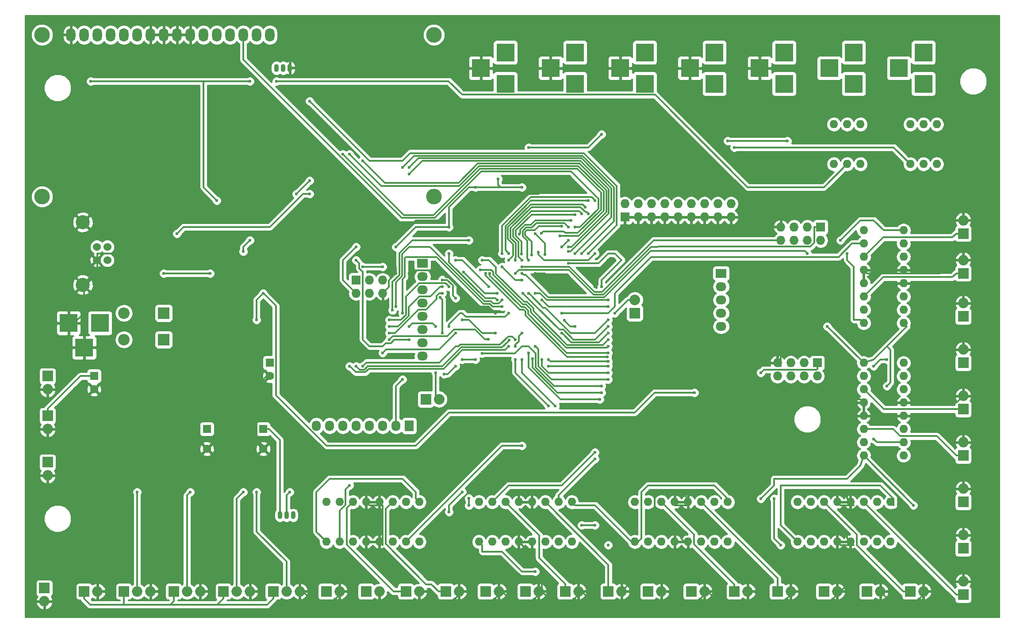
<source format=gbr>
G04 #@! TF.FileFunction,Copper,L2,Bot,Signal*
%FSLAX46Y46*%
G04 Gerber Fmt 4.6, Leading zero omitted, Abs format (unit mm)*
G04 Created by KiCad (PCBNEW 4.0.6) date 2017 August 16, Wednesday 11:00:37*
%MOMM*%
%LPD*%
G01*
G04 APERTURE LIST*
%ADD10C,0.100000*%
%ADD11O,1.998980X1.998980*%
%ADD12R,1.998980X1.998980*%
%ADD13R,1.600000X1.600000*%
%ADD14C,1.600000*%
%ADD15R,2.200000X2.200000*%
%ADD16O,2.200000X2.200000*%
%ADD17O,1.800000X2.600000*%
%ADD18C,3.000000*%
%ADD19O,1.600000X1.600000*%
%ADD20R,3.500120X3.500120*%
%ADD21R,1.727200X1.727200*%
%ADD22O,1.727200X1.727200*%
%ADD23R,2.032000X1.727200*%
%ADD24O,2.032000X1.727200*%
%ADD25R,1.727200X2.032000*%
%ADD26O,1.727200X2.032000*%
%ADD27R,2.032000X2.032000*%
%ADD28O,2.032000X2.032000*%
%ADD29C,1.524000*%
%ADD30C,2.700020*%
%ADD31O,0.899160X1.501140*%
%ADD32C,0.600000*%
%ADD33C,0.350000*%
%ADD34C,0.300000*%
%ADD35C,0.254000*%
G04 APERTURE END LIST*
D10*
D11*
X41275000Y-118745000D03*
D12*
X41275000Y-116205000D03*
D13*
X50165000Y-99695000D03*
D14*
X50165000Y-102195000D03*
D13*
X83820000Y-97155000D03*
D14*
X83820000Y-99655000D03*
D13*
X82550000Y-109855000D03*
D14*
X82550000Y-113655000D03*
D13*
X71755000Y-109855000D03*
D14*
X71755000Y-113655000D03*
D15*
X63500000Y-87630000D03*
D16*
X55880000Y-87630000D03*
D15*
X63500000Y-92710000D03*
D16*
X55880000Y-92710000D03*
D17*
X45720000Y-34290000D03*
X48260000Y-34290000D03*
X50800000Y-34290000D03*
X53340000Y-34290000D03*
X55880000Y-34290000D03*
X58420000Y-34290000D03*
X60960000Y-34290000D03*
X63500000Y-34290000D03*
X66040000Y-34290000D03*
X68580000Y-34290000D03*
X71120000Y-34290000D03*
X73660000Y-34290000D03*
X76200000Y-34290000D03*
X78740000Y-34290000D03*
X81280000Y-34290000D03*
X83820000Y-34290000D03*
D18*
X40220900Y-34290000D03*
X40220900Y-65290700D03*
X115219480Y-65290700D03*
X115219480Y-34290000D03*
D19*
X94615000Y-131445000D03*
X97155000Y-131445000D03*
X99695000Y-131445000D03*
X102235000Y-131445000D03*
X104775000Y-131445000D03*
X107315000Y-131445000D03*
X109855000Y-131445000D03*
X112395000Y-131445000D03*
X112395000Y-123825000D03*
X109855000Y-123825000D03*
X107315000Y-123825000D03*
X104775000Y-123825000D03*
X102235000Y-123825000D03*
X99695000Y-123825000D03*
X97155000Y-123825000D03*
X94615000Y-123825000D03*
X123825000Y-131445000D03*
X126365000Y-131445000D03*
X128905000Y-131445000D03*
X131445000Y-131445000D03*
X133985000Y-131445000D03*
X136525000Y-131445000D03*
X139065000Y-131445000D03*
X141605000Y-131445000D03*
X141605000Y-123825000D03*
X139065000Y-123825000D03*
X136525000Y-123825000D03*
X133985000Y-123825000D03*
X131445000Y-123825000D03*
X128905000Y-123825000D03*
X126365000Y-123825000D03*
X123825000Y-123825000D03*
X153670000Y-131445000D03*
X156210000Y-131445000D03*
X158750000Y-131445000D03*
X161290000Y-131445000D03*
X163830000Y-131445000D03*
X166370000Y-131445000D03*
X168910000Y-131445000D03*
X171450000Y-131445000D03*
X171450000Y-123825000D03*
X168910000Y-123825000D03*
X166370000Y-123825000D03*
X163830000Y-123825000D03*
X161290000Y-123825000D03*
X158750000Y-123825000D03*
X156210000Y-123825000D03*
X153670000Y-123825000D03*
X184785000Y-131445000D03*
X187325000Y-131445000D03*
X189865000Y-131445000D03*
X192405000Y-131445000D03*
X194945000Y-131445000D03*
X197485000Y-131445000D03*
X200025000Y-131445000D03*
X202565000Y-131445000D03*
X202565000Y-123825000D03*
X200025000Y-123825000D03*
X197485000Y-123825000D03*
X194945000Y-123825000D03*
X192405000Y-123825000D03*
X189865000Y-123825000D03*
X187325000Y-123825000D03*
X184785000Y-123825000D03*
X205105000Y-114935000D03*
X205105000Y-112395000D03*
X205105000Y-109855000D03*
X205105000Y-107315000D03*
X205105000Y-104775000D03*
X205105000Y-102235000D03*
X205105000Y-99695000D03*
X205105000Y-97155000D03*
X197485000Y-97155000D03*
X197485000Y-99695000D03*
X197485000Y-102235000D03*
X197485000Y-104775000D03*
X197485000Y-107315000D03*
X197485000Y-109855000D03*
X197485000Y-112395000D03*
X197485000Y-114935000D03*
X205105000Y-89535000D03*
X205105000Y-86995000D03*
X205105000Y-84455000D03*
X205105000Y-81915000D03*
X205105000Y-79375000D03*
X205105000Y-76835000D03*
X205105000Y-74295000D03*
X205105000Y-71755000D03*
X197485000Y-71755000D03*
X197485000Y-74295000D03*
X197485000Y-76835000D03*
X197485000Y-79375000D03*
X197485000Y-81915000D03*
X197485000Y-84455000D03*
X197485000Y-86995000D03*
X197485000Y-89535000D03*
D20*
X51285140Y-89535000D03*
X45285660Y-89535000D03*
X48285400Y-94234000D03*
D21*
X100330000Y-81280000D03*
D22*
X100330000Y-83820000D03*
X102870000Y-81280000D03*
X102870000Y-83820000D03*
X105410000Y-81280000D03*
X105410000Y-83820000D03*
D23*
X170180000Y-80010000D03*
D24*
X170180000Y-82550000D03*
X170180000Y-85090000D03*
X170180000Y-87630000D03*
X170180000Y-90170000D03*
D25*
X110490000Y-109220000D03*
D26*
X107950000Y-109220000D03*
X105410000Y-109220000D03*
X102870000Y-109220000D03*
X100330000Y-109220000D03*
X97790000Y-109220000D03*
X95250000Y-109220000D03*
X92710000Y-109220000D03*
D27*
X113665000Y-104140000D03*
D28*
X116205000Y-104140000D03*
D23*
X113030000Y-78105000D03*
D24*
X113030000Y-80645000D03*
X113030000Y-83185000D03*
X113030000Y-85725000D03*
X113030000Y-88265000D03*
X113030000Y-90805000D03*
X113030000Y-93345000D03*
X113030000Y-95885000D03*
D29*
X52705000Y-74930000D03*
X52705000Y-77470000D03*
X50706020Y-77470000D03*
X50706020Y-74930000D03*
D30*
X48006000Y-70200520D03*
X48006000Y-82199480D03*
D27*
X153670000Y-87630000D03*
D28*
X153670000Y-85090000D03*
D11*
X97155000Y-140970000D03*
D12*
X94615000Y-140970000D03*
D11*
X104775000Y-140970000D03*
D12*
X102235000Y-140970000D03*
D11*
X112395000Y-140970000D03*
D12*
X109855000Y-140970000D03*
D11*
X120015000Y-140970000D03*
D12*
X117475000Y-140970000D03*
D11*
X127635000Y-140970000D03*
D12*
X125095000Y-140970000D03*
D11*
X135255000Y-140970000D03*
D12*
X132715000Y-140970000D03*
D11*
X142875000Y-140970000D03*
D12*
X140335000Y-140970000D03*
D11*
X151130000Y-140970000D03*
D12*
X148590000Y-140970000D03*
D11*
X158750000Y-140970000D03*
D12*
X156210000Y-140970000D03*
D11*
X167005000Y-140970000D03*
D12*
X164465000Y-140970000D03*
D11*
X175260000Y-140970000D03*
D12*
X172720000Y-140970000D03*
D11*
X183515000Y-140970000D03*
D12*
X180975000Y-140970000D03*
D11*
X192405000Y-140970000D03*
D12*
X189865000Y-140970000D03*
D11*
X200660000Y-140970000D03*
D12*
X198120000Y-140970000D03*
D11*
X208915000Y-140970000D03*
D12*
X206375000Y-140970000D03*
D11*
X216535000Y-139065000D03*
D12*
X216535000Y-141605000D03*
D11*
X216535000Y-130175000D03*
D12*
X216535000Y-132715000D03*
D11*
X216535000Y-121285000D03*
D12*
X216535000Y-123825000D03*
D11*
X216535000Y-112395000D03*
D12*
X216535000Y-114935000D03*
D11*
X216535000Y-103505000D03*
D12*
X216535000Y-106045000D03*
D11*
X216535000Y-94615000D03*
D12*
X216535000Y-97155000D03*
D11*
X216535000Y-85725000D03*
D12*
X216535000Y-88265000D03*
D11*
X216535000Y-77470000D03*
D12*
X216535000Y-80010000D03*
D11*
X216535000Y-69850000D03*
D12*
X216535000Y-72390000D03*
D20*
X128905000Y-43665140D03*
X128905000Y-37665660D03*
X124206000Y-40665400D03*
X142240000Y-43665140D03*
X142240000Y-37665660D03*
X137541000Y-40665400D03*
X155575000Y-43665140D03*
X155575000Y-37665660D03*
X150876000Y-40665400D03*
X168910000Y-43665140D03*
X168910000Y-37665660D03*
X164211000Y-40665400D03*
X182245000Y-43665140D03*
X182245000Y-37665660D03*
X177546000Y-40665400D03*
X208915000Y-43665140D03*
X208915000Y-37665660D03*
X204216000Y-40665400D03*
X195580000Y-43665140D03*
X195580000Y-37665660D03*
X190881000Y-40665400D03*
D21*
X151765000Y-69215000D03*
D22*
X151765000Y-66675000D03*
X154305000Y-69215000D03*
X154305000Y-66675000D03*
X156845000Y-69215000D03*
X156845000Y-66675000D03*
X159385000Y-69215000D03*
X159385000Y-66675000D03*
X161925000Y-69215000D03*
X161925000Y-66675000D03*
X164465000Y-69215000D03*
X164465000Y-66675000D03*
X167005000Y-69215000D03*
X167005000Y-66675000D03*
X169545000Y-69215000D03*
X169545000Y-66675000D03*
X172085000Y-69215000D03*
X172085000Y-66675000D03*
D21*
X189230000Y-71120000D03*
D22*
X189230000Y-73660000D03*
X186690000Y-71120000D03*
X186690000Y-73660000D03*
X184150000Y-71120000D03*
X184150000Y-73660000D03*
X181610000Y-71120000D03*
X181610000Y-73660000D03*
D21*
X188595000Y-97155000D03*
D22*
X188595000Y-99695000D03*
X186055000Y-97155000D03*
X186055000Y-99695000D03*
X183515000Y-97155000D03*
X183515000Y-99695000D03*
X180975000Y-97155000D03*
X180975000Y-99695000D03*
D11*
X60960000Y-140970000D03*
D12*
X55880000Y-140970000D03*
D11*
X58420000Y-140970000D03*
X70485000Y-140970000D03*
D12*
X65405000Y-140970000D03*
D11*
X67945000Y-140970000D03*
X89535000Y-140970000D03*
D12*
X84455000Y-140970000D03*
D11*
X86995000Y-140970000D03*
X80010000Y-140970000D03*
D12*
X74930000Y-140970000D03*
D11*
X77470000Y-140970000D03*
X41275000Y-102235000D03*
D12*
X41275000Y-99695000D03*
D11*
X40640000Y-142875000D03*
D12*
X40640000Y-140335000D03*
D11*
X50800000Y-140970000D03*
D12*
X48260000Y-140970000D03*
D11*
X41275000Y-109855000D03*
D12*
X41275000Y-107315000D03*
D31*
X86360000Y-40640000D03*
X87630000Y-40640000D03*
X85090000Y-40640000D03*
X86995000Y-126365000D03*
X88265000Y-126365000D03*
X85725000Y-126365000D03*
D19*
X211455000Y-51435000D03*
X208915000Y-51435000D03*
X206375000Y-51435000D03*
X206375000Y-59055000D03*
X208915000Y-59055000D03*
X211455000Y-59055000D03*
X196850000Y-51435000D03*
X194310000Y-51435000D03*
X191770000Y-51435000D03*
X191770000Y-59055000D03*
X194310000Y-59055000D03*
X196850000Y-59055000D03*
D32*
X76230002Y-82550000D03*
X151130000Y-74930000D03*
X148590000Y-77470000D03*
X146050000Y-82550000D03*
X136545001Y-63500000D03*
X83820000Y-120650000D03*
X87630000Y-119380000D03*
X124460000Y-54610000D03*
X87630000Y-77470000D03*
X116840000Y-69850000D03*
X73660000Y-73660000D03*
X73660000Y-77470000D03*
X124460000Y-118110000D03*
X120650000Y-116840000D03*
X121920000Y-111760000D03*
X74930000Y-102870000D03*
X127000000Y-87630000D03*
X107950000Y-80010000D03*
X110490000Y-80010000D03*
X116840000Y-80010000D03*
X133350000Y-64770000D03*
X129540000Y-64770000D03*
X124460000Y-64770000D03*
X64770000Y-78740000D03*
X135890000Y-118110000D03*
X134620000Y-80010000D03*
X139097780Y-82602270D03*
X134620000Y-54610000D03*
X127000000Y-52070000D03*
X128270000Y-54610000D03*
X118110000Y-102870000D03*
X120650000Y-102870000D03*
X123190000Y-63500000D03*
X132080000Y-81280000D03*
X128270000Y-78740000D03*
X134620000Y-72390000D03*
X85090000Y-43180000D03*
X73660000Y-66040000D03*
X80010000Y-43180000D03*
X49530000Y-43180000D03*
X119380000Y-77470000D03*
X125730000Y-82550000D03*
X136510556Y-76393452D03*
X127470000Y-61940000D03*
X132080000Y-63500000D03*
X107950000Y-74930000D03*
X118110000Y-71120000D03*
X100330000Y-74930000D03*
X165100000Y-102870000D03*
X82550000Y-83820000D03*
X81280000Y-88900000D03*
X100330000Y-77470000D03*
X110490000Y-92710000D03*
X110490000Y-90170000D03*
X115570000Y-90170000D03*
X120650000Y-88900000D03*
X127000000Y-91440000D03*
X88900000Y-64770000D03*
X91440000Y-62230000D03*
X63500000Y-80010000D03*
X72390000Y-80010000D03*
X147320000Y-53340000D03*
X133350000Y-55880000D03*
X172720000Y-55880000D03*
X182880000Y-54610000D03*
X171450000Y-54610000D03*
X123190000Y-96520000D03*
X120650000Y-96520000D03*
X80010000Y-73660000D03*
X78740000Y-75820000D03*
X140970000Y-75789957D03*
X110490000Y-60960000D03*
X110490000Y-59690000D03*
X142240000Y-76200000D03*
X109220000Y-59690000D03*
X143510000Y-76200000D03*
X135793352Y-72284202D03*
X97790000Y-57150000D03*
X139319969Y-72800043D03*
X99060000Y-57150000D03*
X101600000Y-58420000D03*
X140970000Y-74930000D03*
X140970000Y-73660000D03*
X142240000Y-71120000D03*
X139700000Y-74930000D03*
X120650000Y-121920000D03*
X118110000Y-125730000D03*
X134620000Y-137160000D03*
X201930000Y-101600000D03*
X148590000Y-132080000D03*
X190500000Y-90170000D03*
X99060000Y-120650000D03*
X140185368Y-89034622D03*
X142240000Y-90170000D03*
X132080000Y-113030000D03*
X143510000Y-128270000D03*
X146050000Y-128270000D03*
X181610000Y-132080000D03*
X193040000Y-73660000D03*
X194310000Y-76200000D03*
X177800000Y-123190000D03*
X180340000Y-123190000D03*
X207010000Y-124460000D03*
X121920000Y-124500000D03*
X121920000Y-123150000D03*
X146050000Y-115570000D03*
X146050000Y-114300000D03*
X146939968Y-104140000D03*
X133350000Y-95250000D03*
X134059966Y-96389667D03*
X147320000Y-102870000D03*
X124460000Y-95321400D03*
X147320000Y-101600000D03*
X147320000Y-82550000D03*
X140970000Y-78089990D03*
X134620000Y-93980000D03*
X148590000Y-100330000D03*
X135859989Y-96520000D03*
X148590000Y-99060000D03*
X148565811Y-96852187D03*
X137160000Y-96520000D03*
X148587185Y-97792815D03*
X137160000Y-97790000D03*
X199390000Y-111760000D03*
X125908676Y-80017862D03*
X148590000Y-95250000D03*
X201930000Y-96520000D03*
X199390000Y-97790000D03*
X124460000Y-77470000D03*
X148590000Y-92710000D03*
X124098570Y-79302564D03*
X148590000Y-93980000D03*
X125109437Y-79982693D03*
X148434970Y-96034847D03*
X127325010Y-85090000D03*
X132270158Y-83820000D03*
X118110000Y-76200000D03*
X148590000Y-90170000D03*
X120866899Y-79726279D03*
X127325010Y-83820000D03*
X133350000Y-83820000D03*
X148590000Y-88900000D03*
X139700000Y-87630000D03*
X139700000Y-91440000D03*
X148590000Y-91440000D03*
X105410000Y-78740000D03*
X101600000Y-78740000D03*
X135223264Y-75957954D03*
X146050000Y-76200000D03*
X128270000Y-85090000D03*
X107950000Y-86360000D03*
X109220000Y-100330000D03*
X109220000Y-87630000D03*
X128270000Y-86360000D03*
X132080000Y-91440000D03*
X130810000Y-93980000D03*
X130810000Y-96520000D03*
X137160000Y-105410000D03*
X132080000Y-96520000D03*
X138430000Y-105410000D03*
X118110000Y-90200012D03*
X129540000Y-87630000D03*
X119380000Y-91440000D03*
X105410000Y-95250000D03*
X130810000Y-92710000D03*
X101600000Y-97790000D03*
X129631061Y-92831072D03*
X100330000Y-97790000D03*
X129540000Y-93980000D03*
X99060000Y-97790000D03*
X119380000Y-97790000D03*
X117160559Y-99302319D03*
X116840000Y-91409988D03*
X116380373Y-84630373D03*
X115570000Y-99060000D03*
X116840000Y-81249988D03*
X119380000Y-84764990D03*
X148590000Y-85090000D03*
X134620000Y-83820000D03*
X149860000Y-87630000D03*
X148590000Y-86360000D03*
X135890000Y-85090000D03*
X146050000Y-66040000D03*
X128270000Y-76200000D03*
X144780000Y-66040000D03*
X129540000Y-76200000D03*
X144217120Y-67310000D03*
X129540000Y-77470000D03*
X144780000Y-68580000D03*
X130810000Y-77470000D03*
X143510000Y-68580000D03*
X132080000Y-77470000D03*
X132024990Y-76255079D03*
X142240000Y-68730000D03*
X141470010Y-69850000D03*
X131549977Y-72485634D03*
X140970000Y-71120000D03*
X133350000Y-77470000D03*
X139700000Y-71000021D03*
X133940097Y-76439351D03*
X130810000Y-80010000D03*
X186690000Y-76200000D03*
X132080000Y-80010000D03*
X132080000Y-78709989D03*
X177800000Y-99044990D03*
X107299990Y-87064306D03*
X121920000Y-73660000D03*
X58420000Y-121920000D03*
X118110000Y-82550000D03*
X106680000Y-88900000D03*
X68580000Y-121920000D03*
X116840000Y-83789989D03*
X106680000Y-91440000D03*
X81280000Y-121920000D03*
X116840000Y-82550000D03*
X106680000Y-90170000D03*
X78740000Y-121920000D03*
X125675000Y-92655000D03*
X106680000Y-92710000D03*
X87630000Y-121920000D03*
X91440000Y-46990000D03*
X144780000Y-76200000D03*
X66040000Y-72390000D03*
X91440000Y-64770000D03*
D33*
X41275000Y-107315000D02*
X41275000Y-105965510D01*
X41275000Y-105965510D02*
X47545510Y-99695000D01*
X47545510Y-99695000D02*
X49015000Y-99695000D01*
X49015000Y-99695000D02*
X50165000Y-99695000D01*
D34*
X96520000Y-143510000D02*
X105410000Y-143510000D01*
X105410000Y-143510000D02*
X113030000Y-143510000D01*
X104775000Y-140970000D02*
X104775000Y-142875000D01*
X104775000Y-142875000D02*
X105410000Y-143510000D01*
X76230002Y-82550000D02*
X82550000Y-82550000D01*
X82550000Y-82550000D02*
X87630000Y-77470000D01*
X113030000Y-143510000D02*
X115570000Y-143510000D01*
X112395000Y-140970000D02*
X112395000Y-142875000D01*
X112395000Y-142875000D02*
X113030000Y-143510000D01*
X127000000Y-143510000D02*
X124460000Y-143510000D01*
X124460000Y-143510000D02*
X123190000Y-143510000D01*
X119380000Y-143510000D02*
X124460000Y-143510000D01*
X125730000Y-118110000D02*
X120650000Y-123190000D01*
X120650000Y-123190000D02*
X120650000Y-125730000D01*
X120650000Y-125730000D02*
X121920000Y-127000000D01*
X121920000Y-127000000D02*
X129540000Y-127000000D01*
X129540000Y-127000000D02*
X131445000Y-128905000D01*
X131445000Y-128905000D02*
X131445000Y-131445000D01*
X151130000Y-74930000D02*
X151765000Y-74295000D01*
X151765000Y-74295000D02*
X151765000Y-69215000D01*
X146050000Y-80010000D02*
X148590000Y-77470000D01*
X146050000Y-82550000D02*
X146050000Y-80010000D01*
X133350000Y-64770000D02*
X135275001Y-64770000D01*
X135275001Y-64770000D02*
X136545001Y-63500000D01*
X205105000Y-104775000D02*
X215265000Y-104775000D01*
X215265000Y-104775000D02*
X216535000Y-103505000D01*
X197485000Y-107315000D02*
X205105000Y-107315000D01*
X134620000Y-135890000D02*
X134620000Y-134620000D01*
X134620000Y-134620000D02*
X131445000Y-131445000D01*
X131445000Y-131445000D02*
X133985000Y-131445000D01*
X83820000Y-120650000D02*
X83820000Y-114925000D01*
X83820000Y-114925000D02*
X82550000Y-113655000D01*
X91440000Y-120650000D02*
X88900000Y-120650000D01*
X88900000Y-120650000D02*
X87630000Y-119380000D01*
X124460000Y-54610000D02*
X128270000Y-54610000D01*
X109220000Y-72390000D02*
X111760000Y-69850000D01*
X106680000Y-74930000D02*
X109220000Y-72390000D01*
X109220000Y-72390000D02*
X92710000Y-72390000D01*
X92710000Y-72390000D02*
X87630000Y-77470000D01*
X111760000Y-69850000D02*
X116840000Y-69850000D01*
X106680000Y-77470000D02*
X106680000Y-74930000D01*
X107950000Y-78740000D02*
X106680000Y-77470000D01*
X107950000Y-80010000D02*
X107950000Y-78740000D01*
X120650000Y-116840000D02*
X95250000Y-116840000D01*
X95250000Y-116840000D02*
X91440000Y-120650000D01*
X73660000Y-77470000D02*
X73660000Y-73660000D01*
X127000000Y-118110000D02*
X135890000Y-118110000D01*
X125730000Y-118110000D02*
X127000000Y-118110000D01*
X124460000Y-118110000D02*
X125730000Y-118110000D01*
X121920000Y-111760000D02*
X120650000Y-113030000D01*
X120650000Y-113030000D02*
X120650000Y-116840000D01*
X76200000Y-101600000D02*
X81280000Y-101600000D01*
X74930000Y-102870000D02*
X76200000Y-101600000D01*
X117579980Y-80749980D02*
X116840000Y-80010000D01*
X117994202Y-80749980D02*
X117579980Y-80749980D01*
X123604222Y-86360000D02*
X117994202Y-80749980D01*
X125730000Y-86360000D02*
X123604222Y-86360000D01*
X127000000Y-87630000D02*
X125730000Y-86360000D01*
X116840000Y-80010000D02*
X116261390Y-79431390D01*
X116261390Y-79431390D02*
X111068610Y-79431390D01*
X111068610Y-79431390D02*
X110490000Y-80010000D01*
X105410000Y-83820000D02*
X106623601Y-82606399D01*
X106623601Y-82606399D02*
X106623601Y-81336399D01*
X106623601Y-81336399D02*
X107950000Y-80010000D01*
X133350000Y-64770000D02*
X129540000Y-64770000D01*
X124460000Y-64770000D02*
X129540000Y-64770000D01*
X197485000Y-104775000D02*
X196850000Y-104140000D01*
X196850000Y-104140000D02*
X195580000Y-104140000D01*
X195580000Y-104140000D02*
X195580000Y-101600000D01*
X195580000Y-101600000D02*
X190500000Y-96520000D01*
X190500000Y-96520000D02*
X190500000Y-95250000D01*
X190500000Y-95250000D02*
X181610000Y-95250000D01*
X181610000Y-95250000D02*
X181610000Y-97790000D01*
X181610000Y-97790000D02*
X180975000Y-97155000D01*
X82550000Y-113030000D02*
X82550000Y-113655000D01*
X216535000Y-77470000D02*
X214630000Y-77470000D01*
X214630000Y-77470000D02*
X212090000Y-80010000D01*
X212090000Y-80010000D02*
X205740000Y-80010000D01*
X205740000Y-80010000D02*
X205105000Y-79375000D01*
X64770000Y-78740000D02*
X62230000Y-76200000D01*
X62230000Y-76200000D02*
X50800000Y-76200000D01*
X50800000Y-76200000D02*
X50800000Y-77470000D01*
X50800000Y-77470000D02*
X50706020Y-77470000D01*
X82550000Y-113655000D02*
X82550000Y-113030000D01*
X82550000Y-113030000D02*
X81280000Y-111760000D01*
X81280000Y-111760000D02*
X81280000Y-101600000D01*
X81280000Y-101600000D02*
X83820000Y-99060000D01*
X83820000Y-99060000D02*
X83820000Y-99655000D01*
X48006000Y-82199480D02*
X48260000Y-82550000D01*
X48260000Y-82550000D02*
X48260000Y-87630000D01*
X48260000Y-87630000D02*
X45720000Y-90170000D01*
X45720000Y-90170000D02*
X45285660Y-89535000D01*
X50706020Y-77470000D02*
X50800000Y-77470000D01*
X50800000Y-77470000D02*
X50800000Y-80010000D01*
X50800000Y-80010000D02*
X48260000Y-82550000D01*
X48260000Y-82550000D02*
X48006000Y-82199480D01*
X135255000Y-140970000D02*
X135890000Y-140970000D01*
X135890000Y-140970000D02*
X135890000Y-137160000D01*
X135890000Y-137160000D02*
X134620000Y-135890000D01*
X200660000Y-140970000D02*
X203200000Y-143510000D01*
X203200000Y-143510000D02*
X208280000Y-143510000D01*
X208280000Y-143510000D02*
X208280000Y-142240000D01*
X208280000Y-142240000D02*
X209550000Y-140970000D01*
X209550000Y-140970000D02*
X208915000Y-140970000D01*
X192405000Y-140970000D02*
X193040000Y-140970000D01*
X193040000Y-140970000D02*
X191770000Y-142240000D01*
X191770000Y-142240000D02*
X191770000Y-143510000D01*
X191770000Y-143510000D02*
X187960000Y-143510000D01*
X187960000Y-143510000D02*
X185420000Y-140970000D01*
X185420000Y-140970000D02*
X183515000Y-140970000D01*
X183515000Y-140970000D02*
X184150000Y-140970000D01*
X184150000Y-140970000D02*
X182880000Y-142240000D01*
X182880000Y-142240000D02*
X182880000Y-143510000D01*
X182880000Y-143510000D02*
X179070000Y-143510000D01*
X179070000Y-143510000D02*
X176530000Y-140970000D01*
X176530000Y-140970000D02*
X175260000Y-140970000D01*
X167005000Y-140970000D02*
X167640000Y-140970000D01*
X167640000Y-140970000D02*
X166370000Y-142240000D01*
X166370000Y-142240000D02*
X166370000Y-143510000D01*
X166370000Y-143510000D02*
X162560000Y-143510000D01*
X162560000Y-143510000D02*
X160020000Y-140970000D01*
X160020000Y-140970000D02*
X158750000Y-140970000D01*
X120015000Y-140970000D02*
X120650000Y-140970000D01*
X120650000Y-140970000D02*
X119380000Y-142240000D01*
X119380000Y-142240000D02*
X119380000Y-143510000D01*
X119380000Y-143510000D02*
X115570000Y-143510000D01*
X192405000Y-140970000D02*
X193040000Y-140970000D01*
X193040000Y-140970000D02*
X195580000Y-138430000D01*
X195580000Y-138430000D02*
X200660000Y-138430000D01*
X200660000Y-138430000D02*
X200660000Y-140970000D01*
X175260000Y-140970000D02*
X175260000Y-143510000D01*
X175260000Y-143510000D02*
X170180000Y-143510000D01*
X170180000Y-143510000D02*
X167640000Y-140970000D01*
X167640000Y-140970000D02*
X167005000Y-140970000D01*
X112395000Y-140970000D02*
X113030000Y-140970000D01*
X127635000Y-140970000D02*
X128270000Y-140970000D01*
X128270000Y-140970000D02*
X127000000Y-142240000D01*
X127000000Y-142240000D02*
X127000000Y-143510000D01*
X120650000Y-140970000D02*
X120015000Y-140970000D01*
X158750000Y-140970000D02*
X158750000Y-138430000D01*
X158750000Y-138430000D02*
X153670000Y-138430000D01*
X153670000Y-138430000D02*
X151130000Y-140970000D01*
X151130000Y-140970000D02*
X151130000Y-143510000D01*
X151130000Y-143510000D02*
X146050000Y-143510000D01*
X146050000Y-143510000D02*
X143510000Y-140970000D01*
X143510000Y-140970000D02*
X142875000Y-140970000D01*
X97790000Y-140970000D02*
X97155000Y-140970000D01*
X135255000Y-140970000D02*
X135890000Y-140970000D01*
X135890000Y-140970000D02*
X134620000Y-142240000D01*
X134620000Y-142240000D02*
X134620000Y-143510000D01*
X134620000Y-143510000D02*
X130810000Y-143510000D01*
X130810000Y-143510000D02*
X128270000Y-140970000D01*
X128270000Y-140970000D02*
X127635000Y-140970000D01*
X97155000Y-140970000D02*
X97790000Y-140970000D01*
X97790000Y-140970000D02*
X96520000Y-142240000D01*
X96520000Y-142240000D02*
X96520000Y-143510000D01*
X96520000Y-143510000D02*
X92710000Y-143510000D01*
X92710000Y-143510000D02*
X90170000Y-140970000D01*
X90170000Y-140970000D02*
X89535000Y-140970000D01*
X142875000Y-140970000D02*
X143510000Y-140970000D01*
X143510000Y-140970000D02*
X142240000Y-142240000D01*
X142240000Y-142240000D02*
X142240000Y-143510000D01*
X142240000Y-143510000D02*
X138430000Y-143510000D01*
X138430000Y-143510000D02*
X135890000Y-140970000D01*
X135890000Y-140970000D02*
X135255000Y-140970000D01*
X205105000Y-79375000D02*
X205740000Y-80010000D01*
X205740000Y-80010000D02*
X198120000Y-80010000D01*
X198120000Y-80010000D02*
X197485000Y-79375000D01*
X104775000Y-131445000D02*
X105410000Y-132080000D01*
X105410000Y-132080000D02*
X105410000Y-124460000D01*
X105410000Y-124460000D02*
X104775000Y-123825000D01*
X194945000Y-131445000D02*
X194310000Y-130810000D01*
X194310000Y-130810000D02*
X194310000Y-129540000D01*
X194310000Y-129540000D02*
X193040000Y-129540000D01*
X193040000Y-129540000D02*
X189230000Y-125730000D01*
X189230000Y-125730000D02*
X182880000Y-125730000D01*
X182880000Y-125730000D02*
X182880000Y-121920000D01*
X182880000Y-121920000D02*
X194310000Y-121920000D01*
X194310000Y-121920000D02*
X194310000Y-123190000D01*
X194310000Y-123190000D02*
X194945000Y-123825000D01*
X163830000Y-131445000D02*
X163830000Y-132080000D01*
X163830000Y-132080000D02*
X162560000Y-130810000D01*
X162560000Y-130810000D02*
X162560000Y-129540000D01*
X162560000Y-129540000D02*
X161290000Y-129540000D01*
X161290000Y-129540000D02*
X157480000Y-125730000D01*
X157480000Y-125730000D02*
X157480000Y-121920000D01*
X157480000Y-121920000D02*
X162560000Y-121920000D01*
X162560000Y-121920000D02*
X163830000Y-123190000D01*
X163830000Y-123190000D02*
X163830000Y-123825000D01*
X104775000Y-123825000D02*
X105410000Y-124460000D01*
X105410000Y-124460000D02*
X102870000Y-124460000D01*
X102870000Y-124460000D02*
X102235000Y-123825000D01*
X194945000Y-123825000D02*
X195580000Y-124460000D01*
X195580000Y-124460000D02*
X193040000Y-124460000D01*
X193040000Y-124460000D02*
X192405000Y-123825000D01*
X192405000Y-131445000D02*
X193040000Y-132080000D01*
X193040000Y-132080000D02*
X195580000Y-132080000D01*
X195580000Y-132080000D02*
X194945000Y-131445000D01*
X163830000Y-123825000D02*
X163830000Y-124460000D01*
X163830000Y-124460000D02*
X161290000Y-124460000D01*
X161290000Y-124460000D02*
X161290000Y-123825000D01*
X139097780Y-82602270D02*
X136505510Y-80010000D01*
X136505510Y-80010000D02*
X134620000Y-80010000D01*
X128270000Y-54610000D02*
X134620000Y-54610000D01*
X128270000Y-54610000D02*
X127000000Y-53340000D01*
X127000000Y-53340000D02*
X127000000Y-52070000D01*
X120650000Y-102870000D02*
X118110000Y-102870000D01*
X133985000Y-123825000D02*
X131445000Y-123825000D01*
X121920000Y-63500000D02*
X123190000Y-63500000D01*
X123190000Y-63500000D02*
X128270000Y-63500000D01*
X136510556Y-76393452D02*
X136510556Y-74280556D01*
X136510556Y-74280556D02*
X134620000Y-72390000D01*
X128270000Y-78740000D02*
X130810000Y-81280000D01*
X130810000Y-81280000D02*
X132080000Y-81280000D01*
X120604799Y-45765201D02*
X118019598Y-43180000D01*
X118019598Y-43180000D02*
X85090000Y-43180000D01*
X175260000Y-63500000D02*
X157525201Y-45765201D01*
X157525201Y-45765201D02*
X120604799Y-45765201D01*
X189865000Y-63500000D02*
X175260000Y-63500000D01*
X194310000Y-59055000D02*
X189865000Y-63500000D01*
X49530000Y-43180000D02*
X71120000Y-43180000D01*
X71120000Y-43180000D02*
X80010000Y-43180000D01*
X73660000Y-66040000D02*
X71120000Y-63500000D01*
X71120000Y-63500000D02*
X71120000Y-43180000D01*
X125730000Y-82550000D02*
X120650000Y-77470000D01*
X120650000Y-77470000D02*
X119380000Y-77470000D01*
X128270000Y-63500000D02*
X132080000Y-63500000D01*
X127470000Y-63030000D02*
X127940000Y-63500000D01*
X127940000Y-63500000D02*
X128270000Y-63500000D01*
X127470000Y-61940000D02*
X127470000Y-63030000D01*
X118110000Y-67310000D02*
X121920000Y-63500000D01*
X118110000Y-71120000D02*
X118110000Y-67310000D01*
X118110000Y-71120000D02*
X111760000Y-71120000D01*
X111760000Y-71120000D02*
X107950000Y-74930000D01*
X97790000Y-77470000D02*
X97790000Y-81280000D01*
X97790000Y-81280000D02*
X100330000Y-83820000D01*
X100330000Y-74930000D02*
X97790000Y-77470000D01*
X85725000Y-126365000D02*
X85725000Y-111930000D01*
X85725000Y-111930000D02*
X83650000Y-109855000D01*
X83650000Y-109855000D02*
X82550000Y-109855000D01*
X82849999Y-84119999D02*
X82550000Y-83820000D01*
X111760000Y-113030000D02*
X94651297Y-113030000D01*
X94651297Y-113030000D02*
X84970001Y-103348704D01*
X84970001Y-103348704D02*
X84970001Y-86240001D01*
X84970001Y-86240001D02*
X82849999Y-84119999D01*
X118110000Y-106680000D02*
X111760000Y-113030000D01*
X153670000Y-106680000D02*
X118110000Y-106680000D01*
X165100000Y-102870000D02*
X157480000Y-102870000D01*
X157480000Y-102870000D02*
X153670000Y-106680000D01*
X81280000Y-88900000D02*
X81280000Y-85090000D01*
X81280000Y-85090000D02*
X82550000Y-83820000D01*
X101600000Y-80010000D02*
X101600000Y-79702002D01*
X101600000Y-79702002D02*
X100949999Y-79052001D01*
X100949999Y-79052001D02*
X100949999Y-78089999D01*
X100949999Y-78089999D02*
X100330000Y-77470000D01*
X101600000Y-92710000D02*
X101600000Y-80010000D01*
X102870000Y-93980000D02*
X101600000Y-92710000D01*
X105410000Y-93980000D02*
X102870000Y-93980000D01*
X110490000Y-92710000D02*
X107642002Y-92710000D01*
X107642002Y-92710000D02*
X106992001Y-93360001D01*
X106992001Y-93360001D02*
X106029999Y-93360001D01*
X106029999Y-93360001D02*
X105410000Y-93980000D01*
X115570000Y-90170000D02*
X114991390Y-89591390D01*
X114991390Y-89591390D02*
X111068610Y-89591390D01*
X111068610Y-89591390D02*
X110490000Y-90170000D01*
X124460000Y-91440000D02*
X121920000Y-88900000D01*
X121920000Y-88900000D02*
X120650000Y-88900000D01*
X127000000Y-91440000D02*
X124460000Y-91440000D01*
X91440000Y-62230000D02*
X88900000Y-64770000D01*
X72390000Y-80010000D02*
X63500000Y-80010000D01*
X147020001Y-53639999D02*
X147320000Y-53340000D01*
X144780000Y-55880000D02*
X147020001Y-53639999D01*
X133350000Y-55880000D02*
X144780000Y-55880000D01*
X172720000Y-55880000D02*
X203200000Y-55880000D01*
X203200000Y-55880000D02*
X206375000Y-59055000D01*
X171450000Y-54610000D02*
X182880000Y-54610000D01*
X120650000Y-96520000D02*
X123190000Y-96520000D01*
X78740000Y-75820000D02*
X78740000Y-74930000D01*
X78740000Y-74930000D02*
X80010000Y-73660000D01*
X148700043Y-68484178D02*
X141394264Y-75789957D01*
X141394264Y-75789957D02*
X140970000Y-75789957D01*
X148700043Y-63884433D02*
X148700043Y-68484178D01*
X143275559Y-58459949D02*
X148700043Y-63884433D01*
X112990051Y-58459949D02*
X143275559Y-58459949D01*
X110490000Y-60960000D02*
X112990051Y-58459949D01*
X149200053Y-69239947D02*
X149200053Y-63677321D01*
X112220061Y-57959939D02*
X110789999Y-59390001D01*
X149200053Y-63677321D02*
X143482670Y-57959938D01*
X110789999Y-59390001D02*
X110490000Y-59690000D01*
X142240000Y-76200000D02*
X149200053Y-69239947D01*
X143482670Y-57959938D02*
X112220061Y-57959939D01*
X109519999Y-59390001D02*
X109220000Y-59690000D01*
X143689667Y-57459929D02*
X111450071Y-57459929D01*
X143510000Y-76200000D02*
X149700063Y-70009937D01*
X111450071Y-57459929D02*
X109519999Y-59390001D01*
X149700063Y-70009937D02*
X149700063Y-63470211D01*
X149700063Y-63470211D02*
X143689780Y-57459928D01*
X143689780Y-57459928D02*
X143689667Y-57459929D01*
X142759114Y-72270012D02*
X140339091Y-72270012D01*
X147200012Y-64505768D02*
X147200012Y-67829114D01*
X142654223Y-59959979D02*
X147200012Y-64505768D01*
X140053282Y-71984203D02*
X136093351Y-71984203D01*
X124045778Y-59959978D02*
X142654223Y-59959979D01*
X147200012Y-67829114D02*
X142759114Y-72270012D01*
X115155778Y-68849978D02*
X124045778Y-59959978D01*
X109489978Y-68849978D02*
X115155778Y-68849978D01*
X140339091Y-72270012D02*
X140053282Y-71984203D01*
X97790000Y-57150000D02*
X109489978Y-68849978D01*
X136093351Y-71984203D02*
X135793352Y-72284202D01*
X142936205Y-72800043D02*
X139744233Y-72800043D01*
X123838667Y-59459967D02*
X142861335Y-59459969D01*
X120028666Y-63269968D02*
X123838667Y-59459967D01*
X139744233Y-72800043D02*
X139319969Y-72800043D01*
X147700022Y-64298656D02*
X147700022Y-68036226D01*
X105179968Y-63269968D02*
X120028666Y-63269968D01*
X147700022Y-68036226D02*
X142936205Y-72800043D01*
X99060000Y-57150000D02*
X105179968Y-63269968D01*
X142861335Y-59459969D02*
X147700022Y-64298656D01*
X123631558Y-58959957D02*
X143068447Y-58959959D01*
X141394264Y-74930000D02*
X140970000Y-74930000D01*
X119919956Y-62671556D02*
X123631558Y-58959957D01*
X101600000Y-58420000D02*
X105851556Y-62671556D01*
X141513370Y-74930000D02*
X141394264Y-74930000D01*
X105851556Y-62671556D02*
X119919956Y-62671556D01*
X143068447Y-58959959D02*
X148200032Y-64091544D01*
X148200032Y-68243338D02*
X141513370Y-74930000D01*
X148200032Y-64091544D02*
X148200032Y-68243338D01*
X139700000Y-74930000D02*
X140970000Y-73660000D01*
X146700002Y-67622002D02*
X144472004Y-69850000D01*
X142240000Y-71120000D02*
X143202004Y-71120000D01*
X143202004Y-71120000D02*
X144472004Y-69850000D01*
X78740000Y-34290000D02*
X78740000Y-39062002D01*
X78740000Y-39062002D02*
X109027987Y-69349989D01*
X109027987Y-69349989D02*
X115362889Y-69349989D01*
X115362889Y-69349989D02*
X124252889Y-60459989D01*
X124252889Y-60459989D02*
X141431993Y-60459989D01*
X141431993Y-60459989D02*
X146700002Y-65727998D01*
X146700002Y-65727998D02*
X146700002Y-67622002D01*
X202580002Y-94630002D02*
X201930000Y-93980000D01*
X201930000Y-101600000D02*
X202580002Y-100949998D01*
X202580002Y-100949998D02*
X202580002Y-94630002D01*
X199390000Y-96520000D02*
X201930000Y-93980000D01*
X201930000Y-93980000D02*
X205740000Y-90170000D01*
X118110000Y-125730000D02*
X118110000Y-124460000D01*
X118110000Y-124460000D02*
X120650000Y-121920000D01*
X134620000Y-137160000D02*
X132080000Y-137160000D01*
X132080000Y-137160000D02*
X128270000Y-133350000D01*
X128270000Y-133350000D02*
X124460000Y-133350000D01*
X124460000Y-133350000D02*
X124460000Y-132080000D01*
X124460000Y-132080000D02*
X123825000Y-131445000D01*
X109220000Y-119380000D02*
X111760000Y-121920000D01*
X95250000Y-119380000D02*
X109220000Y-119380000D01*
X92710000Y-121920000D02*
X95250000Y-119380000D01*
X202565000Y-123825000D02*
X203200000Y-124460000D01*
X203200000Y-124460000D02*
X203200000Y-123190000D01*
X203200000Y-123190000D02*
X200660000Y-120650000D01*
X200660000Y-120650000D02*
X181610000Y-120650000D01*
X181610000Y-120650000D02*
X181610000Y-128270000D01*
X181610000Y-128270000D02*
X184785000Y-131445000D01*
X171450000Y-123825000D02*
X171450000Y-123190000D01*
X171450000Y-123190000D02*
X168910000Y-120650000D01*
X168910000Y-120650000D02*
X156210000Y-120650000D01*
X156210000Y-120650000D02*
X154940000Y-121920000D01*
X154940000Y-121920000D02*
X154940000Y-130810000D01*
X154940000Y-130810000D02*
X153670000Y-132080000D01*
X153670000Y-132080000D02*
X153670000Y-131445000D01*
X141605000Y-123825000D02*
X142240000Y-124460000D01*
X112395000Y-123825000D02*
X111760000Y-123190000D01*
X111760000Y-123190000D02*
X111760000Y-121920000D01*
X92710000Y-121920000D02*
X92710000Y-129540000D01*
X92710000Y-129540000D02*
X94615000Y-131445000D01*
X197485000Y-97155000D02*
X199390000Y-96520000D01*
X205740000Y-90170000D02*
X205105000Y-89535000D01*
X153670000Y-131445000D02*
X153670000Y-132080000D01*
X153670000Y-132080000D02*
X146050000Y-124460000D01*
X146050000Y-124460000D02*
X142240000Y-124460000D01*
X142240000Y-124460000D02*
X141605000Y-123825000D01*
X197485000Y-97155000D02*
X190500000Y-90170000D01*
X97155000Y-126365000D02*
X97155000Y-125527002D01*
X97155000Y-125527002D02*
X98305001Y-124377001D01*
X98305001Y-124377001D02*
X98305001Y-121404999D01*
X98305001Y-121404999D02*
X99060000Y-120650000D01*
X97155000Y-131445000D02*
X97155000Y-126365000D01*
X142240000Y-90170000D02*
X141320746Y-90170000D01*
X141320746Y-90170000D02*
X140485367Y-89334621D01*
X140485367Y-89334621D02*
X140185368Y-89034622D01*
X109855000Y-131445000D02*
X128270000Y-113030000D01*
X128270000Y-113030000D02*
X132080000Y-113030000D01*
X146050000Y-128270000D02*
X143510000Y-128270000D01*
X180340000Y-128270000D02*
X180340000Y-130810000D01*
X180340000Y-130810000D02*
X181610000Y-132080000D01*
X205105000Y-71755000D02*
X201295000Y-71755000D01*
X201295000Y-71755000D02*
X199390000Y-69850000D01*
X199390000Y-69850000D02*
X196850000Y-69850000D01*
X196850000Y-69850000D02*
X193040000Y-73660000D01*
X194310000Y-77470000D02*
X194310000Y-76200000D01*
X197485000Y-114935000D02*
X196850000Y-116840000D01*
X196850000Y-116840000D02*
X194310000Y-119380000D01*
X194310000Y-119380000D02*
X180340000Y-119380000D01*
X180340000Y-119380000D02*
X180340000Y-120650000D01*
X180340000Y-120650000D02*
X177800000Y-123190000D01*
X197485000Y-89535000D02*
X196850000Y-88900000D01*
X196850000Y-88900000D02*
X195580000Y-88900000D01*
X195580000Y-88900000D02*
X195580000Y-78740000D01*
X195580000Y-78740000D02*
X194310000Y-77470000D01*
X180340000Y-123190000D02*
X180340000Y-128270000D01*
X197485000Y-114935000D02*
X207010000Y-124460000D01*
D33*
X117475000Y-140970000D02*
X116125510Y-140970000D01*
X105950001Y-131819003D02*
X105950001Y-125189999D01*
X116125510Y-140970000D02*
X114751019Y-139595509D01*
X114751019Y-139595509D02*
X113726507Y-139595509D01*
X113726507Y-139595509D02*
X105950001Y-131819003D01*
X105950001Y-125189999D02*
X106515001Y-124624999D01*
X106515001Y-124624999D02*
X107315000Y-123825000D01*
X109855000Y-140970000D02*
X107480998Y-140970000D01*
X107480998Y-140970000D02*
X98519999Y-132009001D01*
X98519999Y-132009001D02*
X98519999Y-125000001D01*
X98519999Y-125000001D02*
X98895001Y-124624999D01*
X98895001Y-124624999D02*
X99695000Y-123825000D01*
D34*
X121920000Y-123150000D02*
X121920000Y-124500000D01*
X139065000Y-123825000D02*
X139065000Y-122555000D01*
X139065000Y-122555000D02*
X146050000Y-115570000D01*
D33*
X148590000Y-140970000D02*
X148590000Y-135890000D01*
X148590000Y-135890000D02*
X136525000Y-123825000D01*
X140335000Y-140970000D02*
X140335000Y-139534002D01*
X140335000Y-139534002D02*
X135349999Y-134549001D01*
X135349999Y-134549001D02*
X135349999Y-130269999D01*
X135349999Y-130269999D02*
X129704999Y-124624999D01*
X129704999Y-124624999D02*
X128905000Y-123825000D01*
D34*
X129540000Y-120650000D02*
X126365000Y-123825000D01*
X139700000Y-120650000D02*
X129540000Y-120650000D01*
X146050000Y-114300000D02*
X139700000Y-120650000D01*
X146515704Y-104140000D02*
X146939968Y-104140000D01*
X133350000Y-98078488D02*
X139411512Y-104140000D01*
X139411512Y-104140000D02*
X146515704Y-104140000D01*
X133350000Y-95250000D02*
X133350000Y-98078488D01*
X138848634Y-102870000D02*
X134059966Y-98081332D01*
X134059966Y-96813931D02*
X134059966Y-96389667D01*
X134059966Y-98081332D02*
X134059966Y-96813931D01*
X147320000Y-102870000D02*
X138848634Y-102870000D01*
X124884264Y-95321400D02*
X124460000Y-95321400D01*
X130738600Y-95321400D02*
X124884264Y-95321400D01*
X132080000Y-93980000D02*
X130738600Y-95321400D01*
X133350000Y-93980000D02*
X132080000Y-93980000D01*
X134709977Y-98024221D02*
X134709977Y-95339977D01*
X138285756Y-101600000D02*
X134709977Y-98024221D01*
X147320000Y-101600000D02*
X138285756Y-101600000D01*
X134709977Y-95339977D02*
X133350000Y-93980000D01*
D33*
X180975000Y-140970000D02*
X180975000Y-138430000D01*
X180975000Y-138430000D02*
X166370000Y-123825000D01*
X172720000Y-140970000D02*
X172720000Y-139620510D01*
X172720000Y-139620510D02*
X165005001Y-131905511D01*
X165005001Y-131905511D02*
X165005001Y-130080001D01*
X165005001Y-130080001D02*
X159549999Y-124624999D01*
X159549999Y-124624999D02*
X158750000Y-123825000D01*
D34*
X140970000Y-78089990D02*
X146700010Y-78089990D01*
X149860000Y-76200000D02*
X151130000Y-77470000D01*
X147320000Y-81280000D02*
X147320000Y-82550000D01*
X146700010Y-78089990D02*
X148590000Y-76200000D01*
X151130000Y-77470000D02*
X147320000Y-81280000D01*
X148590000Y-76200000D02*
X149860000Y-76200000D01*
X135209987Y-94569987D02*
X134919999Y-94279999D01*
X135209987Y-97817109D02*
X135209987Y-94569987D01*
X134919999Y-94279999D02*
X134620000Y-93980000D01*
X148590000Y-100330000D02*
X137722878Y-100330000D01*
X137722878Y-100330000D02*
X135209987Y-97817109D01*
X135859989Y-96944264D02*
X135859989Y-96520000D01*
X135859989Y-97759989D02*
X135859989Y-96944264D01*
X137160000Y-99060000D02*
X135859989Y-97759989D01*
X148590000Y-99060000D02*
X137160000Y-99060000D01*
X137160000Y-96520000D02*
X137492187Y-96852187D01*
X137492187Y-96852187D02*
X148141547Y-96852187D01*
X148141547Y-96852187D02*
X148565811Y-96852187D01*
D33*
X216535000Y-141605000D02*
X215185510Y-141605000D01*
X215185510Y-141605000D02*
X197485000Y-123904490D01*
X197485000Y-123904490D02*
X197485000Y-123825000D01*
X206375000Y-140970000D02*
X205025510Y-140970000D01*
X205025510Y-140970000D02*
X196135510Y-132080000D01*
X196135510Y-132080000D02*
X196135510Y-130095510D01*
X190664999Y-124624999D02*
X189865000Y-123825000D01*
X196135510Y-130095510D02*
X190664999Y-124624999D01*
D34*
X137160000Y-97790000D02*
X148584370Y-97790000D01*
X148584370Y-97790000D02*
X148587185Y-97792815D01*
X199390000Y-111760000D02*
X200025000Y-112395000D01*
X200025000Y-112395000D02*
X205105000Y-112395000D01*
X125908676Y-80442126D02*
X125908676Y-80017862D01*
X148590000Y-95250000D02*
X140662002Y-95250000D01*
X132599112Y-86479988D02*
X131946538Y-86479988D01*
X133230011Y-87110887D02*
X132599112Y-86479988D01*
X140662002Y-95250000D02*
X133230012Y-87818010D01*
X133230012Y-87818010D02*
X133230011Y-87110887D01*
X131946538Y-86479988D02*
X125908676Y-80442126D01*
X199390000Y-97790000D02*
X200660000Y-96520000D01*
X200660000Y-96520000D02*
X201930000Y-96520000D01*
X125730000Y-77470000D02*
X124884264Y-77470000D01*
X124884264Y-77470000D02*
X124460000Y-77470000D01*
X127058689Y-78798689D02*
X125730000Y-77470000D01*
X127058689Y-80068689D02*
X127058689Y-78798689D01*
X132469966Y-85479966D02*
X127058689Y-80068689D01*
X134230032Y-87240032D02*
X134230031Y-86696663D01*
X147589979Y-93710021D02*
X140700021Y-93710021D01*
X134230031Y-86696663D02*
X133013334Y-85479966D01*
X148590000Y-92710000D02*
X147589979Y-93710021D01*
X133013334Y-85479966D02*
X132469966Y-85479966D01*
X140700021Y-93710021D02*
X134230032Y-87240032D01*
X133730021Y-87447143D02*
X133730021Y-86903775D01*
X124522834Y-79302564D02*
X124098570Y-79302564D01*
X140562877Y-94279999D02*
X133730021Y-87447143D01*
X148590000Y-93980000D02*
X148290001Y-94279999D01*
X148290001Y-94279999D02*
X140562877Y-94279999D01*
X126155382Y-79302564D02*
X124522834Y-79302564D01*
X126558678Y-79705860D02*
X126155382Y-79302564D01*
X132262855Y-85979977D02*
X126558678Y-80275800D01*
X132806223Y-85979977D02*
X132262855Y-85979977D01*
X133730021Y-86903775D02*
X132806223Y-85979977D01*
X126558678Y-80275800D02*
X126558678Y-79705860D01*
D33*
X216535000Y-106045000D02*
X201295000Y-106045000D01*
X201295000Y-106045000D02*
X197485000Y-102235000D01*
X211470509Y-111219999D02*
X204470000Y-111219999D01*
D34*
X202565000Y-109855000D02*
X203105001Y-109855000D01*
X203105001Y-109855000D02*
X204470000Y-111219999D01*
X197485000Y-109855000D02*
X202565000Y-109855000D01*
D33*
X216535000Y-114935000D02*
X215185510Y-114935000D01*
X215185510Y-114935000D02*
X211470509Y-111219999D01*
D34*
X132392001Y-86979999D02*
X131682479Y-86979999D01*
X131682479Y-86979999D02*
X125109437Y-80406957D01*
X132730001Y-87317999D02*
X132392001Y-86979999D01*
X132730001Y-88095745D02*
X132730001Y-87317999D01*
X125109437Y-80406957D02*
X125109437Y-79982693D01*
X140669103Y-96034847D02*
X132730001Y-88095745D01*
X148434970Y-96034847D02*
X140669103Y-96034847D01*
X118110000Y-77888634D02*
X125011367Y-84790001D01*
X127025011Y-84790001D02*
X127325010Y-85090000D01*
X118110000Y-76200000D02*
X118110000Y-77888634D01*
X125011367Y-84790001D02*
X127025011Y-84790001D01*
X148590000Y-90170000D02*
X146050000Y-92710000D01*
X140012001Y-90789999D02*
X139240157Y-90789999D01*
X139240157Y-90789999D02*
X134722054Y-86271896D01*
X146050000Y-92710000D02*
X141932002Y-92710000D01*
X141932002Y-92710000D02*
X140012001Y-90789999D01*
X134722054Y-86271896D02*
X132270158Y-83820000D01*
X121166898Y-80026278D02*
X120866899Y-79726279D01*
X127325010Y-83820000D02*
X124960620Y-83820000D01*
X124960620Y-83820000D02*
X121166898Y-80026278D01*
X133649999Y-84119999D02*
X133350000Y-83820000D01*
X136115737Y-86585737D02*
X133649999Y-84119999D01*
X141394264Y-91440000D02*
X136540001Y-86585737D01*
X148590000Y-88900000D02*
X146050000Y-91440000D01*
X146050000Y-91440000D02*
X141394264Y-91440000D01*
X136540001Y-86585737D02*
X136115737Y-86585737D01*
X140124264Y-87630000D02*
X139700000Y-87630000D01*
X148590000Y-87630000D02*
X140124264Y-87630000D01*
X149860000Y-86360000D02*
X148590000Y-87630000D01*
X149860000Y-83820000D02*
X149860000Y-86360000D01*
X192697995Y-76850001D02*
X156829999Y-76850001D01*
X195252996Y-74295000D02*
X192697995Y-76850001D01*
X156829999Y-76850001D02*
X149860000Y-83820000D01*
X197485000Y-74295000D02*
X195252996Y-74295000D01*
D33*
X216535000Y-72390000D02*
X215185510Y-72390000D01*
X215185510Y-72390000D02*
X214455511Y-73119999D01*
X214455511Y-73119999D02*
X201200001Y-73119999D01*
X201200001Y-73119999D02*
X198284999Y-76035001D01*
X198284999Y-76035001D02*
X197485000Y-76835000D01*
X216535000Y-80010000D02*
X215185510Y-80010000D01*
X215185510Y-80010000D02*
X214455511Y-80739999D01*
X214455511Y-80739999D02*
X201200001Y-80739999D01*
X201200001Y-80739999D02*
X198284999Y-83655001D01*
X198284999Y-83655001D02*
X197485000Y-84455000D01*
D34*
X148590000Y-91440000D02*
X146819990Y-93210010D01*
X139999999Y-91739999D02*
X139700000Y-91440000D01*
X146819990Y-93210010D02*
X141470010Y-93210010D01*
X141470010Y-93210010D02*
X139999999Y-91739999D01*
X101600000Y-78740000D02*
X105410000Y-78740000D01*
X144810012Y-77439988D02*
X136281034Y-77439988D01*
X146050000Y-76200000D02*
X144810012Y-77439988D01*
X136281034Y-77439988D02*
X135223264Y-76382218D01*
X135223264Y-76382218D02*
X135223264Y-75957954D01*
X127619999Y-85740001D02*
X126524245Y-85740001D01*
X124874222Y-85359978D02*
X114444244Y-74930000D01*
X107950000Y-85935736D02*
X107950000Y-86360000D01*
X107950000Y-81679126D02*
X107950000Y-85935736D01*
X109100011Y-80529115D02*
X107950000Y-81679126D01*
X126144222Y-85359978D02*
X124874222Y-85359978D01*
X114444244Y-74930000D02*
X110490000Y-74930000D01*
X126524245Y-85740001D02*
X126144222Y-85359978D01*
X128270000Y-85090000D02*
X127619999Y-85740001D01*
X109100012Y-76319988D02*
X109100011Y-76882867D01*
X110490000Y-74930000D02*
X109100012Y-76319988D01*
X109100011Y-76882867D02*
X109100011Y-80529115D01*
X109600022Y-80736226D02*
X109220000Y-81116248D01*
X109220000Y-81116248D02*
X109220000Y-87205736D01*
X109220000Y-87205736D02*
X109220000Y-87630000D01*
X109600022Y-77089978D02*
X109600022Y-80736226D01*
X109798601Y-76891399D02*
X109600022Y-77089978D01*
X124667111Y-85859989D02*
X115698521Y-76891399D01*
X126437122Y-86360000D02*
X125937111Y-85859989D01*
X128270000Y-86360000D02*
X126437122Y-86360000D01*
X115698521Y-76891399D02*
X109798601Y-76891399D01*
X125937111Y-85859989D02*
X124667111Y-85859989D01*
X107950000Y-101600000D02*
X107950000Y-109220000D01*
X109220000Y-100330000D02*
X107950000Y-101600000D01*
X130810000Y-93980000D02*
X130810000Y-93672002D01*
X130810000Y-93672002D02*
X131460001Y-93022001D01*
X131460001Y-93022001D02*
X131460001Y-92059999D01*
X131460001Y-92059999D02*
X132080000Y-91440000D01*
X137160000Y-105410000D02*
X130810000Y-99060000D01*
X130810000Y-99060000D02*
X130810000Y-96520000D01*
X138430000Y-105410000D02*
X132080000Y-99060000D01*
X132080000Y-99060000D02*
X132080000Y-96520000D01*
X120255748Y-87630000D02*
X118110000Y-89775748D01*
X118110000Y-89775748D02*
X118110000Y-90200012D01*
X128889999Y-88280001D02*
X121330013Y-88280001D01*
X129540000Y-87630000D02*
X128889999Y-88280001D01*
X121330013Y-88280001D02*
X120680012Y-87630000D01*
X120680012Y-87630000D02*
X120255748Y-87630000D01*
X116261390Y-94558610D02*
X119380000Y-91440000D01*
X105410000Y-95250000D02*
X106101390Y-94558610D01*
X106101390Y-94558610D02*
X116261390Y-94558610D01*
X119380000Y-93980000D02*
X116261390Y-97098610D01*
X130810000Y-92710000D02*
X130190001Y-92090001D01*
X130190001Y-92090001D02*
X129452879Y-92090001D01*
X129452879Y-92090001D02*
X127871510Y-93671370D01*
X127871510Y-93671370D02*
X120235780Y-93671370D01*
X120235780Y-93671370D02*
X119927150Y-93980000D01*
X119927150Y-93980000D02*
X119380000Y-93980000D01*
X116261390Y-97098610D02*
X102291390Y-97098610D01*
X102291390Y-97098610D02*
X101600000Y-97790000D01*
X117515660Y-97114340D02*
X117515660Y-97098610D01*
X129331062Y-93131071D02*
X129631061Y-92831072D01*
X101912001Y-98440001D02*
X102562002Y-97790000D01*
X117515660Y-97098610D02*
X120442890Y-94171380D01*
X116840000Y-97790000D02*
X117515660Y-97114340D01*
X128290753Y-94171380D02*
X129331062Y-93131071D01*
X102562002Y-97790000D02*
X116840000Y-97790000D01*
X120442890Y-94171380D02*
X128290753Y-94171380D01*
X100980001Y-98440001D02*
X101912001Y-98440001D01*
X100330000Y-97790000D02*
X100980001Y-98440001D01*
X99359999Y-98089999D02*
X99060000Y-97790000D01*
X102119112Y-98940012D02*
X100210012Y-98940012D01*
X102769113Y-98290011D02*
X102119112Y-98940012D01*
X120650000Y-94687122D02*
X117047111Y-98290011D01*
X120650000Y-94671390D02*
X120650000Y-94687122D01*
X100210012Y-98940012D02*
X99359999Y-98089999D01*
X117047111Y-98290011D02*
X102769113Y-98290011D01*
X129240001Y-94279999D02*
X129540000Y-93980000D01*
X128848610Y-94671390D02*
X129240001Y-94279999D01*
X120650000Y-94671390D02*
X128848610Y-94671390D01*
X120650000Y-94671390D02*
X121228610Y-94671390D01*
X117160559Y-99302319D02*
X117867681Y-99302319D01*
X117867681Y-99302319D02*
X119380000Y-97790000D01*
X116840000Y-90985724D02*
X116840000Y-91409988D01*
X116840000Y-85090000D02*
X116840000Y-90985724D01*
X116380373Y-84630373D02*
X116840000Y-85090000D01*
X115570000Y-99060000D02*
X115570000Y-103505000D01*
X115570000Y-103505000D02*
X116205000Y-104140000D01*
X117264264Y-81249988D02*
X116840000Y-81249988D01*
X117787090Y-81249988D02*
X117264264Y-81249988D01*
X118879990Y-82342888D02*
X117787090Y-81249988D01*
X118879990Y-84264980D02*
X118879990Y-82342888D01*
X119380000Y-84764990D02*
X118879990Y-84264980D01*
X148590000Y-85090000D02*
X136852002Y-85090000D01*
X135044264Y-83820000D02*
X134620000Y-83820000D01*
X135582002Y-83820000D02*
X135044264Y-83820000D01*
X136852002Y-85090000D02*
X135582002Y-83820000D01*
X149860000Y-87630000D02*
X152400000Y-85090000D01*
X152400000Y-85090000D02*
X153670000Y-85090000D01*
X135890000Y-85090000D02*
X137160000Y-86360000D01*
X137160000Y-86360000D02*
X148590000Y-86360000D01*
X128270000Y-70851024D02*
X133731025Y-65389999D01*
X128270000Y-76200000D02*
X128270000Y-70851024D01*
X145750001Y-65740001D02*
X146050000Y-66040000D01*
X133731025Y-65389999D02*
X145399999Y-65389999D01*
X145399999Y-65389999D02*
X145750001Y-65740001D01*
X133788146Y-66040000D02*
X144355736Y-66040000D01*
X128899933Y-70928213D02*
X133788146Y-66040000D01*
X144355736Y-66040000D02*
X144780000Y-66040000D01*
X129540000Y-76200000D02*
X128899933Y-75559933D01*
X128899933Y-75559933D02*
X128899933Y-70928213D01*
X144217120Y-67310000D02*
X143717110Y-66809990D01*
X130374967Y-76635033D02*
X129839999Y-77170001D01*
X130374967Y-74393994D02*
X130374967Y-76635033D01*
X129399943Y-71135325D02*
X129399943Y-73418970D01*
X133725278Y-66809990D02*
X129399943Y-71135325D01*
X129399943Y-73418970D02*
X130374967Y-74393994D01*
X143717110Y-66809990D02*
X133725278Y-66809990D01*
X129839999Y-77170001D02*
X129540000Y-77470000D01*
X129899953Y-73211858D02*
X129899953Y-71342437D01*
X129899953Y-71342437D02*
X133932389Y-67310001D01*
X130874978Y-76980758D02*
X130874978Y-74186883D01*
X130874978Y-74186883D02*
X129899953Y-73211858D01*
X144225117Y-68280001D02*
X144480001Y-68280001D01*
X144480001Y-68280001D02*
X144780000Y-68580000D01*
X130810000Y-77045736D02*
X130874978Y-76980758D01*
X143255117Y-67310001D02*
X144225117Y-68280001D01*
X130810000Y-77470000D02*
X130810000Y-77045736D01*
X133932389Y-67310001D02*
X143255117Y-67310001D01*
X130399964Y-71549546D02*
X133869520Y-68079990D01*
X143210001Y-68280001D02*
X143510000Y-68580000D01*
X132080000Y-77470000D02*
X131374988Y-76764988D01*
X143009990Y-68079990D02*
X143210001Y-68280001D01*
X133869520Y-68079990D02*
X143009990Y-68079990D01*
X131374988Y-73979771D02*
X130399964Y-73004747D01*
X130399964Y-73004747D02*
X130399964Y-71549546D01*
X131374988Y-76764988D02*
X131374988Y-73979771D01*
X132024990Y-75830815D02*
X132024990Y-76255079D01*
X133926634Y-68730000D02*
X130899975Y-71756659D01*
X130899975Y-72797636D02*
X132024990Y-73922651D01*
X130899975Y-71756659D02*
X130899975Y-72797636D01*
X142240000Y-68730000D02*
X133926634Y-68730000D01*
X132024990Y-73922651D02*
X132024990Y-75830815D01*
X141470010Y-69850000D02*
X134620000Y-69850000D01*
X131699977Y-71663777D02*
X131699978Y-72335635D01*
X131699978Y-72335635D02*
X131549977Y-72485634D01*
X132623774Y-70739978D02*
X131699977Y-71663777D01*
X134620000Y-69850000D02*
X133730023Y-70739977D01*
X133730023Y-70739977D02*
X132623774Y-70739978D01*
X135890000Y-69850000D02*
X134620000Y-69850000D01*
X132199987Y-71870887D02*
X132199988Y-72909114D01*
X133050001Y-77170001D02*
X133350000Y-77470000D01*
X134827111Y-70350011D02*
X133937134Y-71239988D01*
X140200011Y-70350011D02*
X134827111Y-70350011D01*
X133937134Y-71239988D02*
X132830886Y-71239988D01*
X140970000Y-71120000D02*
X140200011Y-70350011D01*
X132830886Y-71239988D02*
X132199987Y-71870887D01*
X132199988Y-72909114D02*
X133050001Y-73759127D01*
X133050001Y-73759127D02*
X133050001Y-77170001D01*
X139700000Y-71000021D02*
X135302857Y-71000021D01*
X135302857Y-71000021D02*
X134562880Y-71739998D01*
X134562880Y-71739998D02*
X133037998Y-71739998D01*
X133037998Y-71739998D02*
X132699998Y-72077998D01*
X132699998Y-72077998D02*
X132699998Y-72702002D01*
X132699998Y-72702002D02*
X133940097Y-73942101D01*
X133940097Y-73942101D02*
X133940097Y-76015087D01*
X133940097Y-76015087D02*
X133940097Y-76439351D01*
X131460001Y-79359999D02*
X141027121Y-79359999D01*
X141027121Y-79359999D02*
X145757100Y-84089978D01*
X145757100Y-84089978D02*
X147612900Y-84089978D01*
X147612900Y-84089978D02*
X156772878Y-74930000D01*
X130810000Y-80010000D02*
X131460001Y-79359999D01*
X158074324Y-74930000D02*
X158130723Y-74873601D01*
X187272529Y-74873601D02*
X188016399Y-74129731D01*
X188016399Y-71170001D02*
X188066400Y-71120000D01*
X188066400Y-71120000D02*
X189230000Y-71120000D01*
X158130723Y-74873601D02*
X187272529Y-74873601D01*
X188016399Y-74129731D02*
X188016399Y-71170001D01*
X156772878Y-74930000D02*
X158074324Y-74930000D01*
X186189990Y-75699990D02*
X186390001Y-75900001D01*
X132779123Y-80309999D02*
X137059113Y-84589989D01*
X186390001Y-75900001D02*
X186690000Y-76200000D01*
X147820011Y-84589989D02*
X156710010Y-75699990D01*
X137059113Y-84589989D02*
X147820011Y-84589989D01*
X132379999Y-80309999D02*
X132779123Y-80309999D01*
X132080000Y-80010000D02*
X132379999Y-80309999D01*
X156710010Y-75699990D02*
X186189990Y-75699990D01*
X132534274Y-78739999D02*
X132504264Y-78709989D01*
X141114243Y-78739999D02*
X132534274Y-78739999D01*
X132504264Y-78709989D02*
X132080000Y-78709989D01*
X145964211Y-83589967D02*
X141114243Y-78739999D01*
X181610000Y-73660000D02*
X157335756Y-73660000D01*
X157335756Y-73660000D02*
X147405789Y-83589967D01*
X147405789Y-83589967D02*
X145964211Y-83589967D01*
X178099999Y-98744991D02*
X177800000Y-99044990D01*
X178363591Y-98481399D02*
X178099999Y-98744991D01*
X188432201Y-98481399D02*
X178363591Y-98481399D01*
X188595000Y-98318600D02*
X188432201Y-98481399D01*
X188595000Y-97155000D02*
X188595000Y-98318600D01*
D33*
X73739490Y-143510000D02*
X83264490Y-143510000D01*
X83264490Y-143510000D02*
X84455000Y-142319490D01*
X84455000Y-142319490D02*
X84455000Y-140970000D01*
X64770000Y-143510000D02*
X73739490Y-143510000D01*
X73739490Y-143510000D02*
X74930000Y-142319490D01*
X74930000Y-142319490D02*
X74930000Y-140970000D01*
X49450510Y-143510000D02*
X55880000Y-143510000D01*
X55880000Y-143510000D02*
X64770000Y-143510000D01*
X55880000Y-140970000D02*
X55880000Y-143510000D01*
X48260000Y-140970000D02*
X48260000Y-142319490D01*
X64770000Y-143510000D02*
X65405000Y-142875000D01*
X48260000Y-142319490D02*
X49450510Y-143510000D01*
X65405000Y-142875000D02*
X65405000Y-140970000D01*
D34*
X108600002Y-80322002D02*
X107299990Y-81622014D01*
X107299990Y-81622014D02*
X107299990Y-86640042D01*
X108600002Y-76112876D02*
X108600002Y-80322002D01*
X121920000Y-73660000D02*
X111052878Y-73660000D01*
X111052878Y-73660000D02*
X108600002Y-76112876D01*
X107299990Y-86640042D02*
X107299990Y-87064306D01*
X58420000Y-140970000D02*
X58420000Y-121920000D01*
X108912004Y-88900000D02*
X109870002Y-87942002D01*
X109870002Y-87942002D02*
X109870002Y-84439998D01*
X106680000Y-88900000D02*
X108912004Y-88900000D01*
X117810001Y-82250001D02*
X118110000Y-82550000D01*
X117459998Y-81899998D02*
X117810001Y-82250001D01*
X112410002Y-81899998D02*
X117459998Y-81899998D01*
X109870002Y-84439998D02*
X112410002Y-81899998D01*
X67945000Y-140970000D02*
X67945000Y-122555000D01*
X67945000Y-122555000D02*
X68580000Y-121920000D01*
X107786248Y-91440000D02*
X112287638Y-86938610D01*
X113691379Y-86938610D02*
X115730371Y-84899618D01*
X115730371Y-84899618D02*
X115730371Y-84318371D01*
X106680000Y-91440000D02*
X107786248Y-91440000D01*
X112287638Y-86938610D02*
X113691379Y-86938610D01*
X115730371Y-84318371D02*
X116258753Y-83789989D01*
X116258753Y-83789989D02*
X116415736Y-83789989D01*
X116415736Y-83789989D02*
X116840000Y-83789989D01*
X86995000Y-135255000D02*
X81280000Y-129540000D01*
X81280000Y-129540000D02*
X81280000Y-121920000D01*
X86995000Y-140970000D02*
X86995000Y-135255000D01*
X110370013Y-88149113D02*
X110370013Y-86479987D01*
X108349126Y-90170000D02*
X110370013Y-88149113D01*
X110370013Y-86479987D02*
X112451390Y-84398610D01*
X112451390Y-84398610D02*
X114567126Y-84398610D01*
X116415736Y-82550000D02*
X116840000Y-82550000D01*
X114567126Y-84398610D02*
X116415736Y-82550000D01*
X106680000Y-90170000D02*
X108349126Y-90170000D01*
X77470000Y-140970000D02*
X77470000Y-123190000D01*
X77470000Y-123190000D02*
X78740000Y-121920000D01*
X123102876Y-90789998D02*
X124460000Y-92147122D01*
X125675000Y-92655000D02*
X124967878Y-92655000D01*
X124967878Y-92655000D02*
X124460000Y-92147122D01*
X119067998Y-90789998D02*
X123102876Y-90789998D01*
X117797998Y-92059998D02*
X119067998Y-90789998D01*
X107330002Y-92059998D02*
X117797998Y-92059998D01*
X106680000Y-92710000D02*
X107330002Y-92059998D01*
X86995000Y-126365000D02*
X86995000Y-122555000D01*
X86995000Y-122555000D02*
X87630000Y-121920000D01*
X110680081Y-56959919D02*
X109220000Y-58420000D01*
X143896778Y-56959918D02*
X110680081Y-56959919D01*
X144187939Y-57248402D02*
X144035353Y-57098493D01*
X150200073Y-70779927D02*
X150200073Y-63260536D01*
X144035353Y-57098493D02*
X143896778Y-56959918D01*
X150200073Y-63260536D02*
X144187939Y-57248402D01*
X144780000Y-76200000D02*
X150200073Y-70779927D01*
X109220000Y-58420000D02*
X107950000Y-58420000D01*
X91440000Y-46990000D02*
X102870000Y-58420000D01*
X102870000Y-58420000D02*
X109220000Y-58420000D01*
X83820000Y-71120000D02*
X67310000Y-71120000D01*
X67310000Y-71120000D02*
X66040000Y-72390000D01*
X90170000Y-64770000D02*
X83820000Y-71120000D01*
X91440000Y-64770000D02*
X90170000Y-64770000D01*
D35*
G36*
X223393000Y-145923000D02*
X36957000Y-145923000D01*
X36957000Y-143255355D01*
X39050373Y-143255355D01*
X39316932Y-143834726D01*
X39784916Y-144267987D01*
X40259646Y-144464619D01*
X40513000Y-144345265D01*
X40513000Y-143002000D01*
X40767000Y-143002000D01*
X40767000Y-144345265D01*
X41020354Y-144464619D01*
X41495084Y-144267987D01*
X41963068Y-143834726D01*
X42229627Y-143255355D01*
X42110807Y-143002000D01*
X40767000Y-143002000D01*
X40513000Y-143002000D01*
X39169193Y-143002000D01*
X39050373Y-143255355D01*
X36957000Y-143255355D01*
X36957000Y-139335510D01*
X38993070Y-139335510D01*
X38993070Y-141334490D01*
X39037348Y-141569807D01*
X39176420Y-141785931D01*
X39337649Y-141896094D01*
X39316932Y-141915274D01*
X39050373Y-142494645D01*
X39169193Y-142748000D01*
X40513000Y-142748000D01*
X40513000Y-142728000D01*
X40767000Y-142728000D01*
X40767000Y-142748000D01*
X42110807Y-142748000D01*
X42229627Y-142494645D01*
X41963068Y-141915274D01*
X41941137Y-141894970D01*
X42090931Y-141798580D01*
X42235921Y-141586380D01*
X42286930Y-141334490D01*
X42286930Y-139970510D01*
X46613070Y-139970510D01*
X46613070Y-141969490D01*
X46657348Y-142204807D01*
X46796420Y-142420931D01*
X47008620Y-142565921D01*
X47260510Y-142616930D01*
X47509165Y-142616930D01*
X47511658Y-142629464D01*
X47558789Y-142700000D01*
X47687244Y-142892246D01*
X48877753Y-144082756D01*
X49009145Y-144170549D01*
X49140536Y-144258342D01*
X49450510Y-144320000D01*
X83264490Y-144320000D01*
X83574464Y-144258342D01*
X83837246Y-144082756D01*
X85027756Y-142892247D01*
X85156211Y-142700000D01*
X85203342Y-142629464D01*
X85205835Y-142616930D01*
X85454490Y-142616930D01*
X85689807Y-142572652D01*
X85905931Y-142433580D01*
X86019390Y-142267527D01*
X86337486Y-142480072D01*
X86962978Y-142604490D01*
X87027022Y-142604490D01*
X87652514Y-142480072D01*
X88182781Y-142125759D01*
X88282379Y-141976700D01*
X88575274Y-142293068D01*
X89154645Y-142559627D01*
X89408000Y-142440807D01*
X89408000Y-141097000D01*
X89662000Y-141097000D01*
X89662000Y-142440807D01*
X89915355Y-142559627D01*
X90494726Y-142293068D01*
X90927987Y-141825084D01*
X91124619Y-141350354D01*
X91005265Y-141097000D01*
X89662000Y-141097000D01*
X89408000Y-141097000D01*
X89388000Y-141097000D01*
X89388000Y-140843000D01*
X89408000Y-140843000D01*
X89408000Y-139499193D01*
X89662000Y-139499193D01*
X89662000Y-140843000D01*
X91005265Y-140843000D01*
X91124619Y-140589646D01*
X90927987Y-140114916D01*
X90794296Y-139970510D01*
X92968070Y-139970510D01*
X92968070Y-141969490D01*
X93012348Y-142204807D01*
X93151420Y-142420931D01*
X93363620Y-142565921D01*
X93615510Y-142616930D01*
X95614490Y-142616930D01*
X95849807Y-142572652D01*
X96065931Y-142433580D01*
X96176094Y-142272351D01*
X96195274Y-142293068D01*
X96774645Y-142559627D01*
X97028000Y-142440807D01*
X97028000Y-141097000D01*
X97282000Y-141097000D01*
X97282000Y-142440807D01*
X97535355Y-142559627D01*
X98114726Y-142293068D01*
X98547987Y-141825084D01*
X98744619Y-141350354D01*
X98625265Y-141097000D01*
X97282000Y-141097000D01*
X97028000Y-141097000D01*
X97008000Y-141097000D01*
X97008000Y-140843000D01*
X97028000Y-140843000D01*
X97028000Y-139499193D01*
X97282000Y-139499193D01*
X97282000Y-140843000D01*
X98625265Y-140843000D01*
X98744619Y-140589646D01*
X98547987Y-140114916D01*
X98114726Y-139646932D01*
X97535355Y-139380373D01*
X97282000Y-139499193D01*
X97028000Y-139499193D01*
X96774645Y-139380373D01*
X96195274Y-139646932D01*
X96174970Y-139668863D01*
X96078580Y-139519069D01*
X95866380Y-139374079D01*
X95614490Y-139323070D01*
X93615510Y-139323070D01*
X93380193Y-139367348D01*
X93164069Y-139506420D01*
X93019079Y-139718620D01*
X92968070Y-139970510D01*
X90794296Y-139970510D01*
X90494726Y-139646932D01*
X89915355Y-139380373D01*
X89662000Y-139499193D01*
X89408000Y-139499193D01*
X89154645Y-139380373D01*
X88575274Y-139646932D01*
X88282379Y-139963300D01*
X88182781Y-139814241D01*
X87780000Y-139545111D01*
X87780000Y-135255005D01*
X87780001Y-135255000D01*
X87720245Y-134954594D01*
X87656354Y-134858974D01*
X87550079Y-134699921D01*
X87550076Y-134699919D01*
X82065000Y-129214842D01*
X82065000Y-122457506D01*
X82072192Y-122450327D01*
X82214838Y-122106799D01*
X82215162Y-121734833D01*
X82073117Y-121391057D01*
X81810327Y-121127808D01*
X81466799Y-120985162D01*
X81094833Y-120984838D01*
X80751057Y-121126883D01*
X80487808Y-121389673D01*
X80345162Y-121733201D01*
X80344838Y-122105167D01*
X80486883Y-122448943D01*
X80495000Y-122457074D01*
X80495000Y-129540000D01*
X80554755Y-129840407D01*
X80724921Y-130095079D01*
X86210000Y-135580157D01*
X86210000Y-139545111D01*
X86017923Y-139673453D01*
X85918580Y-139519069D01*
X85706380Y-139374079D01*
X85454490Y-139323070D01*
X83455510Y-139323070D01*
X83220193Y-139367348D01*
X83004069Y-139506420D01*
X82859079Y-139718620D01*
X82808070Y-139970510D01*
X82808070Y-141969490D01*
X82852348Y-142204807D01*
X82991420Y-142420931D01*
X83120114Y-142508864D01*
X82928978Y-142700000D01*
X75631211Y-142700000D01*
X75678342Y-142629464D01*
X75680835Y-142616930D01*
X75929490Y-142616930D01*
X76164807Y-142572652D01*
X76380931Y-142433580D01*
X76494390Y-142267527D01*
X76812486Y-142480072D01*
X77437978Y-142604490D01*
X77502022Y-142604490D01*
X78127514Y-142480072D01*
X78657781Y-142125759D01*
X78757379Y-141976700D01*
X79050274Y-142293068D01*
X79629645Y-142559627D01*
X79883000Y-142440807D01*
X79883000Y-141097000D01*
X80137000Y-141097000D01*
X80137000Y-142440807D01*
X80390355Y-142559627D01*
X80969726Y-142293068D01*
X81402987Y-141825084D01*
X81599619Y-141350354D01*
X81480265Y-141097000D01*
X80137000Y-141097000D01*
X79883000Y-141097000D01*
X79863000Y-141097000D01*
X79863000Y-140843000D01*
X79883000Y-140843000D01*
X79883000Y-139499193D01*
X80137000Y-139499193D01*
X80137000Y-140843000D01*
X81480265Y-140843000D01*
X81599619Y-140589646D01*
X81402987Y-140114916D01*
X80969726Y-139646932D01*
X80390355Y-139380373D01*
X80137000Y-139499193D01*
X79883000Y-139499193D01*
X79629645Y-139380373D01*
X79050274Y-139646932D01*
X78757379Y-139963300D01*
X78657781Y-139814241D01*
X78255000Y-139545111D01*
X78255000Y-123515158D01*
X78915005Y-122855153D01*
X78925167Y-122855162D01*
X79268943Y-122713117D01*
X79532192Y-122450327D01*
X79674838Y-122106799D01*
X79675162Y-121734833D01*
X79533117Y-121391057D01*
X79270327Y-121127808D01*
X78926799Y-120985162D01*
X78554833Y-120984838D01*
X78211057Y-121126883D01*
X77947808Y-121389673D01*
X77805162Y-121733201D01*
X77805152Y-121744690D01*
X76914921Y-122634921D01*
X76744755Y-122889593D01*
X76729789Y-122964833D01*
X76685000Y-123190000D01*
X76685000Y-139545111D01*
X76492923Y-139673453D01*
X76393580Y-139519069D01*
X76181380Y-139374079D01*
X75929490Y-139323070D01*
X73930510Y-139323070D01*
X73695193Y-139367348D01*
X73479069Y-139506420D01*
X73334079Y-139718620D01*
X73283070Y-139970510D01*
X73283070Y-141969490D01*
X73327348Y-142204807D01*
X73466420Y-142420931D01*
X73595114Y-142508864D01*
X73403978Y-142700000D01*
X66215000Y-142700000D01*
X66215000Y-142616930D01*
X66404490Y-142616930D01*
X66639807Y-142572652D01*
X66855931Y-142433580D01*
X66969390Y-142267527D01*
X67287486Y-142480072D01*
X67912978Y-142604490D01*
X67977022Y-142604490D01*
X68602514Y-142480072D01*
X69132781Y-142125759D01*
X69232379Y-141976700D01*
X69525274Y-142293068D01*
X70104645Y-142559627D01*
X70358000Y-142440807D01*
X70358000Y-141097000D01*
X70612000Y-141097000D01*
X70612000Y-142440807D01*
X70865355Y-142559627D01*
X71444726Y-142293068D01*
X71877987Y-141825084D01*
X72074619Y-141350354D01*
X71955265Y-141097000D01*
X70612000Y-141097000D01*
X70358000Y-141097000D01*
X70338000Y-141097000D01*
X70338000Y-140843000D01*
X70358000Y-140843000D01*
X70358000Y-139499193D01*
X70612000Y-139499193D01*
X70612000Y-140843000D01*
X71955265Y-140843000D01*
X72074619Y-140589646D01*
X71877987Y-140114916D01*
X71444726Y-139646932D01*
X70865355Y-139380373D01*
X70612000Y-139499193D01*
X70358000Y-139499193D01*
X70104645Y-139380373D01*
X69525274Y-139646932D01*
X69232379Y-139963300D01*
X69132781Y-139814241D01*
X68730000Y-139545111D01*
X68730000Y-122880158D01*
X68755005Y-122855153D01*
X68765167Y-122855162D01*
X69108943Y-122713117D01*
X69372192Y-122450327D01*
X69514838Y-122106799D01*
X69515162Y-121734833D01*
X69373117Y-121391057D01*
X69110327Y-121127808D01*
X68766799Y-120985162D01*
X68394833Y-120984838D01*
X68051057Y-121126883D01*
X67787808Y-121389673D01*
X67645162Y-121733201D01*
X67645152Y-121744690D01*
X67389921Y-121999921D01*
X67219755Y-122254593D01*
X67184248Y-122433096D01*
X67160000Y-122555000D01*
X67160000Y-139545111D01*
X66967923Y-139673453D01*
X66868580Y-139519069D01*
X66656380Y-139374079D01*
X66404490Y-139323070D01*
X64405510Y-139323070D01*
X64170193Y-139367348D01*
X63954069Y-139506420D01*
X63809079Y-139718620D01*
X63758070Y-139970510D01*
X63758070Y-141969490D01*
X63802348Y-142204807D01*
X63941420Y-142420931D01*
X64153620Y-142565921D01*
X64405510Y-142616930D01*
X64517557Y-142616930D01*
X64434488Y-142700000D01*
X56690000Y-142700000D01*
X56690000Y-142616930D01*
X56879490Y-142616930D01*
X57114807Y-142572652D01*
X57330931Y-142433580D01*
X57444390Y-142267527D01*
X57762486Y-142480072D01*
X58387978Y-142604490D01*
X58452022Y-142604490D01*
X59077514Y-142480072D01*
X59607781Y-142125759D01*
X59707379Y-141976700D01*
X60000274Y-142293068D01*
X60579645Y-142559627D01*
X60833000Y-142440807D01*
X60833000Y-141097000D01*
X61087000Y-141097000D01*
X61087000Y-142440807D01*
X61340355Y-142559627D01*
X61919726Y-142293068D01*
X62352987Y-141825084D01*
X62549619Y-141350354D01*
X62430265Y-141097000D01*
X61087000Y-141097000D01*
X60833000Y-141097000D01*
X60813000Y-141097000D01*
X60813000Y-140843000D01*
X60833000Y-140843000D01*
X60833000Y-139499193D01*
X61087000Y-139499193D01*
X61087000Y-140843000D01*
X62430265Y-140843000D01*
X62549619Y-140589646D01*
X62352987Y-140114916D01*
X61919726Y-139646932D01*
X61340355Y-139380373D01*
X61087000Y-139499193D01*
X60833000Y-139499193D01*
X60579645Y-139380373D01*
X60000274Y-139646932D01*
X59707379Y-139963300D01*
X59607781Y-139814241D01*
X59205000Y-139545111D01*
X59205000Y-122457506D01*
X59212192Y-122450327D01*
X59354838Y-122106799D01*
X59355162Y-121734833D01*
X59213117Y-121391057D01*
X58950327Y-121127808D01*
X58606799Y-120985162D01*
X58234833Y-120984838D01*
X57891057Y-121126883D01*
X57627808Y-121389673D01*
X57485162Y-121733201D01*
X57484838Y-122105167D01*
X57626883Y-122448943D01*
X57635000Y-122457074D01*
X57635000Y-139545111D01*
X57442923Y-139673453D01*
X57343580Y-139519069D01*
X57131380Y-139374079D01*
X56879490Y-139323070D01*
X54880510Y-139323070D01*
X54645193Y-139367348D01*
X54429069Y-139506420D01*
X54284079Y-139718620D01*
X54233070Y-139970510D01*
X54233070Y-141969490D01*
X54277348Y-142204807D01*
X54416420Y-142420931D01*
X54628620Y-142565921D01*
X54880510Y-142616930D01*
X55070000Y-142616930D01*
X55070000Y-142700000D01*
X49786023Y-142700000D01*
X49594515Y-142508492D01*
X49710931Y-142433580D01*
X49821094Y-142272351D01*
X49840274Y-142293068D01*
X50419645Y-142559627D01*
X50673000Y-142440807D01*
X50673000Y-141097000D01*
X50927000Y-141097000D01*
X50927000Y-142440807D01*
X51180355Y-142559627D01*
X51759726Y-142293068D01*
X52192987Y-141825084D01*
X52389619Y-141350354D01*
X52270265Y-141097000D01*
X50927000Y-141097000D01*
X50673000Y-141097000D01*
X50653000Y-141097000D01*
X50653000Y-140843000D01*
X50673000Y-140843000D01*
X50673000Y-139499193D01*
X50927000Y-139499193D01*
X50927000Y-140843000D01*
X52270265Y-140843000D01*
X52389619Y-140589646D01*
X52192987Y-140114916D01*
X51759726Y-139646932D01*
X51180355Y-139380373D01*
X50927000Y-139499193D01*
X50673000Y-139499193D01*
X50419645Y-139380373D01*
X49840274Y-139646932D01*
X49819970Y-139668863D01*
X49723580Y-139519069D01*
X49511380Y-139374079D01*
X49259490Y-139323070D01*
X47260510Y-139323070D01*
X47025193Y-139367348D01*
X46809069Y-139506420D01*
X46664079Y-139718620D01*
X46613070Y-139970510D01*
X42286930Y-139970510D01*
X42286930Y-139335510D01*
X42242652Y-139100193D01*
X42103580Y-138884069D01*
X41891380Y-138739079D01*
X41639490Y-138688070D01*
X39640510Y-138688070D01*
X39405193Y-138732348D01*
X39189069Y-138871420D01*
X39044079Y-139083620D01*
X38993070Y-139335510D01*
X36957000Y-139335510D01*
X36957000Y-127521834D01*
X40544543Y-127521834D01*
X40944853Y-128490658D01*
X41685443Y-129232542D01*
X42653567Y-129634542D01*
X43701834Y-129635457D01*
X44670658Y-129235147D01*
X45412542Y-128494557D01*
X45814542Y-127526433D01*
X45815457Y-126478166D01*
X45415147Y-125509342D01*
X44674557Y-124767458D01*
X43706433Y-124365458D01*
X42658166Y-124364543D01*
X41689342Y-124764853D01*
X40947458Y-125505443D01*
X40545458Y-126473567D01*
X40544543Y-127521834D01*
X36957000Y-127521834D01*
X36957000Y-119125355D01*
X39685373Y-119125355D01*
X39951932Y-119704726D01*
X40419916Y-120137987D01*
X40894646Y-120334619D01*
X41148000Y-120215265D01*
X41148000Y-118872000D01*
X41402000Y-118872000D01*
X41402000Y-120215265D01*
X41655354Y-120334619D01*
X42130084Y-120137987D01*
X42598068Y-119704726D01*
X42864627Y-119125355D01*
X42745807Y-118872000D01*
X41402000Y-118872000D01*
X41148000Y-118872000D01*
X39804193Y-118872000D01*
X39685373Y-119125355D01*
X36957000Y-119125355D01*
X36957000Y-115205510D01*
X39628070Y-115205510D01*
X39628070Y-117204490D01*
X39672348Y-117439807D01*
X39811420Y-117655931D01*
X39972649Y-117766094D01*
X39951932Y-117785274D01*
X39685373Y-118364645D01*
X39804193Y-118618000D01*
X41148000Y-118618000D01*
X41148000Y-118598000D01*
X41402000Y-118598000D01*
X41402000Y-118618000D01*
X42745807Y-118618000D01*
X42864627Y-118364645D01*
X42598068Y-117785274D01*
X42576137Y-117764970D01*
X42725931Y-117668580D01*
X42870921Y-117456380D01*
X42921930Y-117204490D01*
X42921930Y-115205510D01*
X42877652Y-114970193D01*
X42738580Y-114754069D01*
X42604923Y-114662745D01*
X70926861Y-114662745D01*
X71000995Y-114908864D01*
X71538223Y-115101965D01*
X72108454Y-115074778D01*
X72509005Y-114908864D01*
X72583139Y-114662745D01*
X81721861Y-114662745D01*
X81795995Y-114908864D01*
X82333223Y-115101965D01*
X82903454Y-115074778D01*
X83304005Y-114908864D01*
X83378139Y-114662745D01*
X82550000Y-113834605D01*
X81721861Y-114662745D01*
X72583139Y-114662745D01*
X71755000Y-113834605D01*
X70926861Y-114662745D01*
X42604923Y-114662745D01*
X42526380Y-114609079D01*
X42274490Y-114558070D01*
X40275510Y-114558070D01*
X40040193Y-114602348D01*
X39824069Y-114741420D01*
X39679079Y-114953620D01*
X39628070Y-115205510D01*
X36957000Y-115205510D01*
X36957000Y-113438223D01*
X70308035Y-113438223D01*
X70335222Y-114008454D01*
X70501136Y-114409005D01*
X70747255Y-114483139D01*
X71575395Y-113655000D01*
X71934605Y-113655000D01*
X72762745Y-114483139D01*
X73008864Y-114409005D01*
X73201965Y-113871777D01*
X73181295Y-113438223D01*
X81103035Y-113438223D01*
X81130222Y-114008454D01*
X81296136Y-114409005D01*
X81542255Y-114483139D01*
X82370395Y-113655000D01*
X82729605Y-113655000D01*
X83557745Y-114483139D01*
X83803864Y-114409005D01*
X83996965Y-113871777D01*
X83969778Y-113301546D01*
X83803864Y-112900995D01*
X83557745Y-112826861D01*
X82729605Y-113655000D01*
X82370395Y-113655000D01*
X81542255Y-112826861D01*
X81296136Y-112900995D01*
X81103035Y-113438223D01*
X73181295Y-113438223D01*
X73174778Y-113301546D01*
X73008864Y-112900995D01*
X72762745Y-112826861D01*
X71934605Y-113655000D01*
X71575395Y-113655000D01*
X70747255Y-112826861D01*
X70501136Y-112900995D01*
X70308035Y-113438223D01*
X36957000Y-113438223D01*
X36957000Y-112647255D01*
X70926861Y-112647255D01*
X71755000Y-113475395D01*
X72583139Y-112647255D01*
X81721861Y-112647255D01*
X82550000Y-113475395D01*
X83378139Y-112647255D01*
X83304005Y-112401136D01*
X82766777Y-112208035D01*
X82196546Y-112235222D01*
X81795995Y-112401136D01*
X81721861Y-112647255D01*
X72583139Y-112647255D01*
X72509005Y-112401136D01*
X71971777Y-112208035D01*
X71401546Y-112235222D01*
X71000995Y-112401136D01*
X70926861Y-112647255D01*
X36957000Y-112647255D01*
X36957000Y-110235355D01*
X39685373Y-110235355D01*
X39951932Y-110814726D01*
X40419916Y-111247987D01*
X40894646Y-111444619D01*
X41148000Y-111325265D01*
X41148000Y-109982000D01*
X41402000Y-109982000D01*
X41402000Y-111325265D01*
X41655354Y-111444619D01*
X42130084Y-111247987D01*
X42598068Y-110814726D01*
X42864627Y-110235355D01*
X42745807Y-109982000D01*
X41402000Y-109982000D01*
X41148000Y-109982000D01*
X39804193Y-109982000D01*
X39685373Y-110235355D01*
X36957000Y-110235355D01*
X36957000Y-106315510D01*
X39628070Y-106315510D01*
X39628070Y-108314490D01*
X39672348Y-108549807D01*
X39811420Y-108765931D01*
X39972649Y-108876094D01*
X39951932Y-108895274D01*
X39685373Y-109474645D01*
X39804193Y-109728000D01*
X41148000Y-109728000D01*
X41148000Y-109708000D01*
X41402000Y-109708000D01*
X41402000Y-109728000D01*
X42745807Y-109728000D01*
X42864627Y-109474645D01*
X42671556Y-109055000D01*
X70307560Y-109055000D01*
X70307560Y-110655000D01*
X70351838Y-110890317D01*
X70490910Y-111106441D01*
X70703110Y-111251431D01*
X70955000Y-111302440D01*
X72555000Y-111302440D01*
X72790317Y-111258162D01*
X73006441Y-111119090D01*
X73151431Y-110906890D01*
X73202440Y-110655000D01*
X73202440Y-109055000D01*
X81102560Y-109055000D01*
X81102560Y-110655000D01*
X81146838Y-110890317D01*
X81285910Y-111106441D01*
X81498110Y-111251431D01*
X81750000Y-111302440D01*
X83350000Y-111302440D01*
X83585317Y-111258162D01*
X83801441Y-111119090D01*
X83802452Y-111117610D01*
X84940000Y-112255158D01*
X84940000Y-125297019D01*
X84722979Y-125621814D01*
X84640420Y-126036865D01*
X84640420Y-126693135D01*
X84722979Y-127108186D01*
X84958086Y-127460049D01*
X85309949Y-127695156D01*
X85725000Y-127777715D01*
X86140051Y-127695156D01*
X86360000Y-127548191D01*
X86579949Y-127695156D01*
X86995000Y-127777715D01*
X87410051Y-127695156D01*
X87630000Y-127548191D01*
X87849949Y-127695156D01*
X88265000Y-127777715D01*
X88680051Y-127695156D01*
X89031914Y-127460049D01*
X89267021Y-127108186D01*
X89349580Y-126693135D01*
X89349580Y-126036865D01*
X89267021Y-125621814D01*
X89031914Y-125269951D01*
X88680051Y-125034844D01*
X88265000Y-124952285D01*
X87849949Y-125034844D01*
X87780000Y-125081582D01*
X87780000Y-122880158D01*
X87805005Y-122855153D01*
X87815167Y-122855162D01*
X88158943Y-122713117D01*
X88422192Y-122450327D01*
X88564838Y-122106799D01*
X88565000Y-121920000D01*
X91925000Y-121920000D01*
X91925000Y-129540000D01*
X91984755Y-129840407D01*
X92154921Y-130095079D01*
X93229231Y-131169389D01*
X93180000Y-131416887D01*
X93180000Y-131473113D01*
X93289233Y-132022264D01*
X93600302Y-132487811D01*
X94065849Y-132798880D01*
X94615000Y-132908113D01*
X95164151Y-132798880D01*
X95629698Y-132487811D01*
X95885000Y-132105725D01*
X96140302Y-132487811D01*
X96605849Y-132798880D01*
X97155000Y-132908113D01*
X97704151Y-132798880D01*
X97980030Y-132614544D01*
X104700995Y-139335510D01*
X104647998Y-139335510D01*
X104647998Y-139499192D01*
X104394645Y-139380373D01*
X103815274Y-139646932D01*
X103794970Y-139668863D01*
X103698580Y-139519069D01*
X103486380Y-139374079D01*
X103234490Y-139323070D01*
X101235510Y-139323070D01*
X101000193Y-139367348D01*
X100784069Y-139506420D01*
X100639079Y-139718620D01*
X100588070Y-139970510D01*
X100588070Y-141969490D01*
X100632348Y-142204807D01*
X100771420Y-142420931D01*
X100983620Y-142565921D01*
X101235510Y-142616930D01*
X103234490Y-142616930D01*
X103469807Y-142572652D01*
X103685931Y-142433580D01*
X103796094Y-142272351D01*
X103815274Y-142293068D01*
X104394645Y-142559627D01*
X104648000Y-142440807D01*
X104648000Y-141097000D01*
X104628000Y-141097000D01*
X104628000Y-140843000D01*
X104648000Y-140843000D01*
X104648000Y-140823000D01*
X104902000Y-140823000D01*
X104902000Y-140843000D01*
X104922000Y-140843000D01*
X104922000Y-141097000D01*
X104902000Y-141097000D01*
X104902000Y-142440807D01*
X105155355Y-142559627D01*
X105734726Y-142293068D01*
X106167987Y-141825084D01*
X106364619Y-141350354D01*
X106245266Y-141097002D01*
X106409490Y-141097002D01*
X106409490Y-141044005D01*
X106908241Y-141542756D01*
X107001396Y-141605000D01*
X107171024Y-141718342D01*
X107480998Y-141780000D01*
X108208070Y-141780000D01*
X108208070Y-141969490D01*
X108252348Y-142204807D01*
X108391420Y-142420931D01*
X108603620Y-142565921D01*
X108855510Y-142616930D01*
X110854490Y-142616930D01*
X111089807Y-142572652D01*
X111305931Y-142433580D01*
X111416094Y-142272351D01*
X111435274Y-142293068D01*
X112014645Y-142559627D01*
X112268000Y-142440807D01*
X112268000Y-141097000D01*
X112522000Y-141097000D01*
X112522000Y-142440807D01*
X112775355Y-142559627D01*
X113354726Y-142293068D01*
X113787987Y-141825084D01*
X113984619Y-141350354D01*
X113865265Y-141097000D01*
X112522000Y-141097000D01*
X112268000Y-141097000D01*
X112248000Y-141097000D01*
X112248000Y-140843000D01*
X112268000Y-140843000D01*
X112268000Y-140823000D01*
X112522000Y-140823000D01*
X112522000Y-140843000D01*
X113865265Y-140843000D01*
X113984619Y-140589646D01*
X113908350Y-140405509D01*
X114415507Y-140405509D01*
X115552754Y-141542757D01*
X115815537Y-141718343D01*
X115828070Y-141720836D01*
X115828070Y-141969490D01*
X115872348Y-142204807D01*
X116011420Y-142420931D01*
X116223620Y-142565921D01*
X116475510Y-142616930D01*
X118474490Y-142616930D01*
X118709807Y-142572652D01*
X118925931Y-142433580D01*
X119036094Y-142272351D01*
X119055274Y-142293068D01*
X119634645Y-142559627D01*
X119888000Y-142440807D01*
X119888000Y-141097000D01*
X120142000Y-141097000D01*
X120142000Y-142440807D01*
X120395355Y-142559627D01*
X120974726Y-142293068D01*
X121407987Y-141825084D01*
X121604619Y-141350354D01*
X121485265Y-141097000D01*
X120142000Y-141097000D01*
X119888000Y-141097000D01*
X119868000Y-141097000D01*
X119868000Y-140843000D01*
X119888000Y-140843000D01*
X119888000Y-139499193D01*
X120142000Y-139499193D01*
X120142000Y-140843000D01*
X121485265Y-140843000D01*
X121604619Y-140589646D01*
X121407987Y-140114916D01*
X121274296Y-139970510D01*
X123448070Y-139970510D01*
X123448070Y-141969490D01*
X123492348Y-142204807D01*
X123631420Y-142420931D01*
X123843620Y-142565921D01*
X124095510Y-142616930D01*
X126094490Y-142616930D01*
X126329807Y-142572652D01*
X126545931Y-142433580D01*
X126656094Y-142272351D01*
X126675274Y-142293068D01*
X127254645Y-142559627D01*
X127508000Y-142440807D01*
X127508000Y-141097000D01*
X127762000Y-141097000D01*
X127762000Y-142440807D01*
X128015355Y-142559627D01*
X128594726Y-142293068D01*
X129027987Y-141825084D01*
X129224619Y-141350354D01*
X129105265Y-141097000D01*
X127762000Y-141097000D01*
X127508000Y-141097000D01*
X127488000Y-141097000D01*
X127488000Y-140843000D01*
X127508000Y-140843000D01*
X127508000Y-139499193D01*
X127762000Y-139499193D01*
X127762000Y-140843000D01*
X129105265Y-140843000D01*
X129224619Y-140589646D01*
X129027987Y-140114916D01*
X128894296Y-139970510D01*
X131068070Y-139970510D01*
X131068070Y-141969490D01*
X131112348Y-142204807D01*
X131251420Y-142420931D01*
X131463620Y-142565921D01*
X131715510Y-142616930D01*
X133714490Y-142616930D01*
X133949807Y-142572652D01*
X134165931Y-142433580D01*
X134276094Y-142272351D01*
X134295274Y-142293068D01*
X134874645Y-142559627D01*
X135128000Y-142440807D01*
X135128000Y-141097000D01*
X135382000Y-141097000D01*
X135382000Y-142440807D01*
X135635355Y-142559627D01*
X136214726Y-142293068D01*
X136647987Y-141825084D01*
X136844619Y-141350354D01*
X136725265Y-141097000D01*
X135382000Y-141097000D01*
X135128000Y-141097000D01*
X135108000Y-141097000D01*
X135108000Y-140843000D01*
X135128000Y-140843000D01*
X135128000Y-139499193D01*
X135382000Y-139499193D01*
X135382000Y-140843000D01*
X136725265Y-140843000D01*
X136844619Y-140589646D01*
X136647987Y-140114916D01*
X136214726Y-139646932D01*
X135635355Y-139380373D01*
X135382000Y-139499193D01*
X135128000Y-139499193D01*
X134874645Y-139380373D01*
X134295274Y-139646932D01*
X134274970Y-139668863D01*
X134178580Y-139519069D01*
X133966380Y-139374079D01*
X133714490Y-139323070D01*
X131715510Y-139323070D01*
X131480193Y-139367348D01*
X131264069Y-139506420D01*
X131119079Y-139718620D01*
X131068070Y-139970510D01*
X128894296Y-139970510D01*
X128594726Y-139646932D01*
X128015355Y-139380373D01*
X127762000Y-139499193D01*
X127508000Y-139499193D01*
X127254645Y-139380373D01*
X126675274Y-139646932D01*
X126654970Y-139668863D01*
X126558580Y-139519069D01*
X126346380Y-139374079D01*
X126094490Y-139323070D01*
X124095510Y-139323070D01*
X123860193Y-139367348D01*
X123644069Y-139506420D01*
X123499079Y-139718620D01*
X123448070Y-139970510D01*
X121274296Y-139970510D01*
X120974726Y-139646932D01*
X120395355Y-139380373D01*
X120142000Y-139499193D01*
X119888000Y-139499193D01*
X119634645Y-139380373D01*
X119055274Y-139646932D01*
X119034970Y-139668863D01*
X118938580Y-139519069D01*
X118726380Y-139374079D01*
X118474490Y-139323070D01*
X116475510Y-139323070D01*
X116240193Y-139367348D01*
X116024069Y-139506420D01*
X115936136Y-139635114D01*
X115323775Y-139022753D01*
X115293847Y-139002756D01*
X115060993Y-138847167D01*
X114751019Y-138785509D01*
X114062020Y-138785509D01*
X107990780Y-132714269D01*
X108329698Y-132487811D01*
X108585000Y-132105725D01*
X108840302Y-132487811D01*
X109305849Y-132798880D01*
X109855000Y-132908113D01*
X110404151Y-132798880D01*
X110869698Y-132487811D01*
X111125000Y-132105725D01*
X111380302Y-132487811D01*
X111845849Y-132798880D01*
X112395000Y-132908113D01*
X112944151Y-132798880D01*
X113409698Y-132487811D01*
X113720767Y-132022264D01*
X113830000Y-131473113D01*
X113830000Y-131416887D01*
X122390000Y-131416887D01*
X122390000Y-131473113D01*
X122499233Y-132022264D01*
X122810302Y-132487811D01*
X123275849Y-132798880D01*
X123675000Y-132878276D01*
X123675000Y-133350000D01*
X123734755Y-133650406D01*
X123904921Y-133905079D01*
X124159594Y-134075245D01*
X124460000Y-134135000D01*
X127944842Y-134135000D01*
X131524921Y-137715079D01*
X131779594Y-137885245D01*
X132080000Y-137945000D01*
X134082494Y-137945000D01*
X134089673Y-137952192D01*
X134433201Y-138094838D01*
X134805167Y-138095162D01*
X135148943Y-137953117D01*
X135412192Y-137690327D01*
X135554838Y-137346799D01*
X135555162Y-136974833D01*
X135413117Y-136631057D01*
X135150327Y-136367808D01*
X134806799Y-136225162D01*
X134434833Y-136224838D01*
X134091057Y-136366883D01*
X134082926Y-136375000D01*
X132405158Y-136375000D01*
X128932751Y-132902593D01*
X129454151Y-132798880D01*
X129919698Y-132487811D01*
X130189986Y-132083297D01*
X130292611Y-132300134D01*
X130707577Y-132676041D01*
X131095961Y-132836904D01*
X131318000Y-132714915D01*
X131318000Y-131572000D01*
X131572000Y-131572000D01*
X131572000Y-132714915D01*
X131794039Y-132836904D01*
X132182423Y-132676041D01*
X132597389Y-132300134D01*
X132715000Y-132051633D01*
X132832611Y-132300134D01*
X133247577Y-132676041D01*
X133635961Y-132836904D01*
X133858000Y-132714915D01*
X133858000Y-131572000D01*
X131572000Y-131572000D01*
X131318000Y-131572000D01*
X131298000Y-131572000D01*
X131298000Y-131318000D01*
X131318000Y-131318000D01*
X131318000Y-130175085D01*
X131095961Y-130053096D01*
X130707577Y-130213959D01*
X130292611Y-130589866D01*
X130189986Y-130806703D01*
X129919698Y-130402189D01*
X129454151Y-130091120D01*
X128905000Y-129981887D01*
X128355849Y-130091120D01*
X127890302Y-130402189D01*
X127635000Y-130784275D01*
X127379698Y-130402189D01*
X126914151Y-130091120D01*
X126365000Y-129981887D01*
X125815849Y-130091120D01*
X125350302Y-130402189D01*
X125095000Y-130784275D01*
X124839698Y-130402189D01*
X124374151Y-130091120D01*
X123825000Y-129981887D01*
X123275849Y-130091120D01*
X122810302Y-130402189D01*
X122499233Y-130867736D01*
X122390000Y-131416887D01*
X113830000Y-131416887D01*
X113720767Y-130867736D01*
X113409698Y-130402189D01*
X112944151Y-130091120D01*
X112422751Y-129987407D01*
X117325000Y-125085158D01*
X117325000Y-125192494D01*
X117317808Y-125199673D01*
X117175162Y-125543201D01*
X117174838Y-125915167D01*
X117316883Y-126258943D01*
X117579673Y-126522192D01*
X117923201Y-126664838D01*
X118295167Y-126665162D01*
X118638943Y-126523117D01*
X118902192Y-126260327D01*
X119044838Y-125916799D01*
X119045162Y-125544833D01*
X118903117Y-125201057D01*
X118895000Y-125192926D01*
X118895000Y-124785158D01*
X120825005Y-122855153D01*
X120835167Y-122855162D01*
X121070380Y-122757974D01*
X120985162Y-122963201D01*
X120984838Y-123335167D01*
X121126883Y-123678943D01*
X121135000Y-123687074D01*
X121135000Y-123962494D01*
X121127808Y-123969673D01*
X120985162Y-124313201D01*
X120984838Y-124685167D01*
X121126883Y-125028943D01*
X121389673Y-125292192D01*
X121733201Y-125434838D01*
X122105167Y-125435162D01*
X122448943Y-125293117D01*
X122712192Y-125030327D01*
X122791413Y-124839542D01*
X122810302Y-124867811D01*
X123275849Y-125178880D01*
X123825000Y-125288113D01*
X124374151Y-125178880D01*
X124839698Y-124867811D01*
X125095000Y-124485725D01*
X125350302Y-124867811D01*
X125815849Y-125178880D01*
X126365000Y-125288113D01*
X126914151Y-125178880D01*
X127379698Y-124867811D01*
X127635000Y-124485725D01*
X127890302Y-124867811D01*
X128355849Y-125178880D01*
X128905000Y-125288113D01*
X129169908Y-125235420D01*
X133944487Y-130010000D01*
X133857998Y-130010000D01*
X133857998Y-130175084D01*
X133635961Y-130053096D01*
X133247577Y-130213959D01*
X132832611Y-130589866D01*
X132715000Y-130838367D01*
X132597389Y-130589866D01*
X132182423Y-130213959D01*
X131794039Y-130053096D01*
X131572000Y-130175085D01*
X131572000Y-131318000D01*
X133858000Y-131318000D01*
X133858000Y-131298000D01*
X134112000Y-131298000D01*
X134112000Y-131318000D01*
X134132000Y-131318000D01*
X134132000Y-131572000D01*
X134112000Y-131572000D01*
X134112000Y-132714915D01*
X134334039Y-132836904D01*
X134539999Y-132751598D01*
X134539999Y-134549001D01*
X134601657Y-134858975D01*
X134665548Y-134954594D01*
X134777243Y-135121757D01*
X139053122Y-139397637D01*
X138884069Y-139506420D01*
X138739079Y-139718620D01*
X138688070Y-139970510D01*
X138688070Y-141969490D01*
X138732348Y-142204807D01*
X138871420Y-142420931D01*
X139083620Y-142565921D01*
X139335510Y-142616930D01*
X141334490Y-142616930D01*
X141569807Y-142572652D01*
X141785931Y-142433580D01*
X141896094Y-142272351D01*
X141915274Y-142293068D01*
X142494645Y-142559627D01*
X142748000Y-142440807D01*
X142748000Y-141097000D01*
X143002000Y-141097000D01*
X143002000Y-142440807D01*
X143255355Y-142559627D01*
X143834726Y-142293068D01*
X144267987Y-141825084D01*
X144464619Y-141350354D01*
X144345265Y-141097000D01*
X143002000Y-141097000D01*
X142748000Y-141097000D01*
X142728000Y-141097000D01*
X142728000Y-140843000D01*
X142748000Y-140843000D01*
X142748000Y-139499193D01*
X143002000Y-139499193D01*
X143002000Y-140843000D01*
X144345265Y-140843000D01*
X144464619Y-140589646D01*
X144267987Y-140114916D01*
X143834726Y-139646932D01*
X143255355Y-139380373D01*
X143002000Y-139499193D01*
X142748000Y-139499193D01*
X142494645Y-139380373D01*
X141915274Y-139646932D01*
X141894970Y-139668863D01*
X141798580Y-139519069D01*
X141586380Y-139374079D01*
X141334490Y-139323070D01*
X141103043Y-139323070D01*
X141083342Y-139224028D01*
X140965559Y-139047754D01*
X140907756Y-138961245D01*
X136159999Y-134213489D01*
X136159999Y-132835510D01*
X136525000Y-132908113D01*
X137074151Y-132798880D01*
X137539698Y-132487811D01*
X137795000Y-132105725D01*
X138050302Y-132487811D01*
X138515849Y-132798880D01*
X139065000Y-132908113D01*
X139614151Y-132798880D01*
X140079698Y-132487811D01*
X140335000Y-132105725D01*
X140590302Y-132487811D01*
X141055849Y-132798880D01*
X141605000Y-132908113D01*
X142154151Y-132798880D01*
X142619698Y-132487811D01*
X142930767Y-132022264D01*
X143037943Y-131483455D01*
X147780000Y-136225513D01*
X147780000Y-139323070D01*
X147590510Y-139323070D01*
X147355193Y-139367348D01*
X147139069Y-139506420D01*
X146994079Y-139718620D01*
X146943070Y-139970510D01*
X146943070Y-141969490D01*
X146987348Y-142204807D01*
X147126420Y-142420931D01*
X147338620Y-142565921D01*
X147590510Y-142616930D01*
X149589490Y-142616930D01*
X149824807Y-142572652D01*
X150040931Y-142433580D01*
X150151094Y-142272351D01*
X150170274Y-142293068D01*
X150749645Y-142559627D01*
X151003000Y-142440807D01*
X151003000Y-141097000D01*
X151257000Y-141097000D01*
X151257000Y-142440807D01*
X151510355Y-142559627D01*
X152089726Y-142293068D01*
X152522987Y-141825084D01*
X152719619Y-141350354D01*
X152600265Y-141097000D01*
X151257000Y-141097000D01*
X151003000Y-141097000D01*
X150983000Y-141097000D01*
X150983000Y-140843000D01*
X151003000Y-140843000D01*
X151003000Y-139499193D01*
X151257000Y-139499193D01*
X151257000Y-140843000D01*
X152600265Y-140843000D01*
X152719619Y-140589646D01*
X152522987Y-140114916D01*
X152389296Y-139970510D01*
X154563070Y-139970510D01*
X154563070Y-141969490D01*
X154607348Y-142204807D01*
X154746420Y-142420931D01*
X154958620Y-142565921D01*
X155210510Y-142616930D01*
X157209490Y-142616930D01*
X157444807Y-142572652D01*
X157660931Y-142433580D01*
X157771094Y-142272351D01*
X157790274Y-142293068D01*
X158369645Y-142559627D01*
X158623000Y-142440807D01*
X158623000Y-141097000D01*
X158877000Y-141097000D01*
X158877000Y-142440807D01*
X159130355Y-142559627D01*
X159709726Y-142293068D01*
X160142987Y-141825084D01*
X160339619Y-141350354D01*
X160220265Y-141097000D01*
X158877000Y-141097000D01*
X158623000Y-141097000D01*
X158603000Y-141097000D01*
X158603000Y-140843000D01*
X158623000Y-140843000D01*
X158623000Y-139499193D01*
X158877000Y-139499193D01*
X158877000Y-140843000D01*
X160220265Y-140843000D01*
X160339619Y-140589646D01*
X160142987Y-140114916D01*
X160009296Y-139970510D01*
X162818070Y-139970510D01*
X162818070Y-141969490D01*
X162862348Y-142204807D01*
X163001420Y-142420931D01*
X163213620Y-142565921D01*
X163465510Y-142616930D01*
X165464490Y-142616930D01*
X165699807Y-142572652D01*
X165915931Y-142433580D01*
X166026094Y-142272351D01*
X166045274Y-142293068D01*
X166624645Y-142559627D01*
X166878000Y-142440807D01*
X166878000Y-141097000D01*
X167132000Y-141097000D01*
X167132000Y-142440807D01*
X167385355Y-142559627D01*
X167964726Y-142293068D01*
X168397987Y-141825084D01*
X168594619Y-141350354D01*
X168475265Y-141097000D01*
X167132000Y-141097000D01*
X166878000Y-141097000D01*
X166858000Y-141097000D01*
X166858000Y-140843000D01*
X166878000Y-140843000D01*
X166878000Y-139499193D01*
X167132000Y-139499193D01*
X167132000Y-140843000D01*
X168475265Y-140843000D01*
X168594619Y-140589646D01*
X168397987Y-140114916D01*
X167964726Y-139646932D01*
X167385355Y-139380373D01*
X167132000Y-139499193D01*
X166878000Y-139499193D01*
X166624645Y-139380373D01*
X166045274Y-139646932D01*
X166024970Y-139668863D01*
X165928580Y-139519069D01*
X165716380Y-139374079D01*
X165464490Y-139323070D01*
X163465510Y-139323070D01*
X163230193Y-139367348D01*
X163014069Y-139506420D01*
X162869079Y-139718620D01*
X162818070Y-139970510D01*
X160009296Y-139970510D01*
X159709726Y-139646932D01*
X159130355Y-139380373D01*
X158877000Y-139499193D01*
X158623000Y-139499193D01*
X158369645Y-139380373D01*
X157790274Y-139646932D01*
X157769970Y-139668863D01*
X157673580Y-139519069D01*
X157461380Y-139374079D01*
X157209490Y-139323070D01*
X155210510Y-139323070D01*
X154975193Y-139367348D01*
X154759069Y-139506420D01*
X154614079Y-139718620D01*
X154563070Y-139970510D01*
X152389296Y-139970510D01*
X152089726Y-139646932D01*
X151510355Y-139380373D01*
X151257000Y-139499193D01*
X151003000Y-139499193D01*
X150749645Y-139380373D01*
X150170274Y-139646932D01*
X150149970Y-139668863D01*
X150053580Y-139519069D01*
X149841380Y-139374079D01*
X149589490Y-139323070D01*
X149400000Y-139323070D01*
X149400000Y-135890000D01*
X149384103Y-135810079D01*
X149338343Y-135580027D01*
X149162757Y-135317244D01*
X146110680Y-132265167D01*
X147654838Y-132265167D01*
X147796883Y-132608943D01*
X148059673Y-132872192D01*
X148403201Y-133014838D01*
X148775167Y-133015162D01*
X149118943Y-132873117D01*
X149382192Y-132610327D01*
X149524838Y-132266799D01*
X149525162Y-131894833D01*
X149383117Y-131551057D01*
X149120327Y-131287808D01*
X148776799Y-131145162D01*
X148404833Y-131144838D01*
X148061057Y-131286883D01*
X147797808Y-131549673D01*
X147655162Y-131893201D01*
X147654838Y-132265167D01*
X146110680Y-132265167D01*
X142300680Y-128455167D01*
X142574838Y-128455167D01*
X142716883Y-128798943D01*
X142979673Y-129062192D01*
X143323201Y-129204838D01*
X143695167Y-129205162D01*
X144038943Y-129063117D01*
X144047074Y-129055000D01*
X145512494Y-129055000D01*
X145519673Y-129062192D01*
X145863201Y-129204838D01*
X146235167Y-129205162D01*
X146578943Y-129063117D01*
X146842192Y-128800327D01*
X146984838Y-128456799D01*
X146985162Y-128084833D01*
X146843117Y-127741057D01*
X146580327Y-127477808D01*
X146236799Y-127335162D01*
X145864833Y-127334838D01*
X145521057Y-127476883D01*
X145512926Y-127485000D01*
X144047506Y-127485000D01*
X144040327Y-127477808D01*
X143696799Y-127335162D01*
X143324833Y-127334838D01*
X142981057Y-127476883D01*
X142717808Y-127739673D01*
X142575162Y-128083201D01*
X142574838Y-128455167D01*
X142300680Y-128455167D01*
X139122240Y-125276727D01*
X139614151Y-125178880D01*
X140079698Y-124867811D01*
X140335000Y-124485725D01*
X140590302Y-124867811D01*
X141055849Y-125178880D01*
X141605000Y-125288113D01*
X142030872Y-125203402D01*
X142240000Y-125245001D01*
X142240005Y-125245000D01*
X145724842Y-125245000D01*
X152305033Y-131825191D01*
X152344233Y-132022264D01*
X152655302Y-132487811D01*
X153120849Y-132798880D01*
X153670000Y-132908113D01*
X154219151Y-132798880D01*
X154684698Y-132487811D01*
X154940000Y-132105725D01*
X155195302Y-132487811D01*
X155660849Y-132798880D01*
X156210000Y-132908113D01*
X156759151Y-132798880D01*
X157224698Y-132487811D01*
X157480000Y-132105725D01*
X157735302Y-132487811D01*
X158200849Y-132798880D01*
X158750000Y-132908113D01*
X159299151Y-132798880D01*
X159764698Y-132487811D01*
X160034986Y-132083297D01*
X160137611Y-132300134D01*
X160552577Y-132676041D01*
X160940961Y-132836904D01*
X161163000Y-132714915D01*
X161163000Y-131572000D01*
X161417000Y-131572000D01*
X161417000Y-132714915D01*
X161639039Y-132836904D01*
X162027423Y-132676041D01*
X162442389Y-132300134D01*
X162560000Y-132051633D01*
X162677611Y-132300134D01*
X163092577Y-132676041D01*
X163480961Y-132836904D01*
X163703000Y-132714915D01*
X163703000Y-131572000D01*
X161417000Y-131572000D01*
X161163000Y-131572000D01*
X161143000Y-131572000D01*
X161143000Y-131318000D01*
X161163000Y-131318000D01*
X161163000Y-130175085D01*
X160940961Y-130053096D01*
X160552577Y-130213959D01*
X160137611Y-130589866D01*
X160034986Y-130806703D01*
X159764698Y-130402189D01*
X159299151Y-130091120D01*
X158750000Y-129981887D01*
X158200849Y-130091120D01*
X157735302Y-130402189D01*
X157480000Y-130784275D01*
X157224698Y-130402189D01*
X156759151Y-130091120D01*
X156210000Y-129981887D01*
X155725000Y-130078360D01*
X155725000Y-125191640D01*
X156210000Y-125288113D01*
X156759151Y-125178880D01*
X157224698Y-124867811D01*
X157480000Y-124485725D01*
X157735302Y-124867811D01*
X158200849Y-125178880D01*
X158750000Y-125288113D01*
X159014908Y-125235420D01*
X163789487Y-130010000D01*
X163702998Y-130010000D01*
X163702998Y-130175084D01*
X163480961Y-130053096D01*
X163092577Y-130213959D01*
X162677611Y-130589866D01*
X162560000Y-130838367D01*
X162442389Y-130589866D01*
X162027423Y-130213959D01*
X161639039Y-130053096D01*
X161417000Y-130175085D01*
X161417000Y-131318000D01*
X163703000Y-131318000D01*
X163703000Y-131298000D01*
X163957000Y-131298000D01*
X163957000Y-131318000D01*
X163977000Y-131318000D01*
X163977000Y-131572000D01*
X163957000Y-131572000D01*
X163957000Y-132714915D01*
X164179039Y-132836904D01*
X164567423Y-132676041D01*
X164600267Y-132646289D01*
X171385485Y-139431508D01*
X171269069Y-139506420D01*
X171124079Y-139718620D01*
X171073070Y-139970510D01*
X171073070Y-141969490D01*
X171117348Y-142204807D01*
X171256420Y-142420931D01*
X171468620Y-142565921D01*
X171720510Y-142616930D01*
X173719490Y-142616930D01*
X173954807Y-142572652D01*
X174170931Y-142433580D01*
X174281094Y-142272351D01*
X174300274Y-142293068D01*
X174879645Y-142559627D01*
X175133000Y-142440807D01*
X175133000Y-141097000D01*
X175387000Y-141097000D01*
X175387000Y-142440807D01*
X175640355Y-142559627D01*
X176219726Y-142293068D01*
X176652987Y-141825084D01*
X176849619Y-141350354D01*
X176730265Y-141097000D01*
X175387000Y-141097000D01*
X175133000Y-141097000D01*
X175113000Y-141097000D01*
X175113000Y-140843000D01*
X175133000Y-140843000D01*
X175133000Y-139499193D01*
X175387000Y-139499193D01*
X175387000Y-140843000D01*
X176730265Y-140843000D01*
X176849619Y-140589646D01*
X176652987Y-140114916D01*
X176219726Y-139646932D01*
X175640355Y-139380373D01*
X175387000Y-139499193D01*
X175133000Y-139499193D01*
X174879645Y-139380373D01*
X174300274Y-139646932D01*
X174279970Y-139668863D01*
X174183580Y-139519069D01*
X173971380Y-139374079D01*
X173719490Y-139323070D01*
X173470835Y-139323070D01*
X173468342Y-139310536D01*
X173316721Y-139083620D01*
X173292756Y-139047753D01*
X166993922Y-132748920D01*
X167384698Y-132487811D01*
X167640000Y-132105725D01*
X167895302Y-132487811D01*
X168360849Y-132798880D01*
X168910000Y-132908113D01*
X169459151Y-132798880D01*
X169924698Y-132487811D01*
X170180000Y-132105725D01*
X170435302Y-132487811D01*
X170900849Y-132798880D01*
X171450000Y-132908113D01*
X171999151Y-132798880D01*
X172464698Y-132487811D01*
X172775767Y-132022264D01*
X172882943Y-131483455D01*
X180165000Y-138765513D01*
X180165000Y-139323070D01*
X179975510Y-139323070D01*
X179740193Y-139367348D01*
X179524069Y-139506420D01*
X179379079Y-139718620D01*
X179328070Y-139970510D01*
X179328070Y-141969490D01*
X179372348Y-142204807D01*
X179511420Y-142420931D01*
X179723620Y-142565921D01*
X179975510Y-142616930D01*
X181974490Y-142616930D01*
X182209807Y-142572652D01*
X182425931Y-142433580D01*
X182536094Y-142272351D01*
X182555274Y-142293068D01*
X183134645Y-142559627D01*
X183388000Y-142440807D01*
X183388000Y-141097000D01*
X183642000Y-141097000D01*
X183642000Y-142440807D01*
X183895355Y-142559627D01*
X184474726Y-142293068D01*
X184907987Y-141825084D01*
X185104619Y-141350354D01*
X184985265Y-141097000D01*
X183642000Y-141097000D01*
X183388000Y-141097000D01*
X183368000Y-141097000D01*
X183368000Y-140843000D01*
X183388000Y-140843000D01*
X183388000Y-139499193D01*
X183642000Y-139499193D01*
X183642000Y-140843000D01*
X184985265Y-140843000D01*
X185104619Y-140589646D01*
X184907987Y-140114916D01*
X184774296Y-139970510D01*
X188218070Y-139970510D01*
X188218070Y-141969490D01*
X188262348Y-142204807D01*
X188401420Y-142420931D01*
X188613620Y-142565921D01*
X188865510Y-142616930D01*
X190864490Y-142616930D01*
X191099807Y-142572652D01*
X191315931Y-142433580D01*
X191426094Y-142272351D01*
X191445274Y-142293068D01*
X192024645Y-142559627D01*
X192278000Y-142440807D01*
X192278000Y-141097000D01*
X192532000Y-141097000D01*
X192532000Y-142440807D01*
X192785355Y-142559627D01*
X193364726Y-142293068D01*
X193797987Y-141825084D01*
X193994619Y-141350354D01*
X193875265Y-141097000D01*
X192532000Y-141097000D01*
X192278000Y-141097000D01*
X192258000Y-141097000D01*
X192258000Y-140843000D01*
X192278000Y-140843000D01*
X192278000Y-139499193D01*
X192532000Y-139499193D01*
X192532000Y-140843000D01*
X193875265Y-140843000D01*
X193994619Y-140589646D01*
X193797987Y-140114916D01*
X193664296Y-139970510D01*
X196473070Y-139970510D01*
X196473070Y-141969490D01*
X196517348Y-142204807D01*
X196656420Y-142420931D01*
X196868620Y-142565921D01*
X197120510Y-142616930D01*
X199119490Y-142616930D01*
X199354807Y-142572652D01*
X199570931Y-142433580D01*
X199681094Y-142272351D01*
X199700274Y-142293068D01*
X200279645Y-142559627D01*
X200533000Y-142440807D01*
X200533000Y-141097000D01*
X200787000Y-141097000D01*
X200787000Y-142440807D01*
X201040355Y-142559627D01*
X201619726Y-142293068D01*
X202052987Y-141825084D01*
X202249619Y-141350354D01*
X202130265Y-141097000D01*
X200787000Y-141097000D01*
X200533000Y-141097000D01*
X200513000Y-141097000D01*
X200513000Y-140843000D01*
X200533000Y-140843000D01*
X200533000Y-139499193D01*
X200787000Y-139499193D01*
X200787000Y-140843000D01*
X202130265Y-140843000D01*
X202249619Y-140589646D01*
X202052987Y-140114916D01*
X201619726Y-139646932D01*
X201040355Y-139380373D01*
X200787000Y-139499193D01*
X200533000Y-139499193D01*
X200279645Y-139380373D01*
X199700274Y-139646932D01*
X199679970Y-139668863D01*
X199583580Y-139519069D01*
X199371380Y-139374079D01*
X199119490Y-139323070D01*
X197120510Y-139323070D01*
X196885193Y-139367348D01*
X196669069Y-139506420D01*
X196524079Y-139718620D01*
X196473070Y-139970510D01*
X193664296Y-139970510D01*
X193364726Y-139646932D01*
X192785355Y-139380373D01*
X192532000Y-139499193D01*
X192278000Y-139499193D01*
X192024645Y-139380373D01*
X191445274Y-139646932D01*
X191424970Y-139668863D01*
X191328580Y-139519069D01*
X191116380Y-139374079D01*
X190864490Y-139323070D01*
X188865510Y-139323070D01*
X188630193Y-139367348D01*
X188414069Y-139506420D01*
X188269079Y-139718620D01*
X188218070Y-139970510D01*
X184774296Y-139970510D01*
X184474726Y-139646932D01*
X183895355Y-139380373D01*
X183642000Y-139499193D01*
X183388000Y-139499193D01*
X183134645Y-139380373D01*
X182555274Y-139646932D01*
X182534970Y-139668863D01*
X182438580Y-139519069D01*
X182226380Y-139374079D01*
X181974490Y-139323070D01*
X181785000Y-139323070D01*
X181785000Y-138430000D01*
X181723342Y-138120026D01*
X181611817Y-137953117D01*
X181547756Y-137857243D01*
X168967239Y-125276727D01*
X169459151Y-125178880D01*
X169924698Y-124867811D01*
X170180000Y-124485725D01*
X170435302Y-124867811D01*
X170900849Y-125178880D01*
X171450000Y-125288113D01*
X171999151Y-125178880D01*
X172464698Y-124867811D01*
X172775767Y-124402264D01*
X172885000Y-123853113D01*
X172885000Y-123796887D01*
X172801115Y-123375167D01*
X176864838Y-123375167D01*
X177006883Y-123718943D01*
X177269673Y-123982192D01*
X177613201Y-124124838D01*
X177985167Y-124125162D01*
X178328943Y-123983117D01*
X178592192Y-123720327D01*
X178734838Y-123376799D01*
X178734848Y-123365310D01*
X180825000Y-121275158D01*
X180825000Y-122378986D01*
X180526799Y-122255162D01*
X180154833Y-122254838D01*
X179811057Y-122396883D01*
X179547808Y-122659673D01*
X179405162Y-123003201D01*
X179404838Y-123375167D01*
X179546883Y-123718943D01*
X179555000Y-123727074D01*
X179555000Y-130810000D01*
X179614755Y-131110407D01*
X179784921Y-131365079D01*
X180674847Y-132255005D01*
X180674838Y-132265167D01*
X180816883Y-132608943D01*
X181079673Y-132872192D01*
X181423201Y-133014838D01*
X181795167Y-133015162D01*
X182138943Y-132873117D01*
X182402192Y-132610327D01*
X182544838Y-132266799D01*
X182545162Y-131894833D01*
X182403117Y-131551057D01*
X182140327Y-131287808D01*
X181796799Y-131145162D01*
X181785310Y-131145152D01*
X181125000Y-130484842D01*
X181125000Y-128895158D01*
X183399231Y-131169389D01*
X183350000Y-131416887D01*
X183350000Y-131473113D01*
X183459233Y-132022264D01*
X183770302Y-132487811D01*
X184235849Y-132798880D01*
X184785000Y-132908113D01*
X185334151Y-132798880D01*
X185799698Y-132487811D01*
X186055000Y-132105725D01*
X186310302Y-132487811D01*
X186775849Y-132798880D01*
X187325000Y-132908113D01*
X187874151Y-132798880D01*
X188339698Y-132487811D01*
X188595000Y-132105725D01*
X188850302Y-132487811D01*
X189315849Y-132798880D01*
X189865000Y-132908113D01*
X190414151Y-132798880D01*
X190879698Y-132487811D01*
X191149986Y-132083297D01*
X191252611Y-132300134D01*
X191667577Y-132676041D01*
X192055961Y-132836904D01*
X192278000Y-132714915D01*
X192278000Y-131572000D01*
X192532000Y-131572000D01*
X192532000Y-132714915D01*
X192754039Y-132836904D01*
X193142423Y-132676041D01*
X193557389Y-132300134D01*
X193675000Y-132051633D01*
X193792611Y-132300134D01*
X194207577Y-132676041D01*
X194595961Y-132836904D01*
X194818000Y-132714915D01*
X194818000Y-131572000D01*
X192532000Y-131572000D01*
X192278000Y-131572000D01*
X192258000Y-131572000D01*
X192258000Y-131318000D01*
X192278000Y-131318000D01*
X192278000Y-130175085D01*
X192055961Y-130053096D01*
X191667577Y-130213959D01*
X191252611Y-130589866D01*
X191149986Y-130806703D01*
X190879698Y-130402189D01*
X190414151Y-130091120D01*
X189865000Y-129981887D01*
X189315849Y-130091120D01*
X188850302Y-130402189D01*
X188595000Y-130784275D01*
X188339698Y-130402189D01*
X187874151Y-130091120D01*
X187325000Y-129981887D01*
X186775849Y-130091120D01*
X186310302Y-130402189D01*
X186055000Y-130784275D01*
X185799698Y-130402189D01*
X185334151Y-130091120D01*
X184785000Y-129981887D01*
X184490604Y-130040446D01*
X182395000Y-127944842D01*
X182395000Y-121435000D01*
X200334842Y-121435000D01*
X201629268Y-122729426D01*
X201550302Y-122782189D01*
X201295000Y-123164275D01*
X201039698Y-122782189D01*
X200574151Y-122471120D01*
X200025000Y-122361887D01*
X199475849Y-122471120D01*
X199010302Y-122782189D01*
X198755000Y-123164275D01*
X198499698Y-122782189D01*
X198034151Y-122471120D01*
X197485000Y-122361887D01*
X196935849Y-122471120D01*
X196470302Y-122782189D01*
X196200014Y-123186703D01*
X196097389Y-122969866D01*
X195682423Y-122593959D01*
X195294039Y-122433096D01*
X195072000Y-122555085D01*
X195072000Y-123698000D01*
X195092000Y-123698000D01*
X195092000Y-123952000D01*
X195072000Y-123952000D01*
X195072000Y-125094915D01*
X195294039Y-125216904D01*
X195682423Y-125056041D01*
X196097389Y-124680134D01*
X196200014Y-124463297D01*
X196470302Y-124867811D01*
X196935849Y-125178880D01*
X197485000Y-125288113D01*
X197683606Y-125248608D01*
X202441459Y-130006461D01*
X202015849Y-130091120D01*
X201550302Y-130402189D01*
X201295000Y-130784275D01*
X201039698Y-130402189D01*
X200574151Y-130091120D01*
X200025000Y-129981887D01*
X199475849Y-130091120D01*
X199010302Y-130402189D01*
X198755000Y-130784275D01*
X198499698Y-130402189D01*
X198034151Y-130091120D01*
X197485000Y-129981887D01*
X196944302Y-130089439D01*
X196894767Y-129840407D01*
X196883853Y-129785537D01*
X196708267Y-129522754D01*
X192445512Y-125260000D01*
X192532002Y-125260000D01*
X192532002Y-125094916D01*
X192754039Y-125216904D01*
X193142423Y-125056041D01*
X193557389Y-124680134D01*
X193675000Y-124431633D01*
X193792611Y-124680134D01*
X194207577Y-125056041D01*
X194595961Y-125216904D01*
X194818000Y-125094915D01*
X194818000Y-123952000D01*
X192532000Y-123952000D01*
X192532000Y-123972000D01*
X192278000Y-123972000D01*
X192278000Y-123952000D01*
X192258000Y-123952000D01*
X192258000Y-123698000D01*
X192278000Y-123698000D01*
X192278000Y-122555085D01*
X192532000Y-122555085D01*
X192532000Y-123698000D01*
X194818000Y-123698000D01*
X194818000Y-122555085D01*
X194595961Y-122433096D01*
X194207577Y-122593959D01*
X193792611Y-122969866D01*
X193675000Y-123218367D01*
X193557389Y-122969866D01*
X193142423Y-122593959D01*
X192754039Y-122433096D01*
X192532000Y-122555085D01*
X192278000Y-122555085D01*
X192055961Y-122433096D01*
X191667577Y-122593959D01*
X191252611Y-122969866D01*
X191149986Y-123186703D01*
X190879698Y-122782189D01*
X190414151Y-122471120D01*
X189865000Y-122361887D01*
X189315849Y-122471120D01*
X188850302Y-122782189D01*
X188595000Y-123164275D01*
X188339698Y-122782189D01*
X187874151Y-122471120D01*
X187325000Y-122361887D01*
X186775849Y-122471120D01*
X186310302Y-122782189D01*
X186055000Y-123164275D01*
X185799698Y-122782189D01*
X185334151Y-122471120D01*
X184785000Y-122361887D01*
X184235849Y-122471120D01*
X183770302Y-122782189D01*
X183459233Y-123247736D01*
X183350000Y-123796887D01*
X183350000Y-123853113D01*
X183459233Y-124402264D01*
X183770302Y-124867811D01*
X184235849Y-125178880D01*
X184785000Y-125288113D01*
X185334151Y-125178880D01*
X185799698Y-124867811D01*
X186055000Y-124485725D01*
X186310302Y-124867811D01*
X186775849Y-125178880D01*
X187325000Y-125288113D01*
X187874151Y-125178880D01*
X188339698Y-124867811D01*
X188595000Y-124485725D01*
X188850302Y-124867811D01*
X189315849Y-125178880D01*
X189865000Y-125288113D01*
X190129908Y-125235420D01*
X194904487Y-130010000D01*
X194817998Y-130010000D01*
X194817998Y-130175084D01*
X194595961Y-130053096D01*
X194207577Y-130213959D01*
X193792611Y-130589866D01*
X193675000Y-130838367D01*
X193557389Y-130589866D01*
X193142423Y-130213959D01*
X192754039Y-130053096D01*
X192532000Y-130175085D01*
X192532000Y-131318000D01*
X194818000Y-131318000D01*
X194818000Y-131298000D01*
X195072000Y-131298000D01*
X195072000Y-131318000D01*
X195092000Y-131318000D01*
X195092000Y-131572000D01*
X195072000Y-131572000D01*
X195072000Y-132714915D01*
X195294039Y-132836904D01*
X195614268Y-132704270D01*
X204452754Y-141542757D01*
X204715537Y-141718343D01*
X204728070Y-141720836D01*
X204728070Y-141969490D01*
X204772348Y-142204807D01*
X204911420Y-142420931D01*
X205123620Y-142565921D01*
X205375510Y-142616930D01*
X207374490Y-142616930D01*
X207609807Y-142572652D01*
X207825931Y-142433580D01*
X207936094Y-142272351D01*
X207955274Y-142293068D01*
X208534645Y-142559627D01*
X208788000Y-142440807D01*
X208788000Y-141097000D01*
X209042000Y-141097000D01*
X209042000Y-142440807D01*
X209295355Y-142559627D01*
X209874726Y-142293068D01*
X210307987Y-141825084D01*
X210504619Y-141350354D01*
X210385265Y-141097000D01*
X209042000Y-141097000D01*
X208788000Y-141097000D01*
X208768000Y-141097000D01*
X208768000Y-140843000D01*
X208788000Y-140843000D01*
X208788000Y-139499193D01*
X209042000Y-139499193D01*
X209042000Y-140843000D01*
X210385265Y-140843000D01*
X210504619Y-140589646D01*
X210307987Y-140114916D01*
X209874726Y-139646932D01*
X209295355Y-139380373D01*
X209042000Y-139499193D01*
X208788000Y-139499193D01*
X208534645Y-139380373D01*
X207955274Y-139646932D01*
X207934970Y-139668863D01*
X207838580Y-139519069D01*
X207626380Y-139374079D01*
X207374490Y-139323070D01*
X205375510Y-139323070D01*
X205140193Y-139367348D01*
X204924069Y-139506420D01*
X204836136Y-139635114D01*
X198005584Y-132804562D01*
X198034151Y-132798880D01*
X198499698Y-132487811D01*
X198755000Y-132105725D01*
X199010302Y-132487811D01*
X199475849Y-132798880D01*
X200025000Y-132908113D01*
X200574151Y-132798880D01*
X201039698Y-132487811D01*
X201295000Y-132105725D01*
X201550302Y-132487811D01*
X202015849Y-132798880D01*
X202565000Y-132908113D01*
X203114151Y-132798880D01*
X203579698Y-132487811D01*
X203890767Y-132022264D01*
X203984755Y-131549757D01*
X214612753Y-142177756D01*
X214744145Y-142265549D01*
X214875536Y-142353342D01*
X214888070Y-142355835D01*
X214888070Y-142604490D01*
X214932348Y-142839807D01*
X215071420Y-143055931D01*
X215283620Y-143200921D01*
X215535510Y-143251930D01*
X217534490Y-143251930D01*
X217769807Y-143207652D01*
X217985931Y-143068580D01*
X218130921Y-142856380D01*
X218181930Y-142604490D01*
X218181930Y-140605510D01*
X218137652Y-140370193D01*
X217998580Y-140154069D01*
X217837351Y-140043906D01*
X217858068Y-140024726D01*
X218124627Y-139445355D01*
X218005807Y-139192000D01*
X216662000Y-139192000D01*
X216662000Y-139212000D01*
X216408000Y-139212000D01*
X216408000Y-139192000D01*
X215064193Y-139192000D01*
X214945373Y-139445355D01*
X215211932Y-140024726D01*
X215233863Y-140045030D01*
X215084069Y-140141420D01*
X214996136Y-140270114D01*
X213410667Y-138684645D01*
X214945373Y-138684645D01*
X215064193Y-138938000D01*
X216408000Y-138938000D01*
X216408000Y-137594735D01*
X216662000Y-137594735D01*
X216662000Y-138938000D01*
X218005807Y-138938000D01*
X218124627Y-138684645D01*
X217858068Y-138105274D01*
X217390084Y-137672013D01*
X216915354Y-137475381D01*
X216662000Y-137594735D01*
X216408000Y-137594735D01*
X216154646Y-137475381D01*
X215679916Y-137672013D01*
X215211932Y-138105274D01*
X214945373Y-138684645D01*
X213410667Y-138684645D01*
X206441532Y-131715510D01*
X214888070Y-131715510D01*
X214888070Y-133714490D01*
X214932348Y-133949807D01*
X215071420Y-134165931D01*
X215283620Y-134310921D01*
X215535510Y-134361930D01*
X217534490Y-134361930D01*
X217769807Y-134317652D01*
X217985931Y-134178580D01*
X218130921Y-133966380D01*
X218181930Y-133714490D01*
X218181930Y-131715510D01*
X218137652Y-131480193D01*
X217998580Y-131264069D01*
X217837351Y-131153906D01*
X217858068Y-131134726D01*
X218124627Y-130555355D01*
X218005807Y-130302000D01*
X216662000Y-130302000D01*
X216662000Y-130322000D01*
X216408000Y-130322000D01*
X216408000Y-130302000D01*
X215064193Y-130302000D01*
X214945373Y-130555355D01*
X215211932Y-131134726D01*
X215233863Y-131155030D01*
X215084069Y-131251420D01*
X214939079Y-131463620D01*
X214888070Y-131715510D01*
X206441532Y-131715510D01*
X204520667Y-129794645D01*
X214945373Y-129794645D01*
X215064193Y-130048000D01*
X216408000Y-130048000D01*
X216408000Y-128704735D01*
X216662000Y-128704735D01*
X216662000Y-130048000D01*
X218005807Y-130048000D01*
X218124627Y-129794645D01*
X217858068Y-129215274D01*
X217390084Y-128782013D01*
X216915354Y-128585381D01*
X216662000Y-128704735D01*
X216408000Y-128704735D01*
X216154646Y-128585381D01*
X215679916Y-128782013D01*
X215211932Y-129215274D01*
X214945373Y-129794645D01*
X204520667Y-129794645D01*
X200011437Y-125285415D01*
X200025000Y-125288113D01*
X200574151Y-125178880D01*
X201039698Y-124867811D01*
X201295000Y-124485725D01*
X201550302Y-124867811D01*
X202015849Y-125178880D01*
X202565000Y-125288113D01*
X202990872Y-125203402D01*
X203200000Y-125245001D01*
X203500407Y-125185245D01*
X203755079Y-125015079D01*
X203925245Y-124760407D01*
X203985001Y-124460000D01*
X203985000Y-124459995D01*
X203985000Y-123928523D01*
X204000000Y-123853113D01*
X204000000Y-123796887D01*
X203985000Y-123721477D01*
X203985000Y-123190000D01*
X203925245Y-122889594D01*
X203755079Y-122634921D01*
X201215079Y-120094921D01*
X200960407Y-119924755D01*
X200660000Y-119865000D01*
X194935158Y-119865000D01*
X197405079Y-117395079D01*
X197420750Y-117371625D01*
X197443031Y-117354333D01*
X197505342Y-117245023D01*
X197575244Y-117140407D01*
X197580746Y-117112745D01*
X197594716Y-117088239D01*
X197828057Y-116388215D01*
X206074847Y-124635005D01*
X206074838Y-124645167D01*
X206216883Y-124988943D01*
X206479673Y-125252192D01*
X206823201Y-125394838D01*
X207195167Y-125395162D01*
X207538943Y-125253117D01*
X207802192Y-124990327D01*
X207944838Y-124646799D01*
X207945162Y-124274833D01*
X207803117Y-123931057D01*
X207540327Y-123667808D01*
X207196799Y-123525162D01*
X207185310Y-123525152D01*
X206485668Y-122825510D01*
X214888070Y-122825510D01*
X214888070Y-124824490D01*
X214932348Y-125059807D01*
X215071420Y-125275931D01*
X215283620Y-125420921D01*
X215535510Y-125471930D01*
X217534490Y-125471930D01*
X217769807Y-125427652D01*
X217985931Y-125288580D01*
X218130921Y-125076380D01*
X218181930Y-124824490D01*
X218181930Y-122825510D01*
X218137652Y-122590193D01*
X217998580Y-122374069D01*
X217837351Y-122263906D01*
X217858068Y-122244726D01*
X218124627Y-121665355D01*
X218005807Y-121412000D01*
X216662000Y-121412000D01*
X216662000Y-121432000D01*
X216408000Y-121432000D01*
X216408000Y-121412000D01*
X215064193Y-121412000D01*
X214945373Y-121665355D01*
X215211932Y-122244726D01*
X215233863Y-122265030D01*
X215084069Y-122361420D01*
X214939079Y-122573620D01*
X214888070Y-122825510D01*
X206485668Y-122825510D01*
X204564803Y-120904645D01*
X214945373Y-120904645D01*
X215064193Y-121158000D01*
X216408000Y-121158000D01*
X216408000Y-119814735D01*
X216662000Y-119814735D01*
X216662000Y-121158000D01*
X218005807Y-121158000D01*
X218124627Y-120904645D01*
X217858068Y-120325274D01*
X217390084Y-119892013D01*
X216915354Y-119695381D01*
X216662000Y-119814735D01*
X216408000Y-119814735D01*
X216154646Y-119695381D01*
X215679916Y-119892013D01*
X215211932Y-120325274D01*
X214945373Y-120904645D01*
X204564803Y-120904645D01*
X198889554Y-115229396D01*
X198948113Y-114935000D01*
X198838880Y-114385849D01*
X198527811Y-113920302D01*
X198145725Y-113665000D01*
X198527811Y-113409698D01*
X198838880Y-112944151D01*
X198912484Y-112574121D01*
X199203201Y-112694838D01*
X199214690Y-112694848D01*
X199469921Y-112950079D01*
X199724594Y-113120245D01*
X200025000Y-113180001D01*
X200025005Y-113180000D01*
X203908709Y-113180000D01*
X204062189Y-113409698D01*
X204444275Y-113665000D01*
X204062189Y-113920302D01*
X203751120Y-114385849D01*
X203641887Y-114935000D01*
X203751120Y-115484151D01*
X204062189Y-115949698D01*
X204527736Y-116260767D01*
X205076887Y-116370000D01*
X205133113Y-116370000D01*
X205682264Y-116260767D01*
X206147811Y-115949698D01*
X206458880Y-115484151D01*
X206568113Y-114935000D01*
X206458880Y-114385849D01*
X206147811Y-113920302D01*
X205765725Y-113665000D01*
X206147811Y-113409698D01*
X206458880Y-112944151D01*
X206568113Y-112395000D01*
X206495510Y-112029999D01*
X211134997Y-112029999D01*
X214612754Y-115507757D01*
X214875537Y-115683343D01*
X214888070Y-115685836D01*
X214888070Y-115934490D01*
X214932348Y-116169807D01*
X215071420Y-116385931D01*
X215283620Y-116530921D01*
X215535510Y-116581930D01*
X217534490Y-116581930D01*
X217769807Y-116537652D01*
X217985931Y-116398580D01*
X218130921Y-116186380D01*
X218181930Y-115934490D01*
X218181930Y-113935510D01*
X218137652Y-113700193D01*
X217998580Y-113484069D01*
X217837351Y-113373906D01*
X217858068Y-113354726D01*
X218124627Y-112775355D01*
X218005807Y-112522000D01*
X216662000Y-112522000D01*
X216662000Y-112542000D01*
X216408000Y-112542000D01*
X216408000Y-112522000D01*
X215064193Y-112522000D01*
X214945373Y-112775355D01*
X215211932Y-113354726D01*
X215233863Y-113375030D01*
X215084069Y-113471420D01*
X214996136Y-113600114D01*
X213410667Y-112014645D01*
X214945373Y-112014645D01*
X215064193Y-112268000D01*
X216408000Y-112268000D01*
X216408000Y-110924735D01*
X216662000Y-110924735D01*
X216662000Y-112268000D01*
X218005807Y-112268000D01*
X218124627Y-112014645D01*
X217858068Y-111435274D01*
X217390084Y-111002013D01*
X216915354Y-110805381D01*
X216662000Y-110924735D01*
X216408000Y-110924735D01*
X216154646Y-110805381D01*
X215679916Y-111002013D01*
X215211932Y-111435274D01*
X214945373Y-112014645D01*
X213410667Y-112014645D01*
X212043265Y-110647243D01*
X211950796Y-110585457D01*
X211780483Y-110471657D01*
X211470509Y-110409999D01*
X206454972Y-110409999D01*
X206458880Y-110404151D01*
X206568113Y-109855000D01*
X206458880Y-109305849D01*
X206147811Y-108840302D01*
X205743297Y-108570014D01*
X205960134Y-108467389D01*
X206336041Y-108052423D01*
X206496904Y-107664039D01*
X206374915Y-107442000D01*
X205232000Y-107442000D01*
X205232000Y-107462000D01*
X204978000Y-107462000D01*
X204978000Y-107442000D01*
X203835085Y-107442000D01*
X203713096Y-107664039D01*
X203873959Y-108052423D01*
X204249866Y-108467389D01*
X204466703Y-108570014D01*
X204062189Y-108840302D01*
X203751120Y-109305849D01*
X203736999Y-109376840D01*
X203660080Y-109299921D01*
X203405408Y-109129755D01*
X203105001Y-109070000D01*
X198681291Y-109070000D01*
X198527811Y-108840302D01*
X198123297Y-108570014D01*
X198340134Y-108467389D01*
X198716041Y-108052423D01*
X198876904Y-107664039D01*
X198754915Y-107442000D01*
X197612000Y-107442000D01*
X197612000Y-107462000D01*
X197358000Y-107462000D01*
X197358000Y-107442000D01*
X196215085Y-107442000D01*
X196093096Y-107664039D01*
X196253959Y-108052423D01*
X196629866Y-108467389D01*
X196846703Y-108570014D01*
X196442189Y-108840302D01*
X196131120Y-109305849D01*
X196021887Y-109855000D01*
X196131120Y-110404151D01*
X196442189Y-110869698D01*
X196824275Y-111125000D01*
X196442189Y-111380302D01*
X196131120Y-111845849D01*
X196021887Y-112395000D01*
X196131120Y-112944151D01*
X196442189Y-113409698D01*
X196824275Y-113665000D01*
X196442189Y-113920302D01*
X196131120Y-114385849D01*
X196021887Y-114935000D01*
X196131120Y-115484151D01*
X196360205Y-115827000D01*
X196163886Y-116415956D01*
X193984842Y-118595000D01*
X180340000Y-118595000D01*
X180039594Y-118654755D01*
X179784921Y-118824921D01*
X179614755Y-119079594D01*
X179555000Y-119380000D01*
X179555000Y-120324842D01*
X177624995Y-122254847D01*
X177614833Y-122254838D01*
X177271057Y-122396883D01*
X177007808Y-122659673D01*
X176865162Y-123003201D01*
X176864838Y-123375167D01*
X172801115Y-123375167D01*
X172775767Y-123247736D01*
X172464698Y-122782189D01*
X171999151Y-122471120D01*
X171802078Y-122431920D01*
X169465079Y-120094921D01*
X169210407Y-119924755D01*
X168910000Y-119865000D01*
X156210000Y-119865000D01*
X155909593Y-119924755D01*
X155654921Y-120094921D01*
X154384921Y-121364921D01*
X154214755Y-121619593D01*
X154214755Y-121619594D01*
X154155000Y-121920000D01*
X154155000Y-122458360D01*
X153670000Y-122361887D01*
X153120849Y-122471120D01*
X152655302Y-122782189D01*
X152344233Y-123247736D01*
X152235000Y-123796887D01*
X152235000Y-123853113D01*
X152344233Y-124402264D01*
X152655302Y-124867811D01*
X153120849Y-125178880D01*
X153670000Y-125288113D01*
X154155000Y-125191640D01*
X154155000Y-130078360D01*
X153670000Y-129981887D01*
X153120849Y-130091120D01*
X152923286Y-130223128D01*
X146605079Y-123904921D01*
X146350407Y-123734755D01*
X146050000Y-123675000D01*
X143015755Y-123675000D01*
X142930767Y-123247736D01*
X142619698Y-122782189D01*
X142154151Y-122471120D01*
X141605000Y-122361887D01*
X141055849Y-122471120D01*
X140590302Y-122782189D01*
X140335000Y-123164275D01*
X140079698Y-122782189D01*
X140000732Y-122729426D01*
X146225005Y-116505153D01*
X146235167Y-116505162D01*
X146578943Y-116363117D01*
X146842192Y-116100327D01*
X146984838Y-115756799D01*
X146985162Y-115384833D01*
X146843117Y-115041057D01*
X146737290Y-114935046D01*
X146842192Y-114830327D01*
X146984838Y-114486799D01*
X146985162Y-114114833D01*
X146843117Y-113771057D01*
X146580327Y-113507808D01*
X146236799Y-113365162D01*
X145864833Y-113364838D01*
X145521057Y-113506883D01*
X145257808Y-113769673D01*
X145115162Y-114113201D01*
X145115152Y-114124690D01*
X139374842Y-119865000D01*
X129540000Y-119865000D01*
X129239593Y-119924755D01*
X128984921Y-120094921D01*
X126659396Y-122420446D01*
X126365000Y-122361887D01*
X125815849Y-122471120D01*
X125350302Y-122782189D01*
X125095000Y-123164275D01*
X124839698Y-122782189D01*
X124374151Y-122471120D01*
X123825000Y-122361887D01*
X123275849Y-122471120D01*
X122810302Y-122782189D01*
X122791390Y-122810493D01*
X122713117Y-122621057D01*
X122450327Y-122357808D01*
X122106799Y-122215162D01*
X121734833Y-122214838D01*
X121499620Y-122312026D01*
X121584838Y-122106799D01*
X121585162Y-121734833D01*
X121443117Y-121391057D01*
X121231294Y-121178864D01*
X128595158Y-113815000D01*
X131542494Y-113815000D01*
X131549673Y-113822192D01*
X131893201Y-113964838D01*
X132265167Y-113965162D01*
X132608943Y-113823117D01*
X132872192Y-113560327D01*
X133014838Y-113216799D01*
X133015162Y-112844833D01*
X132873117Y-112501057D01*
X132610327Y-112237808D01*
X132266799Y-112095162D01*
X131894833Y-112094838D01*
X131551057Y-112236883D01*
X131542926Y-112245000D01*
X128270000Y-112245000D01*
X127969594Y-112304755D01*
X127714921Y-112474921D01*
X110149396Y-130040446D01*
X109855000Y-129981887D01*
X109305849Y-130091120D01*
X108840302Y-130402189D01*
X108585000Y-130784275D01*
X108329698Y-130402189D01*
X107864151Y-130091120D01*
X107315000Y-129981887D01*
X106765849Y-130091120D01*
X106760001Y-130095028D01*
X106760001Y-125525511D01*
X107050093Y-125235420D01*
X107315000Y-125288113D01*
X107864151Y-125178880D01*
X108329698Y-124867811D01*
X108585000Y-124485725D01*
X108840302Y-124867811D01*
X109305849Y-125178880D01*
X109855000Y-125288113D01*
X110404151Y-125178880D01*
X110869698Y-124867811D01*
X111125000Y-124485725D01*
X111380302Y-124867811D01*
X111845849Y-125178880D01*
X112395000Y-125288113D01*
X112944151Y-125178880D01*
X113409698Y-124867811D01*
X113720767Y-124402264D01*
X113830000Y-123853113D01*
X113830000Y-123796887D01*
X113720767Y-123247736D01*
X113409698Y-122782189D01*
X112944151Y-122471120D01*
X112545000Y-122391724D01*
X112545000Y-121920000D01*
X112485245Y-121619594D01*
X112315079Y-121364921D01*
X109775079Y-118824921D01*
X109520407Y-118654755D01*
X109220000Y-118595000D01*
X95250000Y-118595000D01*
X94949594Y-118654755D01*
X94949592Y-118654756D01*
X94949593Y-118654756D01*
X94694921Y-118824921D01*
X92154921Y-121364921D01*
X91984755Y-121619593D01*
X91984755Y-121619594D01*
X91925000Y-121920000D01*
X88565000Y-121920000D01*
X88565162Y-121734833D01*
X88423117Y-121391057D01*
X88160327Y-121127808D01*
X87816799Y-120985162D01*
X87444833Y-120984838D01*
X87101057Y-121126883D01*
X86837808Y-121389673D01*
X86695162Y-121733201D01*
X86695152Y-121744690D01*
X86510000Y-121929842D01*
X86510000Y-111930000D01*
X86450245Y-111629594D01*
X86450245Y-111629593D01*
X86280079Y-111374921D01*
X84205079Y-109299921D01*
X83997440Y-109161181D01*
X83997440Y-109055000D01*
X83953162Y-108819683D01*
X83814090Y-108603559D01*
X83601890Y-108458569D01*
X83350000Y-108407560D01*
X81750000Y-108407560D01*
X81514683Y-108451838D01*
X81298559Y-108590910D01*
X81153569Y-108803110D01*
X81102560Y-109055000D01*
X73202440Y-109055000D01*
X73158162Y-108819683D01*
X73019090Y-108603559D01*
X72806890Y-108458569D01*
X72555000Y-108407560D01*
X70955000Y-108407560D01*
X70719683Y-108451838D01*
X70503559Y-108590910D01*
X70358569Y-108803110D01*
X70307560Y-109055000D01*
X42671556Y-109055000D01*
X42598068Y-108895274D01*
X42576137Y-108874970D01*
X42725931Y-108778580D01*
X42870921Y-108566380D01*
X42921930Y-108314490D01*
X42921930Y-106315510D01*
X42877652Y-106080193D01*
X42738580Y-105864069D01*
X42609886Y-105776136D01*
X45183277Y-103202745D01*
X49336861Y-103202745D01*
X49410995Y-103448864D01*
X49948223Y-103641965D01*
X50518454Y-103614778D01*
X50919005Y-103448864D01*
X50993139Y-103202745D01*
X50165000Y-102374605D01*
X49336861Y-103202745D01*
X45183277Y-103202745D01*
X46407799Y-101978223D01*
X48718035Y-101978223D01*
X48745222Y-102548454D01*
X48911136Y-102949005D01*
X49157255Y-103023139D01*
X49985395Y-102195000D01*
X50344605Y-102195000D01*
X51172745Y-103023139D01*
X51418864Y-102949005D01*
X51611965Y-102411777D01*
X51584778Y-101841546D01*
X51418864Y-101440995D01*
X51172745Y-101366861D01*
X50344605Y-102195000D01*
X49985395Y-102195000D01*
X49157255Y-101366861D01*
X48911136Y-101440995D01*
X48718035Y-101978223D01*
X46407799Y-101978223D01*
X47881023Y-100505000D01*
X48719442Y-100505000D01*
X48761838Y-100730317D01*
X48900910Y-100946441D01*
X49113110Y-101091431D01*
X49351201Y-101139646D01*
X49336861Y-101187255D01*
X50165000Y-102015395D01*
X50993139Y-101187255D01*
X50978855Y-101139833D01*
X51200317Y-101098162D01*
X51416441Y-100959090D01*
X51561431Y-100746890D01*
X51612440Y-100495000D01*
X51612440Y-99438223D01*
X82373035Y-99438223D01*
X82400222Y-100008454D01*
X82566136Y-100409005D01*
X82812255Y-100483139D01*
X83640395Y-99655000D01*
X82812255Y-98826861D01*
X82566136Y-98900995D01*
X82373035Y-99438223D01*
X51612440Y-99438223D01*
X51612440Y-98895000D01*
X51568162Y-98659683D01*
X51429090Y-98443559D01*
X51216890Y-98298569D01*
X50965000Y-98247560D01*
X49365000Y-98247560D01*
X49129683Y-98291838D01*
X48913559Y-98430910D01*
X48768569Y-98643110D01*
X48719585Y-98885000D01*
X47545510Y-98885000D01*
X47235536Y-98946658D01*
X47132872Y-99015256D01*
X46972753Y-99122244D01*
X40702244Y-105392754D01*
X40526658Y-105655536D01*
X40524165Y-105668070D01*
X40275510Y-105668070D01*
X40040193Y-105712348D01*
X39824069Y-105851420D01*
X39679079Y-106063620D01*
X39628070Y-106315510D01*
X36957000Y-106315510D01*
X36957000Y-102615355D01*
X39685373Y-102615355D01*
X39951932Y-103194726D01*
X40419916Y-103627987D01*
X40894646Y-103824619D01*
X41148000Y-103705265D01*
X41148000Y-102362000D01*
X41402000Y-102362000D01*
X41402000Y-103705265D01*
X41655354Y-103824619D01*
X42130084Y-103627987D01*
X42598068Y-103194726D01*
X42864627Y-102615355D01*
X42745807Y-102362000D01*
X41402000Y-102362000D01*
X41148000Y-102362000D01*
X39804193Y-102362000D01*
X39685373Y-102615355D01*
X36957000Y-102615355D01*
X36957000Y-98695510D01*
X39628070Y-98695510D01*
X39628070Y-100694490D01*
X39672348Y-100929807D01*
X39811420Y-101145931D01*
X39972649Y-101256094D01*
X39951932Y-101275274D01*
X39685373Y-101854645D01*
X39804193Y-102108000D01*
X41148000Y-102108000D01*
X41148000Y-102088000D01*
X41402000Y-102088000D01*
X41402000Y-102108000D01*
X42745807Y-102108000D01*
X42864627Y-101854645D01*
X42598068Y-101275274D01*
X42576137Y-101254970D01*
X42725931Y-101158580D01*
X42870921Y-100946380D01*
X42921930Y-100694490D01*
X42921930Y-98695510D01*
X42877652Y-98460193D01*
X42738580Y-98244069D01*
X42526380Y-98099079D01*
X42274490Y-98048070D01*
X40275510Y-98048070D01*
X40040193Y-98092348D01*
X39824069Y-98231420D01*
X39679079Y-98443620D01*
X39628070Y-98695510D01*
X36957000Y-98695510D01*
X36957000Y-94519750D01*
X45900340Y-94519750D01*
X45900340Y-96110370D01*
X45997013Y-96343759D01*
X46175642Y-96522387D01*
X46409031Y-96619060D01*
X47999650Y-96619060D01*
X48158400Y-96460310D01*
X48158400Y-94361000D01*
X48412400Y-94361000D01*
X48412400Y-96460310D01*
X48571150Y-96619060D01*
X50161769Y-96619060D01*
X50395158Y-96522387D01*
X50573787Y-96343759D01*
X50670460Y-96110370D01*
X50670460Y-94519750D01*
X50511710Y-94361000D01*
X48412400Y-94361000D01*
X48158400Y-94361000D01*
X46059090Y-94361000D01*
X45900340Y-94519750D01*
X36957000Y-94519750D01*
X36957000Y-89820750D01*
X42900600Y-89820750D01*
X42900600Y-91411370D01*
X42997273Y-91644759D01*
X43175902Y-91823387D01*
X43409291Y-91920060D01*
X44999910Y-91920060D01*
X45158660Y-91761310D01*
X45158660Y-89662000D01*
X45412660Y-89662000D01*
X45412660Y-91761310D01*
X45571410Y-91920060D01*
X46237332Y-91920060D01*
X46175642Y-91945613D01*
X45997013Y-92124241D01*
X45900340Y-92357630D01*
X45900340Y-93948250D01*
X46059090Y-94107000D01*
X48158400Y-94107000D01*
X48158400Y-92007690D01*
X48412400Y-92007690D01*
X48412400Y-94107000D01*
X50511710Y-94107000D01*
X50670460Y-93948250D01*
X50670460Y-92710000D01*
X54111009Y-92710000D01*
X54243078Y-93373956D01*
X54619179Y-93936830D01*
X55182053Y-94312931D01*
X55846009Y-94445000D01*
X55913991Y-94445000D01*
X56577947Y-94312931D01*
X57140821Y-93936830D01*
X57516922Y-93373956D01*
X57648991Y-92710000D01*
X57516922Y-92046044D01*
X57225567Y-91610000D01*
X61752560Y-91610000D01*
X61752560Y-93810000D01*
X61796838Y-94045317D01*
X61935910Y-94261441D01*
X62148110Y-94406431D01*
X62400000Y-94457440D01*
X64600000Y-94457440D01*
X64835317Y-94413162D01*
X65051441Y-94274090D01*
X65196431Y-94061890D01*
X65247440Y-93810000D01*
X65247440Y-91610000D01*
X65203162Y-91374683D01*
X65064090Y-91158559D01*
X64851890Y-91013569D01*
X64600000Y-90962560D01*
X62400000Y-90962560D01*
X62164683Y-91006838D01*
X61948559Y-91145910D01*
X61803569Y-91358110D01*
X61752560Y-91610000D01*
X57225567Y-91610000D01*
X57140821Y-91483170D01*
X56577947Y-91107069D01*
X55913991Y-90975000D01*
X55846009Y-90975000D01*
X55182053Y-91107069D01*
X54619179Y-91483170D01*
X54243078Y-92046044D01*
X54111009Y-92710000D01*
X50670460Y-92710000D01*
X50670460Y-92357630D01*
X50573787Y-92124241D01*
X50395158Y-91945613D01*
X50363500Y-91932500D01*
X53035200Y-91932500D01*
X53270517Y-91888222D01*
X53486641Y-91749150D01*
X53631631Y-91536950D01*
X53682640Y-91285060D01*
X53682640Y-87784940D01*
X53653486Y-87630000D01*
X54111009Y-87630000D01*
X54243078Y-88293956D01*
X54619179Y-88856830D01*
X55182053Y-89232931D01*
X55846009Y-89365000D01*
X55913991Y-89365000D01*
X56577947Y-89232931D01*
X57140821Y-88856830D01*
X57516922Y-88293956D01*
X57648991Y-87630000D01*
X57516922Y-86966044D01*
X57225567Y-86530000D01*
X61752560Y-86530000D01*
X61752560Y-88730000D01*
X61796838Y-88965317D01*
X61935910Y-89181441D01*
X62148110Y-89326431D01*
X62400000Y-89377440D01*
X64600000Y-89377440D01*
X64835317Y-89333162D01*
X65051441Y-89194090D01*
X65196431Y-88981890D01*
X65247440Y-88730000D01*
X65247440Y-86530000D01*
X65203162Y-86294683D01*
X65064090Y-86078559D01*
X64851890Y-85933569D01*
X64600000Y-85882560D01*
X62400000Y-85882560D01*
X62164683Y-85926838D01*
X61948559Y-86065910D01*
X61803569Y-86278110D01*
X61752560Y-86530000D01*
X57225567Y-86530000D01*
X57140821Y-86403170D01*
X56577947Y-86027069D01*
X55913991Y-85895000D01*
X55846009Y-85895000D01*
X55182053Y-86027069D01*
X54619179Y-86403170D01*
X54243078Y-86966044D01*
X54111009Y-87630000D01*
X53653486Y-87630000D01*
X53638362Y-87549623D01*
X53499290Y-87333499D01*
X53287090Y-87188509D01*
X53035200Y-87137500D01*
X49535080Y-87137500D01*
X49299763Y-87181778D01*
X49083639Y-87320850D01*
X48938649Y-87533050D01*
X48887640Y-87784940D01*
X48887640Y-91285060D01*
X48931918Y-91520377D01*
X49070990Y-91736501D01*
X49235550Y-91848940D01*
X48571150Y-91848940D01*
X48412400Y-92007690D01*
X48158400Y-92007690D01*
X47999650Y-91848940D01*
X47333728Y-91848940D01*
X47395418Y-91823387D01*
X47574047Y-91644759D01*
X47670720Y-91411370D01*
X47670720Y-89820750D01*
X47511970Y-89662000D01*
X45412660Y-89662000D01*
X45158660Y-89662000D01*
X43059350Y-89662000D01*
X42900600Y-89820750D01*
X36957000Y-89820750D01*
X36957000Y-87658630D01*
X42900600Y-87658630D01*
X42900600Y-89249250D01*
X43059350Y-89408000D01*
X45158660Y-89408000D01*
X45158660Y-87308690D01*
X45412660Y-87308690D01*
X45412660Y-89408000D01*
X47511970Y-89408000D01*
X47670720Y-89249250D01*
X47670720Y-87658630D01*
X47574047Y-87425241D01*
X47395418Y-87246613D01*
X47162029Y-87149940D01*
X45571410Y-87149940D01*
X45412660Y-87308690D01*
X45158660Y-87308690D01*
X44999910Y-87149940D01*
X43409291Y-87149940D01*
X43175902Y-87246613D01*
X42997273Y-87425241D01*
X42900600Y-87658630D01*
X36957000Y-87658630D01*
X36957000Y-83605081D01*
X46780004Y-83605081D01*
X46921472Y-83908270D01*
X47657952Y-84193227D01*
X48447420Y-84174654D01*
X49090528Y-83908270D01*
X49231996Y-83605081D01*
X48006000Y-82379085D01*
X46780004Y-83605081D01*
X36957000Y-83605081D01*
X36957000Y-81851432D01*
X46012253Y-81851432D01*
X46030826Y-82640900D01*
X46297210Y-83284008D01*
X46600399Y-83425476D01*
X47826395Y-82199480D01*
X48185605Y-82199480D01*
X49411601Y-83425476D01*
X49714790Y-83284008D01*
X49999747Y-82547528D01*
X49981174Y-81758060D01*
X49714790Y-81114952D01*
X49411601Y-80973484D01*
X48185605Y-82199480D01*
X47826395Y-82199480D01*
X46600399Y-80973484D01*
X46297210Y-81114952D01*
X46012253Y-81851432D01*
X36957000Y-81851432D01*
X36957000Y-80793879D01*
X46780004Y-80793879D01*
X48006000Y-82019875D01*
X49231996Y-80793879D01*
X49090528Y-80490690D01*
X48354048Y-80205733D01*
X47564580Y-80224306D01*
X46921472Y-80490690D01*
X46780004Y-80793879D01*
X36957000Y-80793879D01*
X36957000Y-80195167D01*
X62564838Y-80195167D01*
X62706883Y-80538943D01*
X62969673Y-80802192D01*
X63313201Y-80944838D01*
X63685167Y-80945162D01*
X64028943Y-80803117D01*
X64037074Y-80795000D01*
X71852494Y-80795000D01*
X71859673Y-80802192D01*
X72203201Y-80944838D01*
X72575167Y-80945162D01*
X72918943Y-80803117D01*
X73182192Y-80540327D01*
X73324838Y-80196799D01*
X73325162Y-79824833D01*
X73183117Y-79481057D01*
X72920327Y-79217808D01*
X72576799Y-79075162D01*
X72204833Y-79074838D01*
X71861057Y-79216883D01*
X71852926Y-79225000D01*
X64037506Y-79225000D01*
X64030327Y-79217808D01*
X63686799Y-79075162D01*
X63314833Y-79074838D01*
X62971057Y-79216883D01*
X62707808Y-79479673D01*
X62565162Y-79823201D01*
X62564838Y-80195167D01*
X36957000Y-80195167D01*
X36957000Y-78450213D01*
X49905412Y-78450213D01*
X49974877Y-78692397D01*
X50498322Y-78879144D01*
X51053388Y-78851362D01*
X51437163Y-78692397D01*
X51506628Y-78450213D01*
X50706020Y-77649605D01*
X49905412Y-78450213D01*
X36957000Y-78450213D01*
X36957000Y-77262302D01*
X49296876Y-77262302D01*
X49324658Y-77817368D01*
X49483623Y-78201143D01*
X49725807Y-78270608D01*
X50526415Y-77470000D01*
X49725807Y-76669392D01*
X49483623Y-76738857D01*
X49296876Y-77262302D01*
X36957000Y-77262302D01*
X36957000Y-75206661D01*
X49308778Y-75206661D01*
X49521010Y-75720303D01*
X49913650Y-76113629D01*
X50105747Y-76193395D01*
X49974877Y-76247603D01*
X49905412Y-76489787D01*
X50706020Y-77290395D01*
X51506628Y-76489787D01*
X51437163Y-76247603D01*
X51296702Y-76197491D01*
X51496323Y-76115010D01*
X51705530Y-75906168D01*
X51912630Y-76113629D01*
X52120512Y-76199949D01*
X51914697Y-76284990D01*
X51521371Y-76677630D01*
X51410154Y-76945471D01*
X50885625Y-77470000D01*
X51410189Y-77994564D01*
X51519990Y-78260303D01*
X51912630Y-78653629D01*
X52425900Y-78866757D01*
X52981661Y-78867242D01*
X53495303Y-78655010D01*
X53888629Y-78262370D01*
X54101757Y-77749100D01*
X54102242Y-77193339D01*
X53890010Y-76679697D01*
X53497370Y-76286371D01*
X53289488Y-76200051D01*
X53495303Y-76115010D01*
X53605337Y-76005167D01*
X77804838Y-76005167D01*
X77946883Y-76348943D01*
X78209673Y-76612192D01*
X78553201Y-76754838D01*
X78925167Y-76755162D01*
X79268943Y-76613117D01*
X79532192Y-76350327D01*
X79674838Y-76006799D01*
X79675162Y-75634833D01*
X79533117Y-75291057D01*
X79525000Y-75282926D01*
X79525000Y-75255158D01*
X80185005Y-74595153D01*
X80195167Y-74595162D01*
X80538943Y-74453117D01*
X80802192Y-74190327D01*
X80944838Y-73846799D01*
X80945162Y-73474833D01*
X80803117Y-73131057D01*
X80540327Y-72867808D01*
X80196799Y-72725162D01*
X79824833Y-72724838D01*
X79481057Y-72866883D01*
X79217808Y-73129673D01*
X79075162Y-73473201D01*
X79075152Y-73484690D01*
X78184921Y-74374921D01*
X78014755Y-74629593D01*
X77972077Y-74844151D01*
X77955000Y-74930000D01*
X77955000Y-75282494D01*
X77947808Y-75289673D01*
X77805162Y-75633201D01*
X77804838Y-76005167D01*
X53605337Y-76005167D01*
X53888629Y-75722370D01*
X54101757Y-75209100D01*
X54102242Y-74653339D01*
X53890010Y-74139697D01*
X53497370Y-73746371D01*
X52984100Y-73533243D01*
X52428339Y-73532758D01*
X51914697Y-73744990D01*
X51705490Y-73953832D01*
X51498390Y-73746371D01*
X50985120Y-73533243D01*
X50429359Y-73532758D01*
X49915717Y-73744990D01*
X49522391Y-74137630D01*
X49309263Y-74650900D01*
X49308778Y-75206661D01*
X36957000Y-75206661D01*
X36957000Y-72575167D01*
X65104838Y-72575167D01*
X65246883Y-72918943D01*
X65509673Y-73182192D01*
X65853201Y-73324838D01*
X66225167Y-73325162D01*
X66568943Y-73183117D01*
X66832192Y-72920327D01*
X66974838Y-72576799D01*
X66974848Y-72565310D01*
X67635158Y-71905000D01*
X83820000Y-71905000D01*
X84120407Y-71845245D01*
X84375079Y-71675079D01*
X90495158Y-65555000D01*
X90902494Y-65555000D01*
X90909673Y-65562192D01*
X91253201Y-65704838D01*
X91625167Y-65705162D01*
X91968943Y-65563117D01*
X92232192Y-65300327D01*
X92374838Y-64956799D01*
X92375162Y-64584833D01*
X92233117Y-64241057D01*
X91970327Y-63977808D01*
X91626799Y-63835162D01*
X91254833Y-63834838D01*
X90911057Y-63976883D01*
X90902926Y-63985000D01*
X90795158Y-63985000D01*
X91615005Y-63165153D01*
X91625167Y-63165162D01*
X91968943Y-63023117D01*
X92232192Y-62760327D01*
X92374838Y-62416799D01*
X92375162Y-62044833D01*
X92233117Y-61701057D01*
X91970327Y-61437808D01*
X91626799Y-61295162D01*
X91254833Y-61294838D01*
X90911057Y-61436883D01*
X90647808Y-61699673D01*
X90505162Y-62043201D01*
X90505152Y-62054690D01*
X88724995Y-63834847D01*
X88714833Y-63834838D01*
X88371057Y-63976883D01*
X88107808Y-64239673D01*
X87965162Y-64583201D01*
X87964838Y-64955167D01*
X88106883Y-65298943D01*
X88318706Y-65511136D01*
X83494842Y-70335000D01*
X67310000Y-70335000D01*
X67009593Y-70394755D01*
X66754921Y-70564921D01*
X65864995Y-71454847D01*
X65854833Y-71454838D01*
X65511057Y-71596883D01*
X65247808Y-71859673D01*
X65105162Y-72203201D01*
X65104838Y-72575167D01*
X36957000Y-72575167D01*
X36957000Y-71606121D01*
X46780004Y-71606121D01*
X46921472Y-71909310D01*
X47657952Y-72194267D01*
X48447420Y-72175694D01*
X49090528Y-71909310D01*
X49231996Y-71606121D01*
X48006000Y-70380125D01*
X46780004Y-71606121D01*
X36957000Y-71606121D01*
X36957000Y-69852472D01*
X46012253Y-69852472D01*
X46030826Y-70641940D01*
X46297210Y-71285048D01*
X46600399Y-71426516D01*
X47826395Y-70200520D01*
X48185605Y-70200520D01*
X49411601Y-71426516D01*
X49714790Y-71285048D01*
X49999747Y-70548568D01*
X49981174Y-69759100D01*
X49714790Y-69115992D01*
X49411601Y-68974524D01*
X48185605Y-70200520D01*
X47826395Y-70200520D01*
X46600399Y-68974524D01*
X46297210Y-69115992D01*
X46012253Y-69852472D01*
X36957000Y-69852472D01*
X36957000Y-68794919D01*
X46780004Y-68794919D01*
X48006000Y-70020915D01*
X49231996Y-68794919D01*
X49090528Y-68491730D01*
X48354048Y-68206773D01*
X47564580Y-68225346D01*
X46921472Y-68491730D01*
X46780004Y-68794919D01*
X36957000Y-68794919D01*
X36957000Y-65713515D01*
X38085530Y-65713515D01*
X38409880Y-66498500D01*
X39009941Y-67099609D01*
X39794359Y-67425328D01*
X40643715Y-67426070D01*
X41428700Y-67101720D01*
X42029809Y-66501659D01*
X42355528Y-65717241D01*
X42356270Y-64867885D01*
X42031920Y-64082900D01*
X41431859Y-63481791D01*
X40647441Y-63156072D01*
X39798085Y-63155330D01*
X39013100Y-63479680D01*
X38411991Y-64079741D01*
X38086272Y-64864159D01*
X38085530Y-65713515D01*
X36957000Y-65713515D01*
X36957000Y-44971834D01*
X40544543Y-44971834D01*
X40944853Y-45940658D01*
X41685443Y-46682542D01*
X42653567Y-47084542D01*
X43701834Y-47085457D01*
X44670658Y-46685147D01*
X45412542Y-45944557D01*
X45814542Y-44976433D01*
X45815457Y-43928166D01*
X45582831Y-43365167D01*
X48594838Y-43365167D01*
X48736883Y-43708943D01*
X48999673Y-43972192D01*
X49343201Y-44114838D01*
X49715167Y-44115162D01*
X50058943Y-43973117D01*
X50067074Y-43965000D01*
X70335000Y-43965000D01*
X70335000Y-63500000D01*
X70394755Y-63800407D01*
X70564921Y-64055079D01*
X72724847Y-66215005D01*
X72724838Y-66225167D01*
X72866883Y-66568943D01*
X73129673Y-66832192D01*
X73473201Y-66974838D01*
X73845167Y-66975162D01*
X74188943Y-66833117D01*
X74452192Y-66570327D01*
X74594838Y-66226799D01*
X74595162Y-65854833D01*
X74453117Y-65511057D01*
X74190327Y-65247808D01*
X73846799Y-65105162D01*
X73835310Y-65105152D01*
X71905000Y-63174842D01*
X71905000Y-43965000D01*
X79472494Y-43965000D01*
X79479673Y-43972192D01*
X79823201Y-44114838D01*
X80195167Y-44115162D01*
X80538943Y-43973117D01*
X80802192Y-43710327D01*
X80944838Y-43366799D01*
X80945162Y-42994833D01*
X80803117Y-42651057D01*
X80540327Y-42387808D01*
X80196799Y-42245162D01*
X79824833Y-42244838D01*
X79481057Y-42386883D01*
X79472926Y-42395000D01*
X50067506Y-42395000D01*
X50060327Y-42387808D01*
X49716799Y-42245162D01*
X49344833Y-42244838D01*
X49001057Y-42386883D01*
X48737808Y-42649673D01*
X48595162Y-42993201D01*
X48594838Y-43365167D01*
X45582831Y-43365167D01*
X45415147Y-42959342D01*
X44674557Y-42217458D01*
X43706433Y-41815458D01*
X42658166Y-41814543D01*
X41689342Y-42214853D01*
X40947458Y-42955443D01*
X40545458Y-43923567D01*
X40544543Y-44971834D01*
X36957000Y-44971834D01*
X36957000Y-34712815D01*
X38085530Y-34712815D01*
X38409880Y-35497800D01*
X39009941Y-36098909D01*
X39794359Y-36424628D01*
X40643715Y-36425370D01*
X41428700Y-36101020D01*
X42029809Y-35500959D01*
X42355528Y-34716541D01*
X42355789Y-34417000D01*
X44185000Y-34417000D01*
X44185000Y-34817000D01*
X44350446Y-35394752D01*
X44724394Y-35865212D01*
X45249914Y-36156756D01*
X45355260Y-36181036D01*
X45593000Y-36060378D01*
X45593000Y-34417000D01*
X44185000Y-34417000D01*
X42355789Y-34417000D01*
X42356270Y-33867185D01*
X42313222Y-33763000D01*
X44185000Y-33763000D01*
X44185000Y-34163000D01*
X45593000Y-34163000D01*
X45593000Y-32519622D01*
X45847000Y-32519622D01*
X45847000Y-34163000D01*
X45867000Y-34163000D01*
X45867000Y-34417000D01*
X45847000Y-34417000D01*
X45847000Y-36060378D01*
X46084740Y-36181036D01*
X46190086Y-36156756D01*
X46715606Y-35865212D01*
X46983808Y-35527790D01*
X47174591Y-35813318D01*
X47672581Y-36146064D01*
X48260000Y-36262909D01*
X48847419Y-36146064D01*
X49345409Y-35813318D01*
X49530000Y-35537058D01*
X49714591Y-35813318D01*
X50212581Y-36146064D01*
X50800000Y-36262909D01*
X51387419Y-36146064D01*
X51885409Y-35813318D01*
X52070000Y-35537058D01*
X52254591Y-35813318D01*
X52752581Y-36146064D01*
X53340000Y-36262909D01*
X53927419Y-36146064D01*
X54425409Y-35813318D01*
X54610000Y-35537058D01*
X54794591Y-35813318D01*
X55292581Y-36146064D01*
X55880000Y-36262909D01*
X56467419Y-36146064D01*
X56965409Y-35813318D01*
X57150000Y-35537058D01*
X57334591Y-35813318D01*
X57832581Y-36146064D01*
X58420000Y-36262909D01*
X59007419Y-36146064D01*
X59505409Y-35813318D01*
X59696192Y-35527790D01*
X59964394Y-35865212D01*
X60489914Y-36156756D01*
X60595260Y-36181036D01*
X60833000Y-36060378D01*
X60833000Y-34417000D01*
X61087000Y-34417000D01*
X61087000Y-36060378D01*
X61324740Y-36181036D01*
X61430086Y-36156756D01*
X61955606Y-35865212D01*
X62230000Y-35520000D01*
X62504394Y-35865212D01*
X63029914Y-36156756D01*
X63135260Y-36181036D01*
X63373000Y-36060378D01*
X63373000Y-34417000D01*
X63627000Y-34417000D01*
X63627000Y-36060378D01*
X63864740Y-36181036D01*
X63970086Y-36156756D01*
X64495606Y-35865212D01*
X64770000Y-35520000D01*
X65044394Y-35865212D01*
X65569914Y-36156756D01*
X65675260Y-36181036D01*
X65913000Y-36060378D01*
X65913000Y-34417000D01*
X66167000Y-34417000D01*
X66167000Y-36060378D01*
X66404740Y-36181036D01*
X66510086Y-36156756D01*
X67035606Y-35865212D01*
X67310000Y-35520000D01*
X67584394Y-35865212D01*
X68109914Y-36156756D01*
X68215260Y-36181036D01*
X68453000Y-36060378D01*
X68453000Y-34417000D01*
X66167000Y-34417000D01*
X65913000Y-34417000D01*
X63627000Y-34417000D01*
X63373000Y-34417000D01*
X61087000Y-34417000D01*
X60833000Y-34417000D01*
X60813000Y-34417000D01*
X60813000Y-34163000D01*
X60833000Y-34163000D01*
X60833000Y-32519622D01*
X61087000Y-32519622D01*
X61087000Y-34163000D01*
X63373000Y-34163000D01*
X63373000Y-32519622D01*
X63627000Y-32519622D01*
X63627000Y-34163000D01*
X65913000Y-34163000D01*
X65913000Y-32519622D01*
X66167000Y-32519622D01*
X66167000Y-34163000D01*
X68453000Y-34163000D01*
X68453000Y-32519622D01*
X68707000Y-32519622D01*
X68707000Y-34163000D01*
X68727000Y-34163000D01*
X68727000Y-34417000D01*
X68707000Y-34417000D01*
X68707000Y-36060378D01*
X68944740Y-36181036D01*
X69050086Y-36156756D01*
X69575606Y-35865212D01*
X69843808Y-35527790D01*
X70034591Y-35813318D01*
X70532581Y-36146064D01*
X71120000Y-36262909D01*
X71707419Y-36146064D01*
X72205409Y-35813318D01*
X72390000Y-35537058D01*
X72574591Y-35813318D01*
X73072581Y-36146064D01*
X73660000Y-36262909D01*
X74247419Y-36146064D01*
X74745409Y-35813318D01*
X74930000Y-35537058D01*
X75114591Y-35813318D01*
X75612581Y-36146064D01*
X76200000Y-36262909D01*
X76787419Y-36146064D01*
X77285409Y-35813318D01*
X77470000Y-35537058D01*
X77654591Y-35813318D01*
X77955000Y-36014045D01*
X77955000Y-39062002D01*
X78014755Y-39362409D01*
X78184921Y-39617081D01*
X108472908Y-69905068D01*
X108727580Y-70075234D01*
X109027987Y-70134989D01*
X115362889Y-70134989D01*
X115663296Y-70075234D01*
X115917968Y-69905068D01*
X117325000Y-68498036D01*
X117325000Y-70335000D01*
X111760000Y-70335000D01*
X111459594Y-70394755D01*
X111204921Y-70564921D01*
X107774995Y-73994847D01*
X107764833Y-73994838D01*
X107421057Y-74136883D01*
X107157808Y-74399673D01*
X107015162Y-74743201D01*
X107014838Y-75115167D01*
X107156883Y-75458943D01*
X107419673Y-75722192D01*
X107763201Y-75864838D01*
X107864323Y-75864926D01*
X107816290Y-76106399D01*
X107815002Y-76112876D01*
X107815002Y-79996844D01*
X106870581Y-80941265D01*
X106823885Y-80706511D01*
X106499029Y-80220330D01*
X106012848Y-79895474D01*
X105439359Y-79781400D01*
X105380641Y-79781400D01*
X104807152Y-79895474D01*
X104320971Y-80220330D01*
X104140000Y-80491172D01*
X103959029Y-80220330D01*
X103472848Y-79895474D01*
X102899359Y-79781400D01*
X102840641Y-79781400D01*
X102385000Y-79872033D01*
X102385000Y-79702002D01*
X102361466Y-79583689D01*
X102349792Y-79525000D01*
X104872494Y-79525000D01*
X104879673Y-79532192D01*
X105223201Y-79674838D01*
X105595167Y-79675162D01*
X105938943Y-79533117D01*
X106202192Y-79270327D01*
X106344838Y-78926799D01*
X106345162Y-78554833D01*
X106203117Y-78211057D01*
X105940327Y-77947808D01*
X105596799Y-77805162D01*
X105224833Y-77804838D01*
X104881057Y-77946883D01*
X104872926Y-77955000D01*
X102137506Y-77955000D01*
X102130327Y-77947808D01*
X101786799Y-77805162D01*
X101678322Y-77805068D01*
X101675244Y-77789592D01*
X101505078Y-77534920D01*
X101265153Y-77294995D01*
X101265162Y-77284833D01*
X101123117Y-76941057D01*
X100860327Y-76677808D01*
X100516799Y-76535162D01*
X100144833Y-76534838D01*
X99801057Y-76676883D01*
X99537808Y-76939673D01*
X99395162Y-77283201D01*
X99394838Y-77655167D01*
X99536883Y-77998943D01*
X99799673Y-78262192D01*
X100143201Y-78404838D01*
X100154690Y-78404848D01*
X100164999Y-78415157D01*
X100164999Y-79052001D01*
X100224754Y-79352408D01*
X100394920Y-79607080D01*
X100556800Y-79768960D01*
X99466400Y-79768960D01*
X99231083Y-79813238D01*
X99014959Y-79952310D01*
X98869969Y-80164510D01*
X98818960Y-80416400D01*
X98818960Y-81198802D01*
X98575000Y-80954842D01*
X98575000Y-77795158D01*
X100505005Y-75865153D01*
X100515167Y-75865162D01*
X100858943Y-75723117D01*
X101122192Y-75460327D01*
X101264838Y-75116799D01*
X101265162Y-74744833D01*
X101123117Y-74401057D01*
X100860327Y-74137808D01*
X100516799Y-73995162D01*
X100144833Y-73994838D01*
X99801057Y-74136883D01*
X99537808Y-74399673D01*
X99395162Y-74743201D01*
X99395152Y-74754690D01*
X97234921Y-76914921D01*
X97064755Y-77169593D01*
X97017381Y-77407756D01*
X97005000Y-77470000D01*
X97005000Y-81280000D01*
X97064755Y-81580407D01*
X97234921Y-81835079D01*
X98871359Y-83471517D01*
X98802041Y-83820000D01*
X98916115Y-84393489D01*
X99240971Y-84879670D01*
X99727152Y-85204526D01*
X100300641Y-85318600D01*
X100359359Y-85318600D01*
X100815000Y-85227967D01*
X100815000Y-92710000D01*
X100874755Y-93010407D01*
X101044921Y-93265079D01*
X102314921Y-94535079D01*
X102569593Y-94705245D01*
X102870000Y-94765000D01*
X104598986Y-94765000D01*
X104475162Y-95063201D01*
X104474838Y-95435167D01*
X104616883Y-95778943D01*
X104879673Y-96042192D01*
X105223201Y-96184838D01*
X105595167Y-96185162D01*
X105938943Y-96043117D01*
X106202192Y-95780327D01*
X106344838Y-95436799D01*
X106344848Y-95425310D01*
X106426548Y-95343610D01*
X111454344Y-95343610D01*
X111346655Y-95885000D01*
X111431911Y-96313610D01*
X102291390Y-96313610D01*
X101990983Y-96373365D01*
X101736311Y-96543531D01*
X101424995Y-96854847D01*
X101414833Y-96854838D01*
X101071057Y-96996883D01*
X100965046Y-97102710D01*
X100860327Y-96997808D01*
X100516799Y-96855162D01*
X100144833Y-96854838D01*
X99801057Y-96996883D01*
X99695046Y-97102710D01*
X99590327Y-96997808D01*
X99246799Y-96855162D01*
X98874833Y-96854838D01*
X98531057Y-96996883D01*
X98267808Y-97259673D01*
X98125162Y-97603201D01*
X98124838Y-97975167D01*
X98266883Y-98318943D01*
X98529673Y-98582192D01*
X98873201Y-98724838D01*
X98884690Y-98724848D01*
X99654933Y-99495091D01*
X99909606Y-99665257D01*
X100210012Y-99725012D01*
X102119112Y-99725012D01*
X102419519Y-99665257D01*
X102674191Y-99495091D01*
X103094271Y-99075011D01*
X114634986Y-99075011D01*
X114634838Y-99245167D01*
X114776883Y-99588943D01*
X114785000Y-99597074D01*
X114785000Y-102497621D01*
X114681000Y-102476560D01*
X112649000Y-102476560D01*
X112413683Y-102520838D01*
X112197559Y-102659910D01*
X112052569Y-102872110D01*
X112001560Y-103124000D01*
X112001560Y-105156000D01*
X112045838Y-105391317D01*
X112184910Y-105607441D01*
X112397110Y-105752431D01*
X112649000Y-105803440D01*
X114681000Y-105803440D01*
X114916317Y-105759162D01*
X115132441Y-105620090D01*
X115234198Y-105471163D01*
X115573190Y-105697670D01*
X116205000Y-105823345D01*
X116836810Y-105697670D01*
X117372433Y-105339778D01*
X117730325Y-104804155D01*
X117856000Y-104172345D01*
X117856000Y-104107655D01*
X117730325Y-103475845D01*
X117372433Y-102940222D01*
X116836810Y-102582330D01*
X116355000Y-102486492D01*
X116355000Y-99801150D01*
X116367442Y-99831262D01*
X116630232Y-100094511D01*
X116973760Y-100237157D01*
X117345726Y-100237481D01*
X117689502Y-100095436D01*
X117697633Y-100087319D01*
X117867681Y-100087319D01*
X118168088Y-100027564D01*
X118422760Y-99857398D01*
X119555005Y-98725153D01*
X119565167Y-98725162D01*
X119908943Y-98583117D01*
X120172192Y-98320327D01*
X120314838Y-97976799D01*
X120315162Y-97604833D01*
X120209690Y-97349570D01*
X120463201Y-97454838D01*
X120835167Y-97455162D01*
X121178943Y-97313117D01*
X121187074Y-97305000D01*
X122652494Y-97305000D01*
X122659673Y-97312192D01*
X123003201Y-97454838D01*
X123375167Y-97455162D01*
X123718943Y-97313117D01*
X123982192Y-97050327D01*
X124124838Y-96706799D01*
X124125162Y-96334833D01*
X124055302Y-96165758D01*
X124273201Y-96256238D01*
X124645167Y-96256562D01*
X124988943Y-96114517D01*
X124997074Y-96106400D01*
X129969338Y-96106400D01*
X129875162Y-96333201D01*
X129874838Y-96705167D01*
X130016883Y-97048943D01*
X130025000Y-97057074D01*
X130025000Y-99060000D01*
X130084755Y-99360407D01*
X130254921Y-99615079D01*
X136224847Y-105585005D01*
X136224838Y-105595167D01*
X136348726Y-105895000D01*
X118110000Y-105895000D01*
X117809593Y-105954755D01*
X117554921Y-106124921D01*
X111434842Y-112245000D01*
X94976455Y-112245000D01*
X93425702Y-110694247D01*
X93769670Y-110464415D01*
X93980000Y-110149634D01*
X94190330Y-110464415D01*
X94676511Y-110789271D01*
X95250000Y-110903345D01*
X95823489Y-110789271D01*
X96309670Y-110464415D01*
X96520000Y-110149634D01*
X96730330Y-110464415D01*
X97216511Y-110789271D01*
X97790000Y-110903345D01*
X98363489Y-110789271D01*
X98849670Y-110464415D01*
X99060000Y-110149634D01*
X99270330Y-110464415D01*
X99756511Y-110789271D01*
X100330000Y-110903345D01*
X100903489Y-110789271D01*
X101389670Y-110464415D01*
X101600000Y-110149634D01*
X101810330Y-110464415D01*
X102296511Y-110789271D01*
X102870000Y-110903345D01*
X103443489Y-110789271D01*
X103929670Y-110464415D01*
X104140000Y-110149634D01*
X104350330Y-110464415D01*
X104836511Y-110789271D01*
X105410000Y-110903345D01*
X105983489Y-110789271D01*
X106469670Y-110464415D01*
X106680000Y-110149634D01*
X106890330Y-110464415D01*
X107376511Y-110789271D01*
X107950000Y-110903345D01*
X108523489Y-110789271D01*
X109009670Y-110464415D01*
X109019243Y-110450087D01*
X109023238Y-110471317D01*
X109162310Y-110687441D01*
X109374510Y-110832431D01*
X109626400Y-110883440D01*
X111353600Y-110883440D01*
X111588917Y-110839162D01*
X111805041Y-110700090D01*
X111950031Y-110487890D01*
X112001040Y-110236000D01*
X112001040Y-108204000D01*
X111956762Y-107968683D01*
X111817690Y-107752559D01*
X111605490Y-107607569D01*
X111353600Y-107556560D01*
X109626400Y-107556560D01*
X109391083Y-107600838D01*
X109174959Y-107739910D01*
X109029969Y-107952110D01*
X109021600Y-107993439D01*
X109009670Y-107975585D01*
X108735000Y-107792056D01*
X108735000Y-101925158D01*
X109395005Y-101265153D01*
X109405167Y-101265162D01*
X109748943Y-101123117D01*
X110012192Y-100860327D01*
X110154838Y-100516799D01*
X110155162Y-100144833D01*
X110013117Y-99801057D01*
X109750327Y-99537808D01*
X109406799Y-99395162D01*
X109034833Y-99394838D01*
X108691057Y-99536883D01*
X108427808Y-99799673D01*
X108285162Y-100143201D01*
X108285152Y-100154690D01*
X107394921Y-101044921D01*
X107224755Y-101299593D01*
X107165000Y-101600000D01*
X107165000Y-107792056D01*
X106890330Y-107975585D01*
X106680000Y-108290366D01*
X106469670Y-107975585D01*
X105983489Y-107650729D01*
X105410000Y-107536655D01*
X104836511Y-107650729D01*
X104350330Y-107975585D01*
X104140000Y-108290366D01*
X103929670Y-107975585D01*
X103443489Y-107650729D01*
X102870000Y-107536655D01*
X102296511Y-107650729D01*
X101810330Y-107975585D01*
X101600000Y-108290366D01*
X101389670Y-107975585D01*
X100903489Y-107650729D01*
X100330000Y-107536655D01*
X99756511Y-107650729D01*
X99270330Y-107975585D01*
X99060000Y-108290366D01*
X98849670Y-107975585D01*
X98363489Y-107650729D01*
X97790000Y-107536655D01*
X97216511Y-107650729D01*
X96730330Y-107975585D01*
X96520000Y-108290366D01*
X96309670Y-107975585D01*
X95823489Y-107650729D01*
X95250000Y-107536655D01*
X94676511Y-107650729D01*
X94190330Y-107975585D01*
X93980000Y-108290366D01*
X93769670Y-107975585D01*
X93283489Y-107650729D01*
X92710000Y-107536655D01*
X92136511Y-107650729D01*
X91650330Y-107975585D01*
X91325474Y-108461766D01*
X91303532Y-108572077D01*
X85755001Y-103023546D01*
X85755001Y-86240006D01*
X85755002Y-86240001D01*
X85695246Y-85939595D01*
X85525080Y-85684922D01*
X83485153Y-83644995D01*
X83485162Y-83634833D01*
X83343117Y-83291057D01*
X83080327Y-83027808D01*
X82736799Y-82885162D01*
X82364833Y-82884838D01*
X82021057Y-83026883D01*
X81757808Y-83289673D01*
X81615162Y-83633201D01*
X81615152Y-83644690D01*
X80724921Y-84534921D01*
X80554755Y-84789593D01*
X80512077Y-85004151D01*
X80495000Y-85090000D01*
X80495000Y-88362494D01*
X80487808Y-88369673D01*
X80345162Y-88713201D01*
X80344838Y-89085167D01*
X80486883Y-89428943D01*
X80749673Y-89692192D01*
X81093201Y-89834838D01*
X81465167Y-89835162D01*
X81808943Y-89693117D01*
X82072192Y-89430327D01*
X82214838Y-89086799D01*
X82215162Y-88714833D01*
X82073117Y-88371057D01*
X82065000Y-88362926D01*
X82065000Y-85415158D01*
X82550000Y-84930158D01*
X84185001Y-86565159D01*
X84185001Y-95707560D01*
X83020000Y-95707560D01*
X82784683Y-95751838D01*
X82568559Y-95890910D01*
X82423569Y-96103110D01*
X82372560Y-96355000D01*
X82372560Y-97955000D01*
X82416838Y-98190317D01*
X82555910Y-98406441D01*
X82768110Y-98551431D01*
X83006201Y-98599646D01*
X82991861Y-98647255D01*
X83820000Y-99475395D01*
X83834143Y-99461253D01*
X84013748Y-99640858D01*
X83999605Y-99655000D01*
X84013748Y-99669143D01*
X83834143Y-99848748D01*
X83820000Y-99834605D01*
X82991861Y-100662745D01*
X83065995Y-100908864D01*
X83603223Y-101101965D01*
X84173454Y-101074778D01*
X84185001Y-101069995D01*
X84185001Y-103348704D01*
X84244756Y-103649111D01*
X84414922Y-103903783D01*
X94096218Y-113585079D01*
X94350890Y-113755245D01*
X94651297Y-113815000D01*
X111760000Y-113815000D01*
X112060407Y-113755245D01*
X112315079Y-113585079D01*
X117428324Y-108471834D01*
X184054543Y-108471834D01*
X184454853Y-109440658D01*
X185195443Y-110182542D01*
X186163567Y-110584542D01*
X187211834Y-110585457D01*
X188180658Y-110185147D01*
X188922542Y-109444557D01*
X189324542Y-108476433D01*
X189325457Y-107428166D01*
X188925147Y-106459342D01*
X188184557Y-105717458D01*
X187216433Y-105315458D01*
X186168166Y-105314543D01*
X185199342Y-105714853D01*
X184457458Y-106455443D01*
X184055458Y-107423567D01*
X184054543Y-108471834D01*
X117428324Y-108471834D01*
X118435158Y-107465000D01*
X153670000Y-107465000D01*
X153970407Y-107405245D01*
X154225079Y-107235079D01*
X156336119Y-105124039D01*
X196093096Y-105124039D01*
X196253959Y-105512423D01*
X196629866Y-105927389D01*
X196878367Y-106045000D01*
X196629866Y-106162611D01*
X196253959Y-106577577D01*
X196093096Y-106965961D01*
X196215085Y-107188000D01*
X197358000Y-107188000D01*
X197358000Y-104902000D01*
X196215085Y-104902000D01*
X196093096Y-105124039D01*
X156336119Y-105124039D01*
X157805158Y-103655000D01*
X164562494Y-103655000D01*
X164569673Y-103662192D01*
X164913201Y-103804838D01*
X165285167Y-103805162D01*
X165628943Y-103663117D01*
X165892192Y-103400327D01*
X166034838Y-103056799D01*
X166035162Y-102684833D01*
X165893117Y-102341057D01*
X165630327Y-102077808D01*
X165286799Y-101935162D01*
X164914833Y-101934838D01*
X164571057Y-102076883D01*
X164562926Y-102085000D01*
X157480000Y-102085000D01*
X157179594Y-102144755D01*
X156924921Y-102314921D01*
X153344842Y-105895000D01*
X139241014Y-105895000D01*
X139364838Y-105596799D01*
X139365162Y-105224833D01*
X139226029Y-104888105D01*
X139411512Y-104925000D01*
X146402462Y-104925000D01*
X146409641Y-104932192D01*
X146753169Y-105074838D01*
X147125135Y-105075162D01*
X147468911Y-104933117D01*
X147732160Y-104670327D01*
X147874806Y-104326799D01*
X147875130Y-103954833D01*
X147768354Y-103696415D01*
X147848943Y-103663117D01*
X148112192Y-103400327D01*
X148254838Y-103056799D01*
X148255162Y-102684833D01*
X148113117Y-102341057D01*
X148007290Y-102235046D01*
X148112192Y-102130327D01*
X148254838Y-101786799D01*
X148255162Y-101414833D01*
X148149690Y-101159570D01*
X148403201Y-101264838D01*
X148775167Y-101265162D01*
X149118943Y-101123117D01*
X149382192Y-100860327D01*
X149524838Y-100516799D01*
X149525162Y-100144833D01*
X149383117Y-99801057D01*
X149277290Y-99695046D01*
X149382192Y-99590327D01*
X149524838Y-99246799D01*
X149524852Y-99230157D01*
X176864838Y-99230157D01*
X177006883Y-99573933D01*
X177269673Y-99837182D01*
X177613201Y-99979828D01*
X177985167Y-99980152D01*
X178328943Y-99838107D01*
X178592192Y-99575317D01*
X178720467Y-99266399D01*
X179555814Y-99266399D01*
X179476400Y-99665641D01*
X179476400Y-99724359D01*
X179590474Y-100297848D01*
X179915330Y-100784029D01*
X180401511Y-101108885D01*
X180975000Y-101222959D01*
X181548489Y-101108885D01*
X182034670Y-100784029D01*
X182245000Y-100469248D01*
X182455330Y-100784029D01*
X182941511Y-101108885D01*
X183515000Y-101222959D01*
X184088489Y-101108885D01*
X184574670Y-100784029D01*
X184785000Y-100469248D01*
X184995330Y-100784029D01*
X185481511Y-101108885D01*
X186055000Y-101222959D01*
X186628489Y-101108885D01*
X187114670Y-100784029D01*
X187325000Y-100469248D01*
X187535330Y-100784029D01*
X188021511Y-101108885D01*
X188595000Y-101222959D01*
X189168489Y-101108885D01*
X189654670Y-100784029D01*
X189979526Y-100297848D01*
X190093600Y-99724359D01*
X190093600Y-99665641D01*
X189979526Y-99092152D01*
X189668426Y-98626558D01*
X189693917Y-98621762D01*
X189910041Y-98482690D01*
X190055031Y-98270490D01*
X190106040Y-98018600D01*
X190106040Y-96291400D01*
X190061762Y-96056083D01*
X189922690Y-95839959D01*
X189710490Y-95694969D01*
X189458600Y-95643960D01*
X187731400Y-95643960D01*
X187496083Y-95688238D01*
X187279959Y-95827310D01*
X187134969Y-96039510D01*
X187126136Y-96083131D01*
X187114670Y-96065971D01*
X186628489Y-95741115D01*
X186055000Y-95627041D01*
X185481511Y-95741115D01*
X184995330Y-96065971D01*
X184785000Y-96380752D01*
X184574670Y-96065971D01*
X184088489Y-95741115D01*
X183515000Y-95627041D01*
X182941511Y-95741115D01*
X182455330Y-96065971D01*
X182239336Y-96389228D01*
X182181821Y-96266510D01*
X181749947Y-95872312D01*
X181334026Y-95700042D01*
X181102000Y-95821183D01*
X181102000Y-97028000D01*
X181122000Y-97028000D01*
X181122000Y-97282000D01*
X181102000Y-97282000D01*
X181102000Y-97302000D01*
X180848000Y-97302000D01*
X180848000Y-97282000D01*
X179640531Y-97282000D01*
X179520032Y-97514027D01*
X179605506Y-97696399D01*
X178363591Y-97696399D01*
X178063184Y-97756154D01*
X177808512Y-97926320D01*
X177624995Y-98109837D01*
X177614833Y-98109828D01*
X177271057Y-98251873D01*
X177007808Y-98514663D01*
X176865162Y-98858191D01*
X176864838Y-99230157D01*
X149524852Y-99230157D01*
X149525162Y-98874833D01*
X149383117Y-98531057D01*
X149277293Y-98425048D01*
X149379377Y-98323142D01*
X149522023Y-97979614D01*
X149522347Y-97607648D01*
X149393752Y-97296422D01*
X149500649Y-97038986D01*
X149500860Y-96795973D01*
X179520032Y-96795973D01*
X179640531Y-97028000D01*
X180848000Y-97028000D01*
X180848000Y-95821183D01*
X180615974Y-95700042D01*
X180200053Y-95872312D01*
X179768179Y-96266510D01*
X179520032Y-96795973D01*
X149500860Y-96795973D01*
X149500973Y-96667020D01*
X149358928Y-96323244D01*
X149336818Y-96301095D01*
X149369808Y-96221646D01*
X149370132Y-95849680D01*
X149353366Y-95809103D01*
X149382192Y-95780327D01*
X149524838Y-95436799D01*
X149525162Y-95064833D01*
X149383117Y-94721057D01*
X149277290Y-94615046D01*
X149382192Y-94510327D01*
X149524838Y-94166799D01*
X149525162Y-93794833D01*
X149383117Y-93451057D01*
X149277290Y-93345046D01*
X149382192Y-93240327D01*
X149524838Y-92896799D01*
X149525162Y-92524833D01*
X149383117Y-92181057D01*
X149277290Y-92075046D01*
X149382192Y-91970327D01*
X149524838Y-91626799D01*
X149525162Y-91254833D01*
X149383117Y-90911057D01*
X149277290Y-90805046D01*
X149382192Y-90700327D01*
X149524838Y-90356799D01*
X149525162Y-89984833D01*
X149383117Y-89641057D01*
X149277290Y-89535046D01*
X149382192Y-89430327D01*
X149524838Y-89086799D01*
X149525162Y-88714833D01*
X149419690Y-88459570D01*
X149673201Y-88564838D01*
X150045167Y-88565162D01*
X150388943Y-88423117D01*
X150652192Y-88160327D01*
X150794838Y-87816799D01*
X150794848Y-87805310D01*
X152011741Y-86588417D01*
X152006560Y-86614000D01*
X152006560Y-88646000D01*
X152050838Y-88881317D01*
X152189910Y-89097441D01*
X152402110Y-89242431D01*
X152654000Y-89293440D01*
X154686000Y-89293440D01*
X154921317Y-89249162D01*
X155137441Y-89110090D01*
X155282431Y-88897890D01*
X155333440Y-88646000D01*
X155333440Y-86614000D01*
X155289162Y-86378683D01*
X155150090Y-86162559D01*
X155001163Y-86060802D01*
X155227670Y-85721810D01*
X155353345Y-85090000D01*
X155227670Y-84458190D01*
X154869778Y-83922567D01*
X154334155Y-83564675D01*
X153702345Y-83439000D01*
X153637655Y-83439000D01*
X153005845Y-83564675D01*
X152470222Y-83922567D01*
X152186283Y-84347511D01*
X152099594Y-84364755D01*
X151949566Y-84465000D01*
X151844921Y-84534921D01*
X150645000Y-85734842D01*
X150645000Y-84145158D01*
X152240158Y-82550000D01*
X168496655Y-82550000D01*
X168610729Y-83123489D01*
X168935585Y-83609670D01*
X169250366Y-83820000D01*
X168935585Y-84030330D01*
X168610729Y-84516511D01*
X168496655Y-85090000D01*
X168610729Y-85663489D01*
X168935585Y-86149670D01*
X169250366Y-86360000D01*
X168935585Y-86570330D01*
X168610729Y-87056511D01*
X168496655Y-87630000D01*
X168610729Y-88203489D01*
X168935585Y-88689670D01*
X169250366Y-88900000D01*
X168935585Y-89110330D01*
X168610729Y-89596511D01*
X168496655Y-90170000D01*
X168610729Y-90743489D01*
X168935585Y-91229670D01*
X169421766Y-91554526D01*
X169995255Y-91668600D01*
X170364745Y-91668600D01*
X170938234Y-91554526D01*
X171424415Y-91229670D01*
X171749271Y-90743489D01*
X171826513Y-90355167D01*
X189564838Y-90355167D01*
X189706883Y-90698943D01*
X189969673Y-90962192D01*
X190313201Y-91104838D01*
X190324690Y-91104848D01*
X196080446Y-96860604D01*
X196021887Y-97155000D01*
X196131120Y-97704151D01*
X196442189Y-98169698D01*
X196824275Y-98425000D01*
X196442189Y-98680302D01*
X196131120Y-99145849D01*
X196021887Y-99695000D01*
X196131120Y-100244151D01*
X196442189Y-100709698D01*
X196824275Y-100965000D01*
X196442189Y-101220302D01*
X196131120Y-101685849D01*
X196021887Y-102235000D01*
X196131120Y-102784151D01*
X196442189Y-103249698D01*
X196846703Y-103519986D01*
X196629866Y-103622611D01*
X196253959Y-104037577D01*
X196093096Y-104425961D01*
X196215085Y-104648000D01*
X197358000Y-104648000D01*
X197358000Y-104628000D01*
X197612000Y-104628000D01*
X197612000Y-104648000D01*
X197632000Y-104648000D01*
X197632000Y-104902000D01*
X197612000Y-104902000D01*
X197612000Y-107188000D01*
X198754915Y-107188000D01*
X198876904Y-106965961D01*
X198716041Y-106577577D01*
X198340134Y-106162611D01*
X198091633Y-106045000D01*
X198340134Y-105927389D01*
X198716041Y-105512423D01*
X198876904Y-105124039D01*
X198754916Y-104902002D01*
X198920000Y-104902002D01*
X198920000Y-104815512D01*
X200722244Y-106617757D01*
X200985027Y-106793343D01*
X201295000Y-106855000D01*
X203759054Y-106855000D01*
X203713096Y-106965961D01*
X203835085Y-107188000D01*
X204978000Y-107188000D01*
X204978000Y-107168000D01*
X205232000Y-107168000D01*
X205232000Y-107188000D01*
X206374915Y-107188000D01*
X206496904Y-106965961D01*
X206450946Y-106855000D01*
X214888070Y-106855000D01*
X214888070Y-107044490D01*
X214932348Y-107279807D01*
X215071420Y-107495931D01*
X215283620Y-107640921D01*
X215535510Y-107691930D01*
X217534490Y-107691930D01*
X217769807Y-107647652D01*
X217985931Y-107508580D01*
X218130921Y-107296380D01*
X218181930Y-107044490D01*
X218181930Y-105045510D01*
X218137652Y-104810193D01*
X217998580Y-104594069D01*
X217837351Y-104483906D01*
X217858068Y-104464726D01*
X218124627Y-103885355D01*
X218005807Y-103632000D01*
X216662000Y-103632000D01*
X216662000Y-103652000D01*
X216408000Y-103652000D01*
X216408000Y-103632000D01*
X215064193Y-103632000D01*
X214945373Y-103885355D01*
X215211932Y-104464726D01*
X215233863Y-104485030D01*
X215084069Y-104581420D01*
X214939079Y-104793620D01*
X214888070Y-105045510D01*
X214888070Y-105235000D01*
X206450946Y-105235000D01*
X206496904Y-105124039D01*
X206374915Y-104902000D01*
X205232000Y-104902000D01*
X205232000Y-104922000D01*
X204978000Y-104922000D01*
X204978000Y-104902000D01*
X203835085Y-104902000D01*
X203713096Y-105124039D01*
X203759054Y-105235000D01*
X201630513Y-105235000D01*
X198895420Y-102499907D01*
X198948113Y-102235000D01*
X198838880Y-101685849D01*
X198527811Y-101220302D01*
X198145725Y-100965000D01*
X198527811Y-100709698D01*
X198838880Y-100244151D01*
X198948113Y-99695000D01*
X198838880Y-99145849D01*
X198527811Y-98680302D01*
X198145725Y-98425000D01*
X198527811Y-98169698D01*
X198532387Y-98162850D01*
X198596883Y-98318943D01*
X198859673Y-98582192D01*
X199203201Y-98724838D01*
X199575167Y-98725162D01*
X199918943Y-98583117D01*
X200182192Y-98320327D01*
X200324838Y-97976799D01*
X200324848Y-97965310D01*
X200985158Y-97305000D01*
X201392494Y-97305000D01*
X201399673Y-97312192D01*
X201743201Y-97454838D01*
X201795002Y-97454883D01*
X201795002Y-100624840D01*
X201754995Y-100664847D01*
X201744833Y-100664838D01*
X201401057Y-100806883D01*
X201137808Y-101069673D01*
X200995162Y-101413201D01*
X200994838Y-101785167D01*
X201136883Y-102128943D01*
X201399673Y-102392192D01*
X201743201Y-102534838D01*
X202115167Y-102535162D01*
X202458943Y-102393117D01*
X202722192Y-102130327D01*
X202864838Y-101786799D01*
X202864848Y-101775310D01*
X203135081Y-101505077D01*
X203305247Y-101250404D01*
X203365003Y-100949998D01*
X203365002Y-100949993D01*
X203365002Y-97155000D01*
X203641887Y-97155000D01*
X203751120Y-97704151D01*
X204062189Y-98169698D01*
X204444275Y-98425000D01*
X204062189Y-98680302D01*
X203751120Y-99145849D01*
X203641887Y-99695000D01*
X203751120Y-100244151D01*
X204062189Y-100709698D01*
X204444275Y-100965000D01*
X204062189Y-101220302D01*
X203751120Y-101685849D01*
X203641887Y-102235000D01*
X203751120Y-102784151D01*
X204062189Y-103249698D01*
X204466703Y-103519986D01*
X204249866Y-103622611D01*
X203873959Y-104037577D01*
X203713096Y-104425961D01*
X203835085Y-104648000D01*
X204978000Y-104648000D01*
X204978000Y-104628000D01*
X205232000Y-104628000D01*
X205232000Y-104648000D01*
X206374915Y-104648000D01*
X206496904Y-104425961D01*
X206336041Y-104037577D01*
X205960134Y-103622611D01*
X205743297Y-103519986D01*
X206147811Y-103249698D01*
X206231368Y-103124645D01*
X214945373Y-103124645D01*
X215064193Y-103378000D01*
X216408000Y-103378000D01*
X216408000Y-102034735D01*
X216662000Y-102034735D01*
X216662000Y-103378000D01*
X218005807Y-103378000D01*
X218124627Y-103124645D01*
X217858068Y-102545274D01*
X217390084Y-102112013D01*
X216915354Y-101915381D01*
X216662000Y-102034735D01*
X216408000Y-102034735D01*
X216154646Y-101915381D01*
X215679916Y-102112013D01*
X215211932Y-102545274D01*
X214945373Y-103124645D01*
X206231368Y-103124645D01*
X206458880Y-102784151D01*
X206568113Y-102235000D01*
X206458880Y-101685849D01*
X206147811Y-101220302D01*
X205765725Y-100965000D01*
X206147811Y-100709698D01*
X206458880Y-100244151D01*
X206568113Y-99695000D01*
X206458880Y-99145849D01*
X206147811Y-98680302D01*
X205765725Y-98425000D01*
X206147811Y-98169698D01*
X206458880Y-97704151D01*
X206568113Y-97155000D01*
X206458880Y-96605849D01*
X206157973Y-96155510D01*
X214888070Y-96155510D01*
X214888070Y-98154490D01*
X214932348Y-98389807D01*
X215071420Y-98605931D01*
X215283620Y-98750921D01*
X215535510Y-98801930D01*
X217534490Y-98801930D01*
X217769807Y-98757652D01*
X217985931Y-98618580D01*
X218130921Y-98406380D01*
X218181930Y-98154490D01*
X218181930Y-96155510D01*
X218137652Y-95920193D01*
X217998580Y-95704069D01*
X217837351Y-95593906D01*
X217858068Y-95574726D01*
X218124627Y-94995355D01*
X218005807Y-94742000D01*
X216662000Y-94742000D01*
X216662000Y-94762000D01*
X216408000Y-94762000D01*
X216408000Y-94742000D01*
X215064193Y-94742000D01*
X214945373Y-94995355D01*
X215211932Y-95574726D01*
X215233863Y-95595030D01*
X215084069Y-95691420D01*
X214939079Y-95903620D01*
X214888070Y-96155510D01*
X206157973Y-96155510D01*
X206147811Y-96140302D01*
X205682264Y-95829233D01*
X205133113Y-95720000D01*
X205076887Y-95720000D01*
X204527736Y-95829233D01*
X204062189Y-96140302D01*
X203751120Y-96605849D01*
X203641887Y-97155000D01*
X203365002Y-97155000D01*
X203365002Y-94630007D01*
X203365003Y-94630002D01*
X203305247Y-94329596D01*
X203241804Y-94234645D01*
X214945373Y-94234645D01*
X215064193Y-94488000D01*
X216408000Y-94488000D01*
X216408000Y-93144735D01*
X216662000Y-93144735D01*
X216662000Y-94488000D01*
X218005807Y-94488000D01*
X218124627Y-94234645D01*
X217858068Y-93655274D01*
X217390084Y-93222013D01*
X216915354Y-93025381D01*
X216662000Y-93144735D01*
X216408000Y-93144735D01*
X216154646Y-93025381D01*
X215679916Y-93222013D01*
X215211932Y-93655274D01*
X214945373Y-94234645D01*
X203241804Y-94234645D01*
X203135081Y-94074923D01*
X203040158Y-93980000D01*
X206295079Y-90725079D01*
X206404881Y-90560748D01*
X206465245Y-90470407D01*
X206525001Y-90170000D01*
X206483402Y-89960872D01*
X206568113Y-89535000D01*
X206458880Y-88985849D01*
X206147811Y-88520302D01*
X205765725Y-88265000D01*
X206147811Y-88009698D01*
X206458880Y-87544151D01*
X206514305Y-87265510D01*
X214888070Y-87265510D01*
X214888070Y-89264490D01*
X214932348Y-89499807D01*
X215071420Y-89715931D01*
X215283620Y-89860921D01*
X215535510Y-89911930D01*
X217534490Y-89911930D01*
X217769807Y-89867652D01*
X217985931Y-89728580D01*
X218130921Y-89516380D01*
X218181930Y-89264490D01*
X218181930Y-87265510D01*
X218137652Y-87030193D01*
X217998580Y-86814069D01*
X217837351Y-86703906D01*
X217858068Y-86684726D01*
X218124627Y-86105355D01*
X218005807Y-85852000D01*
X216662000Y-85852000D01*
X216662000Y-85872000D01*
X216408000Y-85872000D01*
X216408000Y-85852000D01*
X215064193Y-85852000D01*
X214945373Y-86105355D01*
X215211932Y-86684726D01*
X215233863Y-86705030D01*
X215084069Y-86801420D01*
X214939079Y-87013620D01*
X214888070Y-87265510D01*
X206514305Y-87265510D01*
X206568113Y-86995000D01*
X206458880Y-86445849D01*
X206147811Y-85980302D01*
X205765725Y-85725000D01*
X206147811Y-85469698D01*
X206231368Y-85344645D01*
X214945373Y-85344645D01*
X215064193Y-85598000D01*
X216408000Y-85598000D01*
X216408000Y-84254735D01*
X216662000Y-84254735D01*
X216662000Y-85598000D01*
X218005807Y-85598000D01*
X218124627Y-85344645D01*
X217858068Y-84765274D01*
X217390084Y-84332013D01*
X216915354Y-84135381D01*
X216662000Y-84254735D01*
X216408000Y-84254735D01*
X216154646Y-84135381D01*
X215679916Y-84332013D01*
X215211932Y-84765274D01*
X214945373Y-85344645D01*
X206231368Y-85344645D01*
X206458880Y-85004151D01*
X206568113Y-84455000D01*
X206458880Y-83905849D01*
X206147811Y-83440302D01*
X205743297Y-83170014D01*
X205960134Y-83067389D01*
X206336041Y-82652423D01*
X206496904Y-82264039D01*
X206374915Y-82042000D01*
X205232000Y-82042000D01*
X205232000Y-82062000D01*
X204978000Y-82062000D01*
X204978000Y-82042000D01*
X203835085Y-82042000D01*
X203713096Y-82264039D01*
X203873959Y-82652423D01*
X204249866Y-83067389D01*
X204466703Y-83170014D01*
X204062189Y-83440302D01*
X203751120Y-83905849D01*
X203641887Y-84455000D01*
X203751120Y-85004151D01*
X204062189Y-85469698D01*
X204444275Y-85725000D01*
X204062189Y-85980302D01*
X203751120Y-86445849D01*
X203641887Y-86995000D01*
X203751120Y-87544151D01*
X204062189Y-88009698D01*
X204444275Y-88265000D01*
X204062189Y-88520302D01*
X203751120Y-88985849D01*
X203641887Y-89535000D01*
X203751120Y-90084151D01*
X204062189Y-90549698D01*
X204174860Y-90624982D01*
X201374921Y-93424921D01*
X198965957Y-95833886D01*
X198367685Y-96033309D01*
X198062264Y-95829233D01*
X197513113Y-95720000D01*
X197456887Y-95720000D01*
X197209389Y-95769231D01*
X191435153Y-89994995D01*
X191435162Y-89984833D01*
X191293117Y-89641057D01*
X191030327Y-89377808D01*
X190686799Y-89235162D01*
X190314833Y-89234838D01*
X189971057Y-89376883D01*
X189707808Y-89639673D01*
X189565162Y-89983201D01*
X189564838Y-90355167D01*
X171826513Y-90355167D01*
X171863345Y-90170000D01*
X171749271Y-89596511D01*
X171424415Y-89110330D01*
X171109634Y-88900000D01*
X171424415Y-88689670D01*
X171749271Y-88203489D01*
X171863345Y-87630000D01*
X171749271Y-87056511D01*
X171424415Y-86570330D01*
X171109634Y-86360000D01*
X171424415Y-86149670D01*
X171749271Y-85663489D01*
X171863345Y-85090000D01*
X171749271Y-84516511D01*
X171424415Y-84030330D01*
X171109634Y-83820000D01*
X171424415Y-83609670D01*
X171749271Y-83123489D01*
X171863345Y-82550000D01*
X171749271Y-81976511D01*
X171424415Y-81490330D01*
X171410087Y-81480757D01*
X171431317Y-81476762D01*
X171647441Y-81337690D01*
X171792431Y-81125490D01*
X171843440Y-80873600D01*
X171843440Y-79146400D01*
X171799162Y-78911083D01*
X171660090Y-78694959D01*
X171447890Y-78549969D01*
X171196000Y-78498960D01*
X169164000Y-78498960D01*
X168928683Y-78543238D01*
X168712559Y-78682310D01*
X168567569Y-78894510D01*
X168516560Y-79146400D01*
X168516560Y-80873600D01*
X168560838Y-81108917D01*
X168699910Y-81325041D01*
X168912110Y-81470031D01*
X168953439Y-81478400D01*
X168935585Y-81490330D01*
X168610729Y-81976511D01*
X168496655Y-82550000D01*
X152240158Y-82550000D01*
X157155157Y-77635001D01*
X192697995Y-77635001D01*
X192998402Y-77575246D01*
X193253074Y-77405080D01*
X193525000Y-77133154D01*
X193525000Y-77470000D01*
X193584755Y-77770407D01*
X193754921Y-78025079D01*
X194795000Y-79065158D01*
X194795000Y-88900000D01*
X194854755Y-89200406D01*
X195024921Y-89455079D01*
X195279594Y-89625245D01*
X195580000Y-89685000D01*
X196051724Y-89685000D01*
X196131120Y-90084151D01*
X196442189Y-90549698D01*
X196907736Y-90860767D01*
X197456887Y-90970000D01*
X197513113Y-90970000D01*
X198062264Y-90860767D01*
X198527811Y-90549698D01*
X198838880Y-90084151D01*
X198948113Y-89535000D01*
X198838880Y-88985849D01*
X198527811Y-88520302D01*
X198145725Y-88265000D01*
X198527811Y-88009698D01*
X198838880Y-87544151D01*
X198948113Y-86995000D01*
X198838880Y-86445849D01*
X198527811Y-85980302D01*
X198145725Y-85725000D01*
X198527811Y-85469698D01*
X198838880Y-85004151D01*
X198948113Y-84455000D01*
X198895420Y-84190092D01*
X201535514Y-81549999D01*
X203719707Y-81549999D01*
X203713096Y-81565961D01*
X203835085Y-81788000D01*
X204978000Y-81788000D01*
X204978000Y-81768000D01*
X205232000Y-81768000D01*
X205232000Y-81788000D01*
X206374915Y-81788000D01*
X206496904Y-81565961D01*
X206490293Y-81549999D01*
X214455511Y-81549999D01*
X214765485Y-81488341D01*
X214991766Y-81337145D01*
X215071420Y-81460931D01*
X215283620Y-81605921D01*
X215535510Y-81656930D01*
X217534490Y-81656930D01*
X217769807Y-81612652D01*
X217985931Y-81473580D01*
X218130921Y-81261380D01*
X218181930Y-81009490D01*
X218181930Y-79010510D01*
X218137652Y-78775193D01*
X217998580Y-78559069D01*
X217837351Y-78448906D01*
X217858068Y-78429726D01*
X218124627Y-77850355D01*
X218005807Y-77597000D01*
X216662000Y-77597000D01*
X216662000Y-77617000D01*
X216408000Y-77617000D01*
X216408000Y-77597000D01*
X215064193Y-77597000D01*
X214945373Y-77850355D01*
X215211932Y-78429726D01*
X215233863Y-78450030D01*
X215084069Y-78546420D01*
X214939079Y-78758620D01*
X214888070Y-79010510D01*
X214888070Y-79259165D01*
X214875536Y-79261658D01*
X214753135Y-79343444D01*
X214612753Y-79437244D01*
X214119999Y-79929999D01*
X206411598Y-79929999D01*
X206496904Y-79724039D01*
X206374915Y-79502000D01*
X205232000Y-79502000D01*
X205232000Y-79522000D01*
X204978000Y-79522000D01*
X204978000Y-79502000D01*
X203835085Y-79502000D01*
X203713096Y-79724039D01*
X203798402Y-79929999D01*
X201200001Y-79929999D01*
X200890027Y-79991657D01*
X200774741Y-80068689D01*
X200627244Y-80167243D01*
X198920000Y-81874488D01*
X198920000Y-81787998D01*
X198754916Y-81787998D01*
X198876904Y-81565961D01*
X198716041Y-81177577D01*
X198340134Y-80762611D01*
X198091633Y-80645000D01*
X198340134Y-80527389D01*
X198716041Y-80112423D01*
X198876904Y-79724039D01*
X198754915Y-79502000D01*
X197612000Y-79502000D01*
X197612000Y-81788000D01*
X197632000Y-81788000D01*
X197632000Y-82042000D01*
X197612000Y-82042000D01*
X197612000Y-82062000D01*
X197358000Y-82062000D01*
X197358000Y-82042000D01*
X197338000Y-82042000D01*
X197338000Y-81788000D01*
X197358000Y-81788000D01*
X197358000Y-79502000D01*
X197338000Y-79502000D01*
X197338000Y-79248000D01*
X197358000Y-79248000D01*
X197358000Y-79228000D01*
X197612000Y-79228000D01*
X197612000Y-79248000D01*
X198754915Y-79248000D01*
X198876904Y-79025961D01*
X198716041Y-78637577D01*
X198340134Y-78222611D01*
X198123297Y-78119986D01*
X198527811Y-77849698D01*
X198838880Y-77384151D01*
X198948113Y-76835000D01*
X198895420Y-76570092D01*
X201535514Y-73929999D01*
X203714490Y-73929999D01*
X203641887Y-74295000D01*
X203751120Y-74844151D01*
X204062189Y-75309698D01*
X204444275Y-75565000D01*
X204062189Y-75820302D01*
X203751120Y-76285849D01*
X203641887Y-76835000D01*
X203751120Y-77384151D01*
X204062189Y-77849698D01*
X204466703Y-78119986D01*
X204249866Y-78222611D01*
X203873959Y-78637577D01*
X203713096Y-79025961D01*
X203835085Y-79248000D01*
X204978000Y-79248000D01*
X204978000Y-79228000D01*
X205232000Y-79228000D01*
X205232000Y-79248000D01*
X206374915Y-79248000D01*
X206496904Y-79025961D01*
X206336041Y-78637577D01*
X205960134Y-78222611D01*
X205743297Y-78119986D01*
X206147811Y-77849698D01*
X206458880Y-77384151D01*
X206517460Y-77089645D01*
X214945373Y-77089645D01*
X215064193Y-77343000D01*
X216408000Y-77343000D01*
X216408000Y-75999735D01*
X216662000Y-75999735D01*
X216662000Y-77343000D01*
X218005807Y-77343000D01*
X218124627Y-77089645D01*
X217858068Y-76510274D01*
X217390084Y-76077013D01*
X216915354Y-75880381D01*
X216662000Y-75999735D01*
X216408000Y-75999735D01*
X216154646Y-75880381D01*
X215679916Y-76077013D01*
X215211932Y-76510274D01*
X214945373Y-77089645D01*
X206517460Y-77089645D01*
X206568113Y-76835000D01*
X206458880Y-76285849D01*
X206147811Y-75820302D01*
X205765725Y-75565000D01*
X206147811Y-75309698D01*
X206458880Y-74844151D01*
X206568113Y-74295000D01*
X206495510Y-73929999D01*
X214455511Y-73929999D01*
X214765485Y-73868341D01*
X214991766Y-73717145D01*
X215071420Y-73840931D01*
X215283620Y-73985921D01*
X215535510Y-74036930D01*
X217534490Y-74036930D01*
X217769807Y-73992652D01*
X217985931Y-73853580D01*
X218130921Y-73641380D01*
X218181930Y-73389490D01*
X218181930Y-71390510D01*
X218137652Y-71155193D01*
X217998580Y-70939069D01*
X217837351Y-70828906D01*
X217858068Y-70809726D01*
X218124627Y-70230355D01*
X218005807Y-69977000D01*
X216662000Y-69977000D01*
X216662000Y-69997000D01*
X216408000Y-69997000D01*
X216408000Y-69977000D01*
X215064193Y-69977000D01*
X214945373Y-70230355D01*
X215211932Y-70809726D01*
X215233863Y-70830030D01*
X215084069Y-70926420D01*
X214939079Y-71138620D01*
X214888070Y-71390510D01*
X214888070Y-71639165D01*
X214875536Y-71641658D01*
X214798036Y-71693442D01*
X214612753Y-71817244D01*
X214119999Y-72309999D01*
X206454972Y-72309999D01*
X206458880Y-72304151D01*
X206568113Y-71755000D01*
X206458880Y-71205849D01*
X206147811Y-70740302D01*
X205682264Y-70429233D01*
X205133113Y-70320000D01*
X205076887Y-70320000D01*
X204527736Y-70429233D01*
X204062189Y-70740302D01*
X203908709Y-70970000D01*
X201620158Y-70970000D01*
X200119803Y-69469645D01*
X214945373Y-69469645D01*
X215064193Y-69723000D01*
X216408000Y-69723000D01*
X216408000Y-68379735D01*
X216662000Y-68379735D01*
X216662000Y-69723000D01*
X218005807Y-69723000D01*
X218124627Y-69469645D01*
X217858068Y-68890274D01*
X217390084Y-68457013D01*
X216915354Y-68260381D01*
X216662000Y-68379735D01*
X216408000Y-68379735D01*
X216154646Y-68260381D01*
X215679916Y-68457013D01*
X215211932Y-68890274D01*
X214945373Y-69469645D01*
X200119803Y-69469645D01*
X199945079Y-69294921D01*
X199690407Y-69124755D01*
X199390000Y-69065000D01*
X196850000Y-69065000D01*
X196549594Y-69124755D01*
X196294921Y-69294921D01*
X192864995Y-72724847D01*
X192854833Y-72724838D01*
X192511057Y-72866883D01*
X192247808Y-73129673D01*
X192105162Y-73473201D01*
X192104838Y-73845167D01*
X192246883Y-74188943D01*
X192509673Y-74452192D01*
X192853201Y-74594838D01*
X193225167Y-74595162D01*
X193568943Y-74453117D01*
X193832192Y-74190327D01*
X193974838Y-73846799D01*
X193974848Y-73835310D01*
X196027407Y-71782751D01*
X196131120Y-72304151D01*
X196442189Y-72769698D01*
X196824275Y-73025000D01*
X196442189Y-73280302D01*
X196288709Y-73510000D01*
X195252996Y-73510000D01*
X194952589Y-73569755D01*
X194697917Y-73739921D01*
X192372837Y-76065001D01*
X187625118Y-76065001D01*
X187625162Y-76014833D01*
X187483117Y-75671057D01*
X187437855Y-75625716D01*
X187572936Y-75598846D01*
X187827608Y-75428680D01*
X188372304Y-74883984D01*
X188656511Y-75073885D01*
X189230000Y-75187959D01*
X189803489Y-75073885D01*
X190289670Y-74749029D01*
X190614526Y-74262848D01*
X190728600Y-73689359D01*
X190728600Y-73630641D01*
X190614526Y-73057152D01*
X190303426Y-72591558D01*
X190328917Y-72586762D01*
X190545041Y-72447690D01*
X190690031Y-72235490D01*
X190741040Y-71983600D01*
X190741040Y-70256400D01*
X190696762Y-70021083D01*
X190557690Y-69804959D01*
X190345490Y-69659969D01*
X190093600Y-69608960D01*
X188366400Y-69608960D01*
X188131083Y-69653238D01*
X187914959Y-69792310D01*
X187769969Y-70004510D01*
X187761136Y-70048131D01*
X187749670Y-70030971D01*
X187263489Y-69706115D01*
X186690000Y-69592041D01*
X186116511Y-69706115D01*
X185630330Y-70030971D01*
X185420000Y-70345752D01*
X185209670Y-70030971D01*
X184723489Y-69706115D01*
X184150000Y-69592041D01*
X183576511Y-69706115D01*
X183090330Y-70030971D01*
X182874336Y-70354228D01*
X182816821Y-70231510D01*
X182384947Y-69837312D01*
X181969026Y-69665042D01*
X181737000Y-69786183D01*
X181737000Y-70993000D01*
X181757000Y-70993000D01*
X181757000Y-71247000D01*
X181737000Y-71247000D01*
X181737000Y-71267000D01*
X181483000Y-71267000D01*
X181483000Y-71247000D01*
X180275531Y-71247000D01*
X180155032Y-71479027D01*
X180403179Y-72008490D01*
X180821161Y-72390008D01*
X180550330Y-72570971D01*
X180347184Y-72875000D01*
X157335756Y-72875000D01*
X157035349Y-72934755D01*
X156780677Y-73104921D01*
X148105000Y-81780598D01*
X148105000Y-81605158D01*
X151685079Y-78025079D01*
X151855245Y-77770406D01*
X151915000Y-77470000D01*
X151855245Y-77169593D01*
X151685079Y-76914921D01*
X150415079Y-75644921D01*
X150160407Y-75474755D01*
X149860000Y-75415000D01*
X148590000Y-75415000D01*
X148289594Y-75474755D01*
X148034921Y-75644921D01*
X148034919Y-75644924D01*
X146374852Y-77304990D01*
X146055168Y-77304990D01*
X146225005Y-77135153D01*
X146235167Y-77135162D01*
X146578943Y-76993117D01*
X146842192Y-76730327D01*
X146984838Y-76386799D01*
X146985162Y-76014833D01*
X146843117Y-75671057D01*
X146631294Y-75458864D01*
X150755152Y-71335006D01*
X150925318Y-71080333D01*
X150985073Y-70779927D01*
X150985073Y-70760973D01*
X180155032Y-70760973D01*
X180275531Y-70993000D01*
X181483000Y-70993000D01*
X181483000Y-69786183D01*
X181250974Y-69665042D01*
X180835053Y-69837312D01*
X180403179Y-70231510D01*
X180155032Y-70760973D01*
X150985073Y-70760973D01*
X150985073Y-70713600D01*
X151479250Y-70713600D01*
X151638000Y-70554850D01*
X151638000Y-69342000D01*
X151892000Y-69342000D01*
X151892000Y-70554850D01*
X152050750Y-70713600D01*
X152754910Y-70713600D01*
X152988299Y-70616927D01*
X153166927Y-70438298D01*
X153248700Y-70240880D01*
X153530053Y-70497688D01*
X153945974Y-70669958D01*
X154178000Y-70548817D01*
X154178000Y-69342000D01*
X154432000Y-69342000D01*
X154432000Y-70548817D01*
X154664026Y-70669958D01*
X155079947Y-70497688D01*
X155511821Y-70103490D01*
X155575000Y-69968687D01*
X155638179Y-70103490D01*
X156070053Y-70497688D01*
X156485974Y-70669958D01*
X156718000Y-70548817D01*
X156718000Y-69342000D01*
X156972000Y-69342000D01*
X156972000Y-70548817D01*
X157204026Y-70669958D01*
X157619947Y-70497688D01*
X158051821Y-70103490D01*
X158115000Y-69968687D01*
X158178179Y-70103490D01*
X158610053Y-70497688D01*
X159025974Y-70669958D01*
X159258000Y-70548817D01*
X159258000Y-69342000D01*
X159512000Y-69342000D01*
X159512000Y-70548817D01*
X159744026Y-70669958D01*
X160159947Y-70497688D01*
X160591821Y-70103490D01*
X160655000Y-69968687D01*
X160718179Y-70103490D01*
X161150053Y-70497688D01*
X161565974Y-70669958D01*
X161798000Y-70548817D01*
X161798000Y-69342000D01*
X162052000Y-69342000D01*
X162052000Y-70548817D01*
X162284026Y-70669958D01*
X162699947Y-70497688D01*
X163131821Y-70103490D01*
X163195000Y-69968687D01*
X163258179Y-70103490D01*
X163690053Y-70497688D01*
X164105974Y-70669958D01*
X164338000Y-70548817D01*
X164338000Y-69342000D01*
X164592000Y-69342000D01*
X164592000Y-70548817D01*
X164824026Y-70669958D01*
X165239947Y-70497688D01*
X165671821Y-70103490D01*
X165735000Y-69968687D01*
X165798179Y-70103490D01*
X166230053Y-70497688D01*
X166645974Y-70669958D01*
X166878000Y-70548817D01*
X166878000Y-69342000D01*
X167132000Y-69342000D01*
X167132000Y-70548817D01*
X167364026Y-70669958D01*
X167779947Y-70497688D01*
X168211821Y-70103490D01*
X168275000Y-69968687D01*
X168338179Y-70103490D01*
X168770053Y-70497688D01*
X169185974Y-70669958D01*
X169418000Y-70548817D01*
X169418000Y-69342000D01*
X169672000Y-69342000D01*
X169672000Y-70548817D01*
X169904026Y-70669958D01*
X170319947Y-70497688D01*
X170751821Y-70103490D01*
X170815000Y-69968687D01*
X170878179Y-70103490D01*
X171310053Y-70497688D01*
X171725974Y-70669958D01*
X171958000Y-70548817D01*
X171958000Y-69342000D01*
X172212000Y-69342000D01*
X172212000Y-70548817D01*
X172444026Y-70669958D01*
X172859947Y-70497688D01*
X173291821Y-70103490D01*
X173539968Y-69574027D01*
X173419469Y-69342000D01*
X172212000Y-69342000D01*
X171958000Y-69342000D01*
X169672000Y-69342000D01*
X169418000Y-69342000D01*
X167132000Y-69342000D01*
X166878000Y-69342000D01*
X164592000Y-69342000D01*
X164338000Y-69342000D01*
X162052000Y-69342000D01*
X161798000Y-69342000D01*
X159512000Y-69342000D01*
X159258000Y-69342000D01*
X156972000Y-69342000D01*
X156718000Y-69342000D01*
X154432000Y-69342000D01*
X154178000Y-69342000D01*
X151892000Y-69342000D01*
X151638000Y-69342000D01*
X151618000Y-69342000D01*
X151618000Y-69088000D01*
X151638000Y-69088000D01*
X151638000Y-69068000D01*
X151892000Y-69068000D01*
X151892000Y-69088000D01*
X154178000Y-69088000D01*
X154178000Y-69068000D01*
X154432000Y-69068000D01*
X154432000Y-69088000D01*
X156718000Y-69088000D01*
X156718000Y-69068000D01*
X156972000Y-69068000D01*
X156972000Y-69088000D01*
X159258000Y-69088000D01*
X159258000Y-69068000D01*
X159512000Y-69068000D01*
X159512000Y-69088000D01*
X161798000Y-69088000D01*
X161798000Y-69068000D01*
X162052000Y-69068000D01*
X162052000Y-69088000D01*
X164338000Y-69088000D01*
X164338000Y-69068000D01*
X164592000Y-69068000D01*
X164592000Y-69088000D01*
X166878000Y-69088000D01*
X166878000Y-69068000D01*
X167132000Y-69068000D01*
X167132000Y-69088000D01*
X169418000Y-69088000D01*
X169418000Y-69068000D01*
X169672000Y-69068000D01*
X169672000Y-69088000D01*
X171958000Y-69088000D01*
X171958000Y-69068000D01*
X172212000Y-69068000D01*
X172212000Y-69088000D01*
X173419469Y-69088000D01*
X173539968Y-68855973D01*
X173291821Y-68326510D01*
X172873839Y-67944992D01*
X173144670Y-67764029D01*
X173469526Y-67277848D01*
X173583600Y-66704359D01*
X173583600Y-66645641D01*
X173469526Y-66072152D01*
X173144670Y-65585971D01*
X172658489Y-65261115D01*
X172085000Y-65147041D01*
X171511511Y-65261115D01*
X171025330Y-65585971D01*
X170815000Y-65900752D01*
X170604670Y-65585971D01*
X170118489Y-65261115D01*
X169545000Y-65147041D01*
X168971511Y-65261115D01*
X168485330Y-65585971D01*
X168275000Y-65900752D01*
X168064670Y-65585971D01*
X167578489Y-65261115D01*
X167005000Y-65147041D01*
X166431511Y-65261115D01*
X165945330Y-65585971D01*
X165735000Y-65900752D01*
X165524670Y-65585971D01*
X165038489Y-65261115D01*
X164465000Y-65147041D01*
X163891511Y-65261115D01*
X163405330Y-65585971D01*
X163195000Y-65900752D01*
X162984670Y-65585971D01*
X162498489Y-65261115D01*
X161925000Y-65147041D01*
X161351511Y-65261115D01*
X160865330Y-65585971D01*
X160655000Y-65900752D01*
X160444670Y-65585971D01*
X159958489Y-65261115D01*
X159385000Y-65147041D01*
X158811511Y-65261115D01*
X158325330Y-65585971D01*
X158115000Y-65900752D01*
X157904670Y-65585971D01*
X157418489Y-65261115D01*
X156845000Y-65147041D01*
X156271511Y-65261115D01*
X155785330Y-65585971D01*
X155575000Y-65900752D01*
X155364670Y-65585971D01*
X154878489Y-65261115D01*
X154305000Y-65147041D01*
X153731511Y-65261115D01*
X153245330Y-65585971D01*
X153035000Y-65900752D01*
X152824670Y-65585971D01*
X152338489Y-65261115D01*
X151765000Y-65147041D01*
X151191511Y-65261115D01*
X150985073Y-65399053D01*
X150985073Y-63260536D01*
X150925318Y-62960130D01*
X150755152Y-62705457D01*
X144743018Y-56693323D01*
X144740075Y-56691357D01*
X144738084Y-56688433D01*
X144714233Y-56665000D01*
X144780000Y-56665000D01*
X145080407Y-56605245D01*
X145335079Y-56435079D01*
X147495005Y-54275153D01*
X147505167Y-54275162D01*
X147848943Y-54133117D01*
X148112192Y-53870327D01*
X148254838Y-53526799D01*
X148255162Y-53154833D01*
X148113117Y-52811057D01*
X147850327Y-52547808D01*
X147506799Y-52405162D01*
X147134833Y-52404838D01*
X146791057Y-52546883D01*
X146527808Y-52809673D01*
X146385162Y-53153201D01*
X146385152Y-53164690D01*
X144454842Y-55095000D01*
X133887506Y-55095000D01*
X133880327Y-55087808D01*
X133536799Y-54945162D01*
X133164833Y-54944838D01*
X132821057Y-55086883D01*
X132557808Y-55349673D01*
X132415162Y-55693201D01*
X132414838Y-56065167D01*
X132460186Y-56174918D01*
X110680081Y-56174919D01*
X110379674Y-56234674D01*
X110125002Y-56404840D01*
X108894842Y-57635000D01*
X103195158Y-57635000D01*
X92375153Y-46814995D01*
X92375162Y-46804833D01*
X92233117Y-46461057D01*
X91970327Y-46197808D01*
X91626799Y-46055162D01*
X91254833Y-46054838D01*
X90911057Y-46196883D01*
X90647808Y-46459673D01*
X90505162Y-46803201D01*
X90504838Y-47175167D01*
X90646883Y-47518943D01*
X90909673Y-47782192D01*
X91253201Y-47924838D01*
X91264690Y-47924848D01*
X101018845Y-57679003D01*
X100858864Y-57838706D01*
X99995153Y-56974995D01*
X99995162Y-56964833D01*
X99853117Y-56621057D01*
X99590327Y-56357808D01*
X99246799Y-56215162D01*
X98874833Y-56214838D01*
X98531057Y-56356883D01*
X98425046Y-56462710D01*
X98320327Y-56357808D01*
X97976799Y-56215162D01*
X97604833Y-56214838D01*
X97261057Y-56356883D01*
X97202997Y-56414841D01*
X84902847Y-44114691D01*
X84903201Y-44114838D01*
X85275167Y-44115162D01*
X85618943Y-43973117D01*
X85627074Y-43965000D01*
X117694440Y-43965000D01*
X120049720Y-46320280D01*
X120304392Y-46490446D01*
X120604799Y-46550201D01*
X157200043Y-46550201D01*
X174704921Y-64055079D01*
X174959593Y-64225245D01*
X175260000Y-64285000D01*
X189865000Y-64285000D01*
X190165407Y-64225245D01*
X190420079Y-64055079D01*
X194015604Y-60459554D01*
X194310000Y-60518113D01*
X194859151Y-60408880D01*
X195324698Y-60097811D01*
X195580000Y-59715725D01*
X195835302Y-60097811D01*
X196300849Y-60408880D01*
X196850000Y-60518113D01*
X197399151Y-60408880D01*
X197864698Y-60097811D01*
X198175767Y-59632264D01*
X198285000Y-59083113D01*
X198285000Y-59026887D01*
X198175767Y-58477736D01*
X197864698Y-58012189D01*
X197399151Y-57701120D01*
X196850000Y-57591887D01*
X196300849Y-57701120D01*
X195835302Y-58012189D01*
X195580000Y-58394275D01*
X195324698Y-58012189D01*
X194859151Y-57701120D01*
X194310000Y-57591887D01*
X193760849Y-57701120D01*
X193295302Y-58012189D01*
X193040000Y-58394275D01*
X192784698Y-58012189D01*
X192319151Y-57701120D01*
X191770000Y-57591887D01*
X191220849Y-57701120D01*
X190755302Y-58012189D01*
X190444233Y-58477736D01*
X190335000Y-59026887D01*
X190335000Y-59083113D01*
X190444233Y-59632264D01*
X190755302Y-60097811D01*
X191220849Y-60408880D01*
X191742249Y-60512593D01*
X189539842Y-62715000D01*
X175585158Y-62715000D01*
X167665325Y-54795167D01*
X170514838Y-54795167D01*
X170656883Y-55138943D01*
X170919673Y-55402192D01*
X171263201Y-55544838D01*
X171635167Y-55545162D01*
X171890430Y-55439690D01*
X171785162Y-55693201D01*
X171784838Y-56065167D01*
X171926883Y-56408943D01*
X172189673Y-56672192D01*
X172533201Y-56814838D01*
X172905167Y-56815162D01*
X173248943Y-56673117D01*
X173257074Y-56665000D01*
X202874842Y-56665000D01*
X204989231Y-58779389D01*
X204940000Y-59026887D01*
X204940000Y-59083113D01*
X205049233Y-59632264D01*
X205360302Y-60097811D01*
X205825849Y-60408880D01*
X206375000Y-60518113D01*
X206924151Y-60408880D01*
X207389698Y-60097811D01*
X207645000Y-59715725D01*
X207900302Y-60097811D01*
X208365849Y-60408880D01*
X208915000Y-60518113D01*
X209464151Y-60408880D01*
X209929698Y-60097811D01*
X210185000Y-59715725D01*
X210440302Y-60097811D01*
X210905849Y-60408880D01*
X211455000Y-60518113D01*
X212004151Y-60408880D01*
X212469698Y-60097811D01*
X212780767Y-59632264D01*
X212890000Y-59083113D01*
X212890000Y-59026887D01*
X212780767Y-58477736D01*
X212469698Y-58012189D01*
X212004151Y-57701120D01*
X211455000Y-57591887D01*
X210905849Y-57701120D01*
X210440302Y-58012189D01*
X210185000Y-58394275D01*
X209929698Y-58012189D01*
X209464151Y-57701120D01*
X208915000Y-57591887D01*
X208365849Y-57701120D01*
X207900302Y-58012189D01*
X207645000Y-58394275D01*
X207389698Y-58012189D01*
X206924151Y-57701120D01*
X206375000Y-57591887D01*
X206080604Y-57650446D01*
X203755079Y-55324921D01*
X203500407Y-55154755D01*
X203200000Y-55095000D01*
X183691014Y-55095000D01*
X183814838Y-54796799D01*
X183815162Y-54424833D01*
X183673117Y-54081057D01*
X183410327Y-53817808D01*
X183066799Y-53675162D01*
X182694833Y-53674838D01*
X182351057Y-53816883D01*
X182342926Y-53825000D01*
X171987506Y-53825000D01*
X171980327Y-53817808D01*
X171636799Y-53675162D01*
X171264833Y-53674838D01*
X170921057Y-53816883D01*
X170657808Y-54079673D01*
X170515162Y-54423201D01*
X170514838Y-54795167D01*
X167665325Y-54795167D01*
X164277045Y-51406887D01*
X190335000Y-51406887D01*
X190335000Y-51463113D01*
X190444233Y-52012264D01*
X190755302Y-52477811D01*
X191220849Y-52788880D01*
X191770000Y-52898113D01*
X192319151Y-52788880D01*
X192784698Y-52477811D01*
X193040000Y-52095725D01*
X193295302Y-52477811D01*
X193760849Y-52788880D01*
X194310000Y-52898113D01*
X194859151Y-52788880D01*
X195324698Y-52477811D01*
X195580000Y-52095725D01*
X195835302Y-52477811D01*
X196300849Y-52788880D01*
X196850000Y-52898113D01*
X197399151Y-52788880D01*
X197864698Y-52477811D01*
X198175767Y-52012264D01*
X198285000Y-51463113D01*
X198285000Y-51406887D01*
X204940000Y-51406887D01*
X204940000Y-51463113D01*
X205049233Y-52012264D01*
X205360302Y-52477811D01*
X205825849Y-52788880D01*
X206375000Y-52898113D01*
X206924151Y-52788880D01*
X207389698Y-52477811D01*
X207645000Y-52095725D01*
X207900302Y-52477811D01*
X208365849Y-52788880D01*
X208915000Y-52898113D01*
X209464151Y-52788880D01*
X209929698Y-52477811D01*
X210185000Y-52095725D01*
X210440302Y-52477811D01*
X210905849Y-52788880D01*
X211455000Y-52898113D01*
X212004151Y-52788880D01*
X212469698Y-52477811D01*
X212780767Y-52012264D01*
X212890000Y-51463113D01*
X212890000Y-51406887D01*
X212780767Y-50857736D01*
X212469698Y-50392189D01*
X212004151Y-50081120D01*
X211455000Y-49971887D01*
X210905849Y-50081120D01*
X210440302Y-50392189D01*
X210185000Y-50774275D01*
X209929698Y-50392189D01*
X209464151Y-50081120D01*
X208915000Y-49971887D01*
X208365849Y-50081120D01*
X207900302Y-50392189D01*
X207645000Y-50774275D01*
X207389698Y-50392189D01*
X206924151Y-50081120D01*
X206375000Y-49971887D01*
X205825849Y-50081120D01*
X205360302Y-50392189D01*
X205049233Y-50857736D01*
X204940000Y-51406887D01*
X198285000Y-51406887D01*
X198175767Y-50857736D01*
X197864698Y-50392189D01*
X197399151Y-50081120D01*
X196850000Y-49971887D01*
X196300849Y-50081120D01*
X195835302Y-50392189D01*
X195580000Y-50774275D01*
X195324698Y-50392189D01*
X194859151Y-50081120D01*
X194310000Y-49971887D01*
X193760849Y-50081120D01*
X193295302Y-50392189D01*
X193040000Y-50774275D01*
X192784698Y-50392189D01*
X192319151Y-50081120D01*
X191770000Y-49971887D01*
X191220849Y-50081120D01*
X190755302Y-50392189D01*
X190444233Y-50857736D01*
X190335000Y-51406887D01*
X164277045Y-51406887D01*
X158080280Y-45210122D01*
X157972500Y-45138106D01*
X157972500Y-41915080D01*
X157928222Y-41679763D01*
X157789150Y-41463639D01*
X157576950Y-41318649D01*
X157325060Y-41267640D01*
X153824940Y-41267640D01*
X153589623Y-41311918D01*
X153373499Y-41450990D01*
X153261060Y-41615550D01*
X153261060Y-40951150D01*
X161825940Y-40951150D01*
X161825940Y-42541769D01*
X161922613Y-42775158D01*
X162101241Y-42953787D01*
X162334630Y-43050460D01*
X163925250Y-43050460D01*
X164084000Y-42891710D01*
X164084000Y-40792400D01*
X164338000Y-40792400D01*
X164338000Y-42891710D01*
X164496750Y-43050460D01*
X166087370Y-43050460D01*
X166320759Y-42953787D01*
X166499387Y-42775158D01*
X166512500Y-42743500D01*
X166512500Y-45415200D01*
X166556778Y-45650517D01*
X166695850Y-45866641D01*
X166908050Y-46011631D01*
X167159940Y-46062640D01*
X170660060Y-46062640D01*
X170895377Y-46018362D01*
X171111501Y-45879290D01*
X171256491Y-45667090D01*
X171307500Y-45415200D01*
X171307500Y-41915080D01*
X171263222Y-41679763D01*
X171124150Y-41463639D01*
X170911950Y-41318649D01*
X170660060Y-41267640D01*
X167159940Y-41267640D01*
X166924623Y-41311918D01*
X166708499Y-41450990D01*
X166596060Y-41615550D01*
X166596060Y-40951150D01*
X175160940Y-40951150D01*
X175160940Y-42541769D01*
X175257613Y-42775158D01*
X175436241Y-42953787D01*
X175669630Y-43050460D01*
X177260250Y-43050460D01*
X177419000Y-42891710D01*
X177419000Y-40792400D01*
X177673000Y-40792400D01*
X177673000Y-42891710D01*
X177831750Y-43050460D01*
X179422370Y-43050460D01*
X179655759Y-42953787D01*
X179834387Y-42775158D01*
X179847500Y-42743500D01*
X179847500Y-45415200D01*
X179891778Y-45650517D01*
X180030850Y-45866641D01*
X180243050Y-46011631D01*
X180494940Y-46062640D01*
X183995060Y-46062640D01*
X184230377Y-46018362D01*
X184446501Y-45879290D01*
X184591491Y-45667090D01*
X184642500Y-45415200D01*
X184642500Y-41915080D01*
X184598222Y-41679763D01*
X184459150Y-41463639D01*
X184246950Y-41318649D01*
X183995060Y-41267640D01*
X180494940Y-41267640D01*
X180259623Y-41311918D01*
X180043499Y-41450990D01*
X179931060Y-41615550D01*
X179931060Y-40951150D01*
X179772310Y-40792400D01*
X177673000Y-40792400D01*
X177419000Y-40792400D01*
X175319690Y-40792400D01*
X175160940Y-40951150D01*
X166596060Y-40951150D01*
X166437310Y-40792400D01*
X164338000Y-40792400D01*
X164084000Y-40792400D01*
X161984690Y-40792400D01*
X161825940Y-40951150D01*
X153261060Y-40951150D01*
X153102310Y-40792400D01*
X151003000Y-40792400D01*
X151003000Y-42891710D01*
X151161750Y-43050460D01*
X152752370Y-43050460D01*
X152985759Y-42953787D01*
X153164387Y-42775158D01*
X153177500Y-42743500D01*
X153177500Y-44980201D01*
X144637500Y-44980201D01*
X144637500Y-41915080D01*
X144593222Y-41679763D01*
X144454150Y-41463639D01*
X144241950Y-41318649D01*
X143990060Y-41267640D01*
X140489940Y-41267640D01*
X140254623Y-41311918D01*
X140038499Y-41450990D01*
X139926060Y-41615550D01*
X139926060Y-40951150D01*
X148490940Y-40951150D01*
X148490940Y-42541769D01*
X148587613Y-42775158D01*
X148766241Y-42953787D01*
X148999630Y-43050460D01*
X150590250Y-43050460D01*
X150749000Y-42891710D01*
X150749000Y-40
... [207245 chars truncated]
</source>
